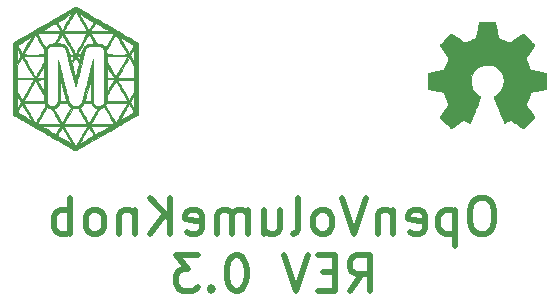
<source format=gbo>
G04 #@! TF.GenerationSoftware,KiCad,Pcbnew,(6.0.0)*
G04 #@! TF.CreationDate,2021-12-30T22:01:47+01:00*
G04 #@! TF.ProjectId,VolumeKnob,566f6c75-6d65-44b6-9e6f-622e6b696361,rev?*
G04 #@! TF.SameCoordinates,Original*
G04 #@! TF.FileFunction,Legend,Bot*
G04 #@! TF.FilePolarity,Positive*
%FSLAX46Y46*%
G04 Gerber Fmt 4.6, Leading zero omitted, Abs format (unit mm)*
G04 Created by KiCad (PCBNEW (6.0.0)) date 2021-12-30 22:01:47*
%MOMM*%
%LPD*%
G01*
G04 APERTURE LIST*
%ADD10C,0.500000*%
%ADD11C,0.010000*%
G04 APERTURE END LIST*
D10*
X116058571Y-103772142D02*
X115487142Y-103772142D01*
X115201428Y-103915000D01*
X114915714Y-104200714D01*
X114772857Y-104772142D01*
X114772857Y-105772142D01*
X114915714Y-106343571D01*
X115201428Y-106629285D01*
X115487142Y-106772142D01*
X116058571Y-106772142D01*
X116344285Y-106629285D01*
X116630000Y-106343571D01*
X116772857Y-105772142D01*
X116772857Y-104772142D01*
X116630000Y-104200714D01*
X116344285Y-103915000D01*
X116058571Y-103772142D01*
X113487142Y-104772142D02*
X113487142Y-107772142D01*
X113487142Y-104915000D02*
X113201428Y-104772142D01*
X112630000Y-104772142D01*
X112344285Y-104915000D01*
X112201428Y-105057857D01*
X112058571Y-105343571D01*
X112058571Y-106200714D01*
X112201428Y-106486428D01*
X112344285Y-106629285D01*
X112630000Y-106772142D01*
X113201428Y-106772142D01*
X113487142Y-106629285D01*
X109630000Y-106629285D02*
X109915714Y-106772142D01*
X110487142Y-106772142D01*
X110772857Y-106629285D01*
X110915714Y-106343571D01*
X110915714Y-105200714D01*
X110772857Y-104915000D01*
X110487142Y-104772142D01*
X109915714Y-104772142D01*
X109630000Y-104915000D01*
X109487142Y-105200714D01*
X109487142Y-105486428D01*
X110915714Y-105772142D01*
X108201428Y-104772142D02*
X108201428Y-106772142D01*
X108201428Y-105057857D02*
X108058571Y-104915000D01*
X107772857Y-104772142D01*
X107344285Y-104772142D01*
X107058571Y-104915000D01*
X106915714Y-105200714D01*
X106915714Y-106772142D01*
X105915714Y-103772142D02*
X104915714Y-106772142D01*
X103915714Y-103772142D01*
X102487142Y-106772142D02*
X102772857Y-106629285D01*
X102915714Y-106486428D01*
X103058571Y-106200714D01*
X103058571Y-105343571D01*
X102915714Y-105057857D01*
X102772857Y-104915000D01*
X102487142Y-104772142D01*
X102058571Y-104772142D01*
X101772857Y-104915000D01*
X101630000Y-105057857D01*
X101487142Y-105343571D01*
X101487142Y-106200714D01*
X101630000Y-106486428D01*
X101772857Y-106629285D01*
X102058571Y-106772142D01*
X102487142Y-106772142D01*
X99772857Y-106772142D02*
X100058571Y-106629285D01*
X100201428Y-106343571D01*
X100201428Y-103772142D01*
X97344285Y-104772142D02*
X97344285Y-106772142D01*
X98630000Y-104772142D02*
X98630000Y-106343571D01*
X98487142Y-106629285D01*
X98201428Y-106772142D01*
X97772857Y-106772142D01*
X97487142Y-106629285D01*
X97344285Y-106486428D01*
X95915714Y-106772142D02*
X95915714Y-104772142D01*
X95915714Y-105057857D02*
X95772857Y-104915000D01*
X95487142Y-104772142D01*
X95058571Y-104772142D01*
X94772857Y-104915000D01*
X94630000Y-105200714D01*
X94630000Y-106772142D01*
X94630000Y-105200714D02*
X94487142Y-104915000D01*
X94201428Y-104772142D01*
X93772857Y-104772142D01*
X93487142Y-104915000D01*
X93344285Y-105200714D01*
X93344285Y-106772142D01*
X90772857Y-106629285D02*
X91058571Y-106772142D01*
X91630000Y-106772142D01*
X91915714Y-106629285D01*
X92058571Y-106343571D01*
X92058571Y-105200714D01*
X91915714Y-104915000D01*
X91630000Y-104772142D01*
X91058571Y-104772142D01*
X90772857Y-104915000D01*
X90630000Y-105200714D01*
X90630000Y-105486428D01*
X92058571Y-105772142D01*
X89344285Y-106772142D02*
X89344285Y-103772142D01*
X87630000Y-106772142D02*
X88915714Y-105057857D01*
X87630000Y-103772142D02*
X89344285Y-105486428D01*
X86344285Y-104772142D02*
X86344285Y-106772142D01*
X86344285Y-105057857D02*
X86201428Y-104915000D01*
X85915714Y-104772142D01*
X85487142Y-104772142D01*
X85201428Y-104915000D01*
X85058571Y-105200714D01*
X85058571Y-106772142D01*
X83201428Y-106772142D02*
X83487142Y-106629285D01*
X83630000Y-106486428D01*
X83772857Y-106200714D01*
X83772857Y-105343571D01*
X83630000Y-105057857D01*
X83487142Y-104915000D01*
X83201428Y-104772142D01*
X82772857Y-104772142D01*
X82487142Y-104915000D01*
X82344285Y-105057857D01*
X82201428Y-105343571D01*
X82201428Y-106200714D01*
X82344285Y-106486428D01*
X82487142Y-106629285D01*
X82772857Y-106772142D01*
X83201428Y-106772142D01*
X80915714Y-106772142D02*
X80915714Y-103772142D01*
X80915714Y-104915000D02*
X80630000Y-104772142D01*
X80058571Y-104772142D01*
X79772857Y-104915000D01*
X79630000Y-105057857D01*
X79487142Y-105343571D01*
X79487142Y-106200714D01*
X79630000Y-106486428D01*
X79772857Y-106629285D01*
X80058571Y-106772142D01*
X80630000Y-106772142D01*
X80915714Y-106629285D01*
X104558571Y-111602142D02*
X105558571Y-110173571D01*
X106272857Y-111602142D02*
X106272857Y-108602142D01*
X105130000Y-108602142D01*
X104844285Y-108745000D01*
X104701428Y-108887857D01*
X104558571Y-109173571D01*
X104558571Y-109602142D01*
X104701428Y-109887857D01*
X104844285Y-110030714D01*
X105130000Y-110173571D01*
X106272857Y-110173571D01*
X103272857Y-110030714D02*
X102272857Y-110030714D01*
X101844285Y-111602142D02*
X103272857Y-111602142D01*
X103272857Y-108602142D01*
X101844285Y-108602142D01*
X100987142Y-108602142D02*
X99987142Y-111602142D01*
X98987142Y-108602142D01*
X95130000Y-108602142D02*
X94844285Y-108602142D01*
X94558571Y-108745000D01*
X94415714Y-108887857D01*
X94272857Y-109173571D01*
X94130000Y-109745000D01*
X94130000Y-110459285D01*
X94272857Y-111030714D01*
X94415714Y-111316428D01*
X94558571Y-111459285D01*
X94844285Y-111602142D01*
X95130000Y-111602142D01*
X95415714Y-111459285D01*
X95558571Y-111316428D01*
X95701428Y-111030714D01*
X95844285Y-110459285D01*
X95844285Y-109745000D01*
X95701428Y-109173571D01*
X95558571Y-108887857D01*
X95415714Y-108745000D01*
X95130000Y-108602142D01*
X92844285Y-111316428D02*
X92701428Y-111459285D01*
X92844285Y-111602142D01*
X92987142Y-111459285D01*
X92844285Y-111316428D01*
X92844285Y-111602142D01*
X91701428Y-108602142D02*
X89844285Y-108602142D01*
X90844285Y-109745000D01*
X90415714Y-109745000D01*
X90130000Y-109887857D01*
X89987142Y-110030714D01*
X89844285Y-110316428D01*
X89844285Y-111030714D01*
X89987142Y-111316428D01*
X90130000Y-111459285D01*
X90415714Y-111602142D01*
X91272857Y-111602142D01*
X91558571Y-111459285D01*
X91701428Y-111316428D01*
D11*
G04 #@! TO.C,G\u002A\u002A\u002A*
X81371830Y-87557132D02*
X81391861Y-87568566D01*
X81391861Y-87568566D02*
X81429882Y-87591742D01*
X81429882Y-87591742D02*
X81504025Y-87635567D01*
X81504025Y-87635567D02*
X81606353Y-87695401D01*
X81606353Y-87695401D02*
X81728929Y-87766602D01*
X81728929Y-87766602D02*
X81863400Y-87844290D01*
X81863400Y-87844290D02*
X82017551Y-87933167D01*
X82017551Y-87933167D02*
X82177755Y-88025628D01*
X82177755Y-88025628D02*
X82330535Y-88113889D01*
X82330535Y-88113889D02*
X82462414Y-88190164D01*
X82462414Y-88190164D02*
X82536500Y-88233082D01*
X82536500Y-88233082D02*
X82646711Y-88296865D01*
X82646711Y-88296865D02*
X82787021Y-88377871D01*
X82787021Y-88377871D02*
X82943462Y-88468046D01*
X82943462Y-88468046D02*
X83102067Y-88559337D01*
X83102067Y-88559337D02*
X83196900Y-88613848D01*
X83196900Y-88613848D02*
X83338558Y-88695322D01*
X83338558Y-88695322D02*
X83511727Y-88795070D01*
X83511727Y-88795070D02*
X83703953Y-88905909D01*
X83703953Y-88905909D02*
X83902785Y-89020659D01*
X83902785Y-89020659D02*
X84095770Y-89132138D01*
X84095770Y-89132138D02*
X84187500Y-89185170D01*
X84187500Y-89185170D02*
X84347624Y-89277759D01*
X84347624Y-89277759D02*
X84496846Y-89364012D01*
X84496846Y-89364012D02*
X84628419Y-89440033D01*
X84628419Y-89440033D02*
X84735596Y-89501925D01*
X84735596Y-89501925D02*
X84811631Y-89545790D01*
X84811631Y-89545790D02*
X84847900Y-89566658D01*
X84847900Y-89566658D02*
X84892410Y-89592286D01*
X84892410Y-89592286D02*
X84973063Y-89638863D01*
X84973063Y-89638863D02*
X85082043Y-89701871D01*
X85082043Y-89701871D02*
X85211536Y-89776792D01*
X85211536Y-89776792D02*
X85353730Y-89859109D01*
X85353730Y-89859109D02*
X85394000Y-89882429D01*
X85394000Y-89882429D02*
X85565894Y-89981916D01*
X85565894Y-89981916D02*
X85753195Y-90090211D01*
X85753195Y-90090211D02*
X85940579Y-90198462D01*
X85940579Y-90198462D02*
X86112727Y-90297816D01*
X86112727Y-90297816D02*
X86238652Y-90370402D01*
X86238652Y-90370402D02*
X86613404Y-90586234D01*
X86613404Y-90586234D02*
X86600500Y-96685044D01*
X86600500Y-96685044D02*
X86359200Y-96824817D01*
X86359200Y-96824817D02*
X86083320Y-96984584D01*
X86083320Y-96984584D02*
X85847845Y-97120864D01*
X85847845Y-97120864D02*
X85649250Y-97235685D01*
X85649250Y-97235685D02*
X85484014Y-97331074D01*
X85484014Y-97331074D02*
X85348612Y-97409059D01*
X85348612Y-97409059D02*
X85239521Y-97471668D01*
X85239521Y-97471668D02*
X85153217Y-97520929D01*
X85153217Y-97520929D02*
X85086178Y-97558868D01*
X85086178Y-97558868D02*
X85034880Y-97587514D01*
X85034880Y-97587514D02*
X85013000Y-97599551D01*
X85013000Y-97599551D02*
X84935403Y-97642831D01*
X84935403Y-97642831D02*
X84874763Y-97678220D01*
X84874763Y-97678220D02*
X84847900Y-97695487D01*
X84847900Y-97695487D02*
X84818642Y-97713899D01*
X84818642Y-97713899D02*
X84752758Y-97753181D01*
X84752758Y-97753181D02*
X84657705Y-97808956D01*
X84657705Y-97808956D02*
X84540939Y-97876848D01*
X84540939Y-97876848D02*
X84416100Y-97948923D01*
X84416100Y-97948923D02*
X84280548Y-98026938D01*
X84280548Y-98026938D02*
X84154724Y-98099374D01*
X84154724Y-98099374D02*
X84047473Y-98161138D01*
X84047473Y-98161138D02*
X83967640Y-98207135D01*
X83967640Y-98207135D02*
X83927150Y-98230494D01*
X83927150Y-98230494D02*
X83867337Y-98265054D01*
X83867337Y-98265054D02*
X83808041Y-98299300D01*
X83808041Y-98299300D02*
X83742896Y-98336905D01*
X83742896Y-98336905D02*
X83665533Y-98381541D01*
X83665533Y-98381541D02*
X83569586Y-98436883D01*
X83569586Y-98436883D02*
X83448688Y-98506602D01*
X83448688Y-98506602D02*
X83296471Y-98594373D01*
X83296471Y-98594373D02*
X83108000Y-98703042D01*
X83108000Y-98703042D02*
X82839476Y-98857870D01*
X82839476Y-98857870D02*
X82610952Y-98989649D01*
X82610952Y-98989649D02*
X82418415Y-99100698D01*
X82418415Y-99100698D02*
X82257854Y-99193338D01*
X82257854Y-99193338D02*
X82125256Y-99269886D01*
X82125256Y-99269886D02*
X82016608Y-99332664D01*
X82016608Y-99332664D02*
X81927899Y-99383990D01*
X81927899Y-99383990D02*
X81855116Y-99426185D01*
X81855116Y-99426185D02*
X81794248Y-99461567D01*
X81794248Y-99461567D02*
X81741280Y-99492457D01*
X81741280Y-99492457D02*
X81692203Y-99521174D01*
X81692203Y-99521174D02*
X81647500Y-99547397D01*
X81647500Y-99547397D02*
X81551302Y-99603580D01*
X81551302Y-99603580D02*
X81466596Y-99652526D01*
X81466596Y-99652526D02*
X81406612Y-99686609D01*
X81406612Y-99686609D02*
X81391520Y-99694902D01*
X81391520Y-99694902D02*
X81363296Y-99703474D01*
X81363296Y-99703474D02*
X81325934Y-99698764D01*
X81325934Y-99698764D02*
X81271160Y-99677474D01*
X81271160Y-99677474D02*
X81190702Y-99636310D01*
X81190702Y-99636310D02*
X81076286Y-99571976D01*
X81076286Y-99571976D02*
X81061320Y-99563371D01*
X81061320Y-99563371D02*
X80769157Y-99395124D01*
X80769157Y-99395124D02*
X80517168Y-99249966D01*
X80517168Y-99249966D02*
X80301486Y-99125667D01*
X80301486Y-99125667D02*
X80118247Y-99019997D01*
X80118247Y-99019997D02*
X79963582Y-98930725D01*
X79963582Y-98930725D02*
X79833626Y-98855622D01*
X79833626Y-98855622D02*
X79724512Y-98792458D01*
X79724512Y-98792458D02*
X79691700Y-98773437D01*
X79691700Y-98773437D02*
X79582993Y-98710537D01*
X79582993Y-98710537D02*
X79443710Y-98630159D01*
X79443710Y-98630159D02*
X79287350Y-98540081D01*
X79287350Y-98540081D02*
X79127413Y-98448082D01*
X79127413Y-98448082D02*
X79073250Y-98416971D01*
X79073250Y-98416971D02*
X79806000Y-98416971D01*
X79806000Y-98416971D02*
X79826741Y-98440032D01*
X79826741Y-98440032D02*
X79882844Y-98481185D01*
X79882844Y-98481185D02*
X79965130Y-98534095D01*
X79965130Y-98534095D02*
X80040950Y-98579089D01*
X80040950Y-98579089D02*
X80148402Y-98640917D01*
X80148402Y-98640917D02*
X80284989Y-98719712D01*
X80284989Y-98719712D02*
X80435917Y-98806928D01*
X80435917Y-98806928D02*
X80586392Y-98894021D01*
X80586392Y-98894021D02*
X80644200Y-98927523D01*
X80644200Y-98927523D02*
X80766259Y-98998162D01*
X80766259Y-98998162D02*
X80871786Y-99058983D01*
X80871786Y-99058983D02*
X80953479Y-99105799D01*
X80953479Y-99105799D02*
X81004040Y-99134422D01*
X81004040Y-99134422D02*
X81017140Y-99141432D01*
X81017140Y-99141432D02*
X81007823Y-99121099D01*
X81007823Y-99121099D02*
X80978977Y-99066372D01*
X80978977Y-99066372D02*
X80935887Y-98987181D01*
X80935887Y-98987181D02*
X80912559Y-98944950D01*
X80912559Y-98944950D02*
X80855661Y-98843038D01*
X80855661Y-98843038D02*
X80801335Y-98746814D01*
X80801335Y-98746814D02*
X80759213Y-98673310D01*
X80759213Y-98673310D02*
X80750964Y-98659200D01*
X80750964Y-98659200D02*
X80678938Y-98536135D01*
X80678938Y-98536135D02*
X80598222Y-98396926D01*
X80598222Y-98396926D02*
X80516446Y-98254854D01*
X80516446Y-98254854D02*
X80441241Y-98123201D01*
X80441241Y-98123201D02*
X80380238Y-98015248D01*
X80380238Y-98015248D02*
X80356944Y-97973400D01*
X80356944Y-97973400D02*
X80308118Y-97888504D01*
X80308118Y-97888504D02*
X80261786Y-97813817D01*
X80261786Y-97813817D02*
X80235612Y-97775901D01*
X80235612Y-97775901D02*
X80191368Y-97718102D01*
X80191368Y-97718102D02*
X80154980Y-97788601D01*
X80154980Y-97788601D02*
X80093522Y-97903726D01*
X80093522Y-97903726D02*
X80020378Y-98034927D01*
X80020378Y-98034927D02*
X79946720Y-98162549D01*
X79946720Y-98162549D02*
X79883719Y-98266933D01*
X79883719Y-98266933D02*
X79877496Y-98276822D01*
X79877496Y-98276822D02*
X79836909Y-98345771D01*
X79836909Y-98345771D02*
X79811003Y-98399088D01*
X79811003Y-98399088D02*
X79806000Y-98416971D01*
X79806000Y-98416971D02*
X79073250Y-98416971D01*
X79073250Y-98416971D02*
X79018600Y-98385581D01*
X79018600Y-98385581D02*
X78885990Y-98309260D01*
X78885990Y-98309260D02*
X78767934Y-98240926D01*
X78767934Y-98240926D02*
X78671761Y-98184851D01*
X78671761Y-98184851D02*
X78604800Y-98145309D01*
X78604800Y-98145309D02*
X78574381Y-98126576D01*
X78574381Y-98126576D02*
X78574100Y-98126372D01*
X78574100Y-98126372D02*
X78539534Y-98104926D01*
X78539534Y-98104926D02*
X78475319Y-98068008D01*
X78475319Y-98068008D02*
X78409000Y-98031130D01*
X78409000Y-98031130D02*
X78347043Y-97996492D01*
X78347043Y-97996492D02*
X78249993Y-97941427D01*
X78249993Y-97941427D02*
X78126689Y-97871014D01*
X78126689Y-97871014D02*
X77985968Y-97790333D01*
X77985968Y-97790333D02*
X77836669Y-97704462D01*
X77836669Y-97704462D02*
X77752494Y-97655900D01*
X77752494Y-97655900D02*
X78434405Y-97655900D01*
X78434405Y-97655900D02*
X78669352Y-97790153D01*
X78669352Y-97790153D02*
X78776881Y-97851755D01*
X78776881Y-97851755D02*
X78913550Y-97930285D01*
X78913550Y-97930285D02*
X79064537Y-98017214D01*
X79064537Y-98017214D02*
X79215021Y-98104014D01*
X79215021Y-98104014D02*
X79272350Y-98137132D01*
X79272350Y-98137132D02*
X79395260Y-98207026D01*
X79395260Y-98207026D02*
X79502793Y-98266006D01*
X79502793Y-98266006D02*
X79587368Y-98310088D01*
X79587368Y-98310088D02*
X79641401Y-98335287D01*
X79641401Y-98335287D02*
X79657275Y-98339428D01*
X79657275Y-98339428D02*
X79677710Y-98313550D01*
X79677710Y-98313550D02*
X79714728Y-98256017D01*
X79714728Y-98256017D02*
X79758178Y-98182949D01*
X79758178Y-98182949D02*
X79806382Y-98099035D01*
X79806382Y-98099035D02*
X79847907Y-98026523D01*
X79847907Y-98026523D02*
X79870933Y-97986100D01*
X79870933Y-97986100D02*
X79899223Y-97937240D01*
X79899223Y-97937240D02*
X79942907Y-97863012D01*
X79942907Y-97863012D02*
X79980987Y-97798872D01*
X79980987Y-97798872D02*
X80021745Y-97726584D01*
X80021745Y-97726584D02*
X80047338Y-97673455D01*
X80047338Y-97673455D02*
X80051508Y-97655900D01*
X80051508Y-97655900D02*
X80348028Y-97655900D01*
X80348028Y-97655900D02*
X80575784Y-98049600D01*
X80575784Y-98049600D02*
X80657265Y-98191094D01*
X80657265Y-98191094D02*
X80737011Y-98330728D01*
X80737011Y-98330728D02*
X80808555Y-98457097D01*
X80808555Y-98457097D02*
X80865432Y-98558797D01*
X80865432Y-98558797D02*
X80892623Y-98608400D01*
X80892623Y-98608400D02*
X80940639Y-98694968D01*
X80940639Y-98694968D02*
X80983023Y-98767145D01*
X80983023Y-98767145D02*
X81011065Y-98810134D01*
X81011065Y-98810134D02*
X81012211Y-98811600D01*
X81012211Y-98811600D02*
X81039722Y-98852723D01*
X81039722Y-98852723D02*
X81081820Y-98922981D01*
X81081820Y-98922981D02*
X81126570Y-99002100D01*
X81126570Y-99002100D02*
X81203859Y-99140208D01*
X81203859Y-99140208D02*
X81262393Y-99236775D01*
X81262393Y-99236775D02*
X81306475Y-99295523D01*
X81306475Y-99295523D02*
X81340410Y-99320173D01*
X81340410Y-99320173D02*
X81368502Y-99314451D01*
X81368502Y-99314451D02*
X81395054Y-99282077D01*
X81395054Y-99282077D02*
X81412890Y-99249750D01*
X81412890Y-99249750D02*
X81450476Y-99179617D01*
X81450476Y-99179617D02*
X81467834Y-99148783D01*
X81467834Y-99148783D02*
X81655605Y-99148783D01*
X81655605Y-99148783D02*
X81740452Y-99097470D01*
X81740452Y-99097470D02*
X81786503Y-99070297D01*
X81786503Y-99070297D02*
X81869177Y-99022196D01*
X81869177Y-99022196D02*
X81981010Y-98957481D01*
X81981010Y-98957481D02*
X82114539Y-98880468D01*
X82114539Y-98880468D02*
X82262302Y-98795470D01*
X82262302Y-98795470D02*
X82346000Y-98747417D01*
X82346000Y-98747417D02*
X82492880Y-98663049D01*
X82492880Y-98663049D02*
X82624499Y-98587260D01*
X82624499Y-98587260D02*
X82734641Y-98523643D01*
X82734641Y-98523643D02*
X82817088Y-98475796D01*
X82817088Y-98475796D02*
X82865623Y-98447312D01*
X82865623Y-98447312D02*
X82876007Y-98440913D01*
X82876007Y-98440913D02*
X82867285Y-98417411D01*
X82867285Y-98417411D02*
X82837210Y-98357378D01*
X82837210Y-98357378D02*
X82789753Y-98268319D01*
X82789753Y-98268319D02*
X82728889Y-98157739D01*
X82728889Y-98157739D02*
X82681550Y-98073518D01*
X82681550Y-98073518D02*
X82605859Y-97940483D01*
X82605859Y-97940483D02*
X82550824Y-97846485D01*
X82550824Y-97846485D02*
X82512213Y-97786270D01*
X82512213Y-97786270D02*
X82485797Y-97754587D01*
X82485797Y-97754587D02*
X82467348Y-97746184D01*
X82467348Y-97746184D02*
X82452635Y-97755808D01*
X82452635Y-97755808D02*
X82440189Y-97773792D01*
X82440189Y-97773792D02*
X82412538Y-97819628D01*
X82412538Y-97819628D02*
X82366442Y-97897893D01*
X82366442Y-97897893D02*
X82308721Y-97996944D01*
X82308721Y-97996944D02*
X82256241Y-98087700D01*
X82256241Y-98087700D02*
X82183576Y-98213678D01*
X82183576Y-98213678D02*
X82096801Y-98363915D01*
X82096801Y-98363915D02*
X82007293Y-98518722D01*
X82007293Y-98518722D02*
X81933330Y-98646500D01*
X81933330Y-98646500D02*
X81863732Y-98767480D01*
X81863732Y-98767480D02*
X81798938Y-98881606D01*
X81798938Y-98881606D02*
X81745514Y-98977215D01*
X81745514Y-98977215D02*
X81710024Y-99042645D01*
X81710024Y-99042645D02*
X81706188Y-99050041D01*
X81706188Y-99050041D02*
X81655605Y-99148783D01*
X81655605Y-99148783D02*
X81467834Y-99148783D01*
X81467834Y-99148783D02*
X81495128Y-99100301D01*
X81495128Y-99100301D02*
X81500526Y-99091000D01*
X81500526Y-99091000D02*
X81554271Y-98998596D01*
X81554271Y-98998596D02*
X81621868Y-98882060D01*
X81621868Y-98882060D02*
X81698427Y-98749857D01*
X81698427Y-98749857D02*
X81779059Y-98610451D01*
X81779059Y-98610451D02*
X81858873Y-98472303D01*
X81858873Y-98472303D02*
X81932980Y-98343880D01*
X81932980Y-98343880D02*
X81996490Y-98233643D01*
X81996490Y-98233643D02*
X82044513Y-98150057D01*
X82044513Y-98150057D02*
X82072161Y-98101586D01*
X82072161Y-98101586D02*
X82072828Y-98100400D01*
X82072828Y-98100400D02*
X82109522Y-98037137D01*
X82109522Y-98037137D02*
X82137681Y-97992013D01*
X82137681Y-97992013D02*
X82141848Y-97986100D01*
X82141848Y-97986100D02*
X82170508Y-97941325D01*
X82170508Y-97941325D02*
X82208317Y-97874133D01*
X82208317Y-97874133D02*
X82248340Y-97798070D01*
X82248340Y-97798070D02*
X82283642Y-97726678D01*
X82283642Y-97726678D02*
X82307286Y-97673503D01*
X82307286Y-97673503D02*
X82311429Y-97657510D01*
X82311429Y-97657510D02*
X82625400Y-97657510D01*
X82625400Y-97657510D02*
X82637211Y-97683588D01*
X82637211Y-97683588D02*
X82669161Y-97743673D01*
X82669161Y-97743673D02*
X82716021Y-97828611D01*
X82716021Y-97828611D02*
X82772566Y-97929249D01*
X82772566Y-97929249D02*
X82833566Y-98036431D01*
X82833566Y-98036431D02*
X82893796Y-98141004D01*
X82893796Y-98141004D02*
X82948027Y-98233814D01*
X82948027Y-98233814D02*
X82991032Y-98305706D01*
X82991032Y-98305706D02*
X83017585Y-98347526D01*
X83017585Y-98347526D02*
X83023345Y-98354400D01*
X83023345Y-98354400D02*
X83046985Y-98342250D01*
X83046985Y-98342250D02*
X83107275Y-98308534D01*
X83107275Y-98308534D02*
X83197023Y-98257347D01*
X83197023Y-98257347D02*
X83309041Y-98192789D01*
X83309041Y-98192789D02*
X83419230Y-98128809D01*
X83419230Y-98128809D02*
X83566627Y-98043150D01*
X83566627Y-98043150D02*
X83718884Y-97955016D01*
X83718884Y-97955016D02*
X83862286Y-97872323D01*
X83862286Y-97872323D02*
X83983115Y-97802989D01*
X83983115Y-97802989D02*
X84035100Y-97773349D01*
X84035100Y-97773349D02*
X84263700Y-97643480D01*
X84263700Y-97643480D02*
X83444550Y-97643340D01*
X83444550Y-97643340D02*
X83246352Y-97643732D01*
X83246352Y-97643732D02*
X83065432Y-97644910D01*
X83065432Y-97644910D02*
X82907776Y-97646771D01*
X82907776Y-97646771D02*
X82779374Y-97649210D01*
X82779374Y-97649210D02*
X82686212Y-97652124D01*
X82686212Y-97652124D02*
X82634279Y-97655409D01*
X82634279Y-97655409D02*
X82625400Y-97657510D01*
X82625400Y-97657510D02*
X82311429Y-97657510D01*
X82311429Y-97657510D02*
X82312777Y-97652310D01*
X82312777Y-97652310D02*
X82286077Y-97650316D01*
X82286077Y-97650316D02*
X82214134Y-97648798D01*
X82214134Y-97648798D02*
X82102501Y-97647774D01*
X82102501Y-97647774D02*
X81956733Y-97647260D01*
X81956733Y-97647260D02*
X81782383Y-97647274D01*
X81782383Y-97647274D02*
X81585005Y-97647833D01*
X81585005Y-97647833D02*
X81370155Y-97648954D01*
X81370155Y-97648954D02*
X81325545Y-97649248D01*
X81325545Y-97649248D02*
X80348028Y-97655900D01*
X80348028Y-97655900D02*
X80051508Y-97655900D01*
X80051508Y-97655900D02*
X80052326Y-97652460D01*
X80052326Y-97652460D02*
X80025428Y-97650223D01*
X80025428Y-97650223D02*
X79953878Y-97648577D01*
X79953878Y-97648577D02*
X79843819Y-97647546D01*
X79843819Y-97647546D02*
X79701396Y-97647155D01*
X79701396Y-97647155D02*
X79532753Y-97647429D01*
X79532753Y-97647429D02*
X79344035Y-97648392D01*
X79344035Y-97648392D02*
X79238373Y-97649187D01*
X79238373Y-97649187D02*
X78434405Y-97655900D01*
X78434405Y-97655900D02*
X77752494Y-97655900D01*
X77752494Y-97655900D02*
X77687631Y-97618480D01*
X77687631Y-97618480D02*
X77547693Y-97537469D01*
X77547693Y-97537469D02*
X77425694Y-97466505D01*
X77425694Y-97466505D02*
X77410667Y-97457719D01*
X77410667Y-97457719D02*
X78115311Y-97457719D01*
X78115311Y-97457719D02*
X78128067Y-97466497D01*
X78128067Y-97466497D02*
X78161707Y-97473668D01*
X78161707Y-97473668D02*
X78220377Y-97479372D01*
X78220377Y-97479372D02*
X78308221Y-97483748D01*
X78308221Y-97483748D02*
X78429384Y-97486938D01*
X78429384Y-97486938D02*
X78588010Y-97489080D01*
X78588010Y-97489080D02*
X78788246Y-97490316D01*
X78788246Y-97490316D02*
X79034234Y-97490785D01*
X79034234Y-97490785D02*
X79094002Y-97490800D01*
X79094002Y-97490800D02*
X80338095Y-97490800D01*
X80338095Y-97490800D02*
X82345132Y-97490800D01*
X82345132Y-97490800D02*
X82595856Y-97490800D01*
X82595856Y-97490800D02*
X83556778Y-97490411D01*
X83556778Y-97490411D02*
X83773766Y-97489769D01*
X83773766Y-97489769D02*
X83975396Y-97488112D01*
X83975396Y-97488112D02*
X84155876Y-97485565D01*
X84155876Y-97485565D02*
X84309412Y-97482257D01*
X84309412Y-97482257D02*
X84430213Y-97478316D01*
X84430213Y-97478316D02*
X84512485Y-97473870D01*
X84512485Y-97473870D02*
X84550436Y-97469046D01*
X84550436Y-97469046D02*
X84551724Y-97468456D01*
X84551724Y-97468456D02*
X84562891Y-97460501D01*
X84562891Y-97460501D02*
X84568977Y-97449681D01*
X84568977Y-97449681D02*
X84567511Y-97431067D01*
X84567511Y-97431067D02*
X84556020Y-97399731D01*
X84556020Y-97399731D02*
X84532034Y-97350743D01*
X84532034Y-97350743D02*
X84493080Y-97279173D01*
X84493080Y-97279173D02*
X84436687Y-97180093D01*
X84436687Y-97180093D02*
X84360383Y-97048572D01*
X84360383Y-97048572D02*
X84261697Y-96879683D01*
X84261697Y-96879683D02*
X84225431Y-96817700D01*
X84225431Y-96817700D02*
X84138876Y-96669428D01*
X84138876Y-96669428D02*
X84053295Y-96522210D01*
X84053295Y-96522210D02*
X83975019Y-96386985D01*
X83975019Y-96386985D02*
X83910383Y-96274691D01*
X83910383Y-96274691D02*
X83868811Y-96201750D01*
X83868811Y-96201750D02*
X83819935Y-96117514D01*
X83819935Y-96117514D02*
X83780300Y-96053525D01*
X83780300Y-96053525D02*
X83756416Y-96020139D01*
X83756416Y-96020139D02*
X83753027Y-96017600D01*
X83753027Y-96017600D02*
X83725648Y-96030065D01*
X83725648Y-96030065D02*
X83676616Y-96059925D01*
X83676616Y-96059925D02*
X83614440Y-96092556D01*
X83614440Y-96092556D02*
X83528452Y-96128259D01*
X83528452Y-96128259D02*
X83480733Y-96145049D01*
X83480733Y-96145049D02*
X83424216Y-96164829D01*
X83424216Y-96164829D02*
X83381442Y-96186896D01*
X83381442Y-96186896D02*
X83344496Y-96219918D01*
X83344496Y-96219918D02*
X83305461Y-96272562D01*
X83305461Y-96272562D02*
X83256422Y-96353496D01*
X83256422Y-96353496D02*
X83200414Y-96451974D01*
X83200414Y-96451974D02*
X83121892Y-96589981D01*
X83121892Y-96589981D02*
X83025837Y-96757035D01*
X83025837Y-96757035D02*
X82920725Y-96938542D01*
X82920725Y-96938542D02*
X82815028Y-97119909D01*
X82815028Y-97119909D02*
X82717221Y-97286545D01*
X82717221Y-97286545D02*
X82645100Y-97408250D01*
X82645100Y-97408250D02*
X82595856Y-97490800D01*
X82595856Y-97490800D02*
X82345132Y-97490800D01*
X82345132Y-97490800D02*
X82298261Y-97408250D01*
X82298261Y-97408250D02*
X82268434Y-97356327D01*
X82268434Y-97356327D02*
X82219145Y-97271194D01*
X82219145Y-97271194D02*
X82156572Y-97163492D01*
X82156572Y-97163492D02*
X82086892Y-97043868D01*
X82086892Y-97043868D02*
X82066417Y-97008774D01*
X82066417Y-97008774D02*
X81996215Y-96888341D01*
X81996215Y-96888341D02*
X81931707Y-96777404D01*
X81931707Y-96777404D02*
X81878944Y-96686384D01*
X81878944Y-96686384D02*
X81843975Y-96625705D01*
X81843975Y-96625705D02*
X81837914Y-96615074D01*
X81837914Y-96615074D02*
X81798260Y-96546150D01*
X81798260Y-96546150D02*
X81748402Y-96460779D01*
X81748402Y-96460779D02*
X81726711Y-96424000D01*
X81726711Y-96424000D02*
X81678439Y-96340469D01*
X81678439Y-96340469D02*
X81634470Y-96261152D01*
X81634470Y-96261152D02*
X81619850Y-96233500D01*
X81619850Y-96233500D02*
X81580661Y-96157300D01*
X81580661Y-96157300D02*
X81339414Y-96159698D01*
X81339414Y-96159698D02*
X81098168Y-96162096D01*
X81098168Y-96162096D02*
X80887831Y-96527998D01*
X80887831Y-96527998D02*
X80804192Y-96673253D01*
X80804192Y-96673253D02*
X80716931Y-96824389D01*
X80716931Y-96824389D02*
X80634558Y-96966688D01*
X80634558Y-96966688D02*
X80565589Y-97085431D01*
X80565589Y-97085431D02*
X80543974Y-97122500D01*
X80543974Y-97122500D02*
X80483783Y-97226308D01*
X80483783Y-97226308D02*
X80429734Y-97320875D01*
X80429734Y-97320875D02*
X80389306Y-97393049D01*
X80389306Y-97393049D02*
X80374275Y-97420950D01*
X80374275Y-97420950D02*
X80338095Y-97490800D01*
X80338095Y-97490800D02*
X79094002Y-97490800D01*
X79094002Y-97490800D02*
X79309883Y-97490452D01*
X79309883Y-97490452D02*
X79508961Y-97489463D01*
X79508961Y-97489463D02*
X79685721Y-97487910D01*
X79685721Y-97487910D02*
X79834650Y-97485871D01*
X79834650Y-97485871D02*
X79950234Y-97483425D01*
X79950234Y-97483425D02*
X80026958Y-97480650D01*
X80026958Y-97480650D02*
X80059309Y-97477623D01*
X80059309Y-97477623D02*
X80060000Y-97477104D01*
X80060000Y-97477104D02*
X80047915Y-97451501D01*
X80047915Y-97451501D02*
X80014599Y-97389961D01*
X80014599Y-97389961D02*
X79964460Y-97300402D01*
X79964460Y-97300402D02*
X79901905Y-97190743D01*
X79901905Y-97190743D02*
X79865613Y-97127854D01*
X79865613Y-97127854D02*
X79788336Y-96994241D01*
X79788336Y-96994241D02*
X79711308Y-96860675D01*
X79711308Y-96860675D02*
X79642214Y-96740513D01*
X79642214Y-96740513D02*
X79588744Y-96647109D01*
X79588744Y-96647109D02*
X79577408Y-96627200D01*
X79577408Y-96627200D02*
X79491643Y-96476378D01*
X79491643Y-96476378D02*
X79426429Y-96363557D01*
X79426429Y-96363557D02*
X79376964Y-96282713D01*
X79376964Y-96282713D02*
X79338444Y-96227826D01*
X79338444Y-96227826D02*
X79306069Y-96192873D01*
X79306069Y-96192873D02*
X79275036Y-96171833D01*
X79275036Y-96171833D02*
X79272560Y-96170889D01*
X79272560Y-96170889D02*
X79517348Y-96170889D01*
X79517348Y-96170889D02*
X79518324Y-96201073D01*
X79518324Y-96201073D02*
X79541870Y-96261008D01*
X79541870Y-96261008D02*
X79582912Y-96337830D01*
X79582912Y-96337830D02*
X79583770Y-96339271D01*
X79583770Y-96339271D02*
X79749934Y-96620982D01*
X79749934Y-96620982D02*
X79918698Y-96912539D01*
X79918698Y-96912539D02*
X80061872Y-97164594D01*
X80061872Y-97164594D02*
X80117399Y-97262462D01*
X80117399Y-97262462D02*
X80163000Y-97341032D01*
X80163000Y-97341032D02*
X80193531Y-97391557D01*
X80193531Y-97391557D02*
X80203827Y-97405894D01*
X80203827Y-97405894D02*
X80217319Y-97383712D01*
X80217319Y-97383712D02*
X80251503Y-97325585D01*
X80251503Y-97325585D02*
X80301674Y-97239565D01*
X80301674Y-97239565D02*
X80363126Y-97133701D01*
X80363126Y-97133701D02*
X80384317Y-97097100D01*
X80384317Y-97097100D02*
X80466851Y-96954461D01*
X80466851Y-96954461D02*
X80563160Y-96788015D01*
X80563160Y-96788015D02*
X80661577Y-96617927D01*
X80661577Y-96617927D02*
X80750435Y-96464358D01*
X80750435Y-96464358D02*
X80754840Y-96456745D01*
X80754840Y-96456745D02*
X80822176Y-96339122D01*
X80822176Y-96339122D02*
X80879377Y-96236819D01*
X80879377Y-96236819D02*
X80922016Y-96157941D01*
X80922016Y-96157941D02*
X80945671Y-96110592D01*
X80945671Y-96110592D02*
X80946783Y-96107433D01*
X80946783Y-96107433D02*
X81711017Y-96107433D01*
X81711017Y-96107433D02*
X81770304Y-96195866D01*
X81770304Y-96195866D02*
X81814334Y-96265472D01*
X81814334Y-96265472D02*
X81869518Y-96358015D01*
X81869518Y-96358015D02*
X81916346Y-96440021D01*
X81916346Y-96440021D02*
X82008507Y-96604388D01*
X82008507Y-96604388D02*
X82101071Y-96767552D01*
X82101071Y-96767552D02*
X82190552Y-96923558D01*
X82190552Y-96923558D02*
X82273466Y-97066450D01*
X82273466Y-97066450D02*
X82346330Y-97190274D01*
X82346330Y-97190274D02*
X82405659Y-97289074D01*
X82405659Y-97289074D02*
X82447969Y-97356896D01*
X82447969Y-97356896D02*
X82469776Y-97387783D01*
X82469776Y-97387783D02*
X82471574Y-97389039D01*
X82471574Y-97389039D02*
X82492229Y-97369222D01*
X82492229Y-97369222D02*
X82525499Y-97320386D01*
X82525499Y-97320386D02*
X82533816Y-97306489D01*
X82533816Y-97306489D02*
X82566026Y-97250715D01*
X82566026Y-97250715D02*
X82615880Y-97163672D01*
X82615880Y-97163672D02*
X82675984Y-97058290D01*
X82675984Y-97058290D02*
X82726123Y-96970100D01*
X82726123Y-96970100D02*
X82802898Y-96835493D01*
X82802898Y-96835493D02*
X82891814Y-96680577D01*
X82891814Y-96680577D02*
X82979345Y-96528881D01*
X82979345Y-96528881D02*
X83025151Y-96449917D01*
X83025151Y-96449917D02*
X83083955Y-96345848D01*
X83083955Y-96345848D02*
X83130535Y-96257652D01*
X83130535Y-96257652D02*
X83160294Y-96194460D01*
X83160294Y-96194460D02*
X83168635Y-96165406D01*
X83168635Y-96165406D02*
X83168503Y-96165151D01*
X83168503Y-96165151D02*
X83138114Y-96148556D01*
X83138114Y-96148556D02*
X83078393Y-96131946D01*
X83078393Y-96131946D02*
X83067018Y-96129683D01*
X83067018Y-96129683D02*
X82984170Y-96094759D01*
X82984170Y-96094759D02*
X82892967Y-96026392D01*
X82892967Y-96026392D02*
X82806224Y-95937321D01*
X82806224Y-95937321D02*
X82736756Y-95840281D01*
X82736756Y-95840281D02*
X82703006Y-95767862D01*
X82703006Y-95767862D02*
X82668068Y-95662000D01*
X82668068Y-95662000D02*
X82097295Y-95662000D01*
X82097295Y-95662000D02*
X82015392Y-95789635D01*
X82015392Y-95789635D02*
X81946680Y-95881951D01*
X81946680Y-95881951D02*
X81863776Y-95973585D01*
X81863776Y-95973585D02*
X81822253Y-96012352D01*
X81822253Y-96012352D02*
X81711017Y-96107433D01*
X81711017Y-96107433D02*
X80946783Y-96107433D01*
X80946783Y-96107433D02*
X80948999Y-96101145D01*
X80948999Y-96101145D02*
X80930821Y-96074590D01*
X80930821Y-96074590D02*
X80884921Y-96030819D01*
X80884921Y-96030819D02*
X80859121Y-96009387D01*
X80859121Y-96009387D02*
X80795243Y-95947873D01*
X80795243Y-95947873D02*
X80724150Y-95863918D01*
X80724150Y-95863918D02*
X80677726Y-95799837D01*
X80677726Y-95799837D02*
X80586207Y-95662000D01*
X80586207Y-95662000D02*
X80016101Y-95662000D01*
X80016101Y-95662000D02*
X79974247Y-95771593D01*
X79974247Y-95771593D02*
X79917405Y-95876201D01*
X79917405Y-95876201D02*
X79833479Y-95978503D01*
X79833479Y-95978503D02*
X79736765Y-96063908D01*
X79736765Y-96063908D02*
X79641562Y-96117827D01*
X79641562Y-96117827D02*
X79631568Y-96121282D01*
X79631568Y-96121282D02*
X79565661Y-96145561D01*
X79565661Y-96145561D02*
X79521537Y-96167634D01*
X79521537Y-96167634D02*
X79517348Y-96170889D01*
X79517348Y-96170889D02*
X79272560Y-96170889D01*
X79272560Y-96170889D02*
X79240543Y-96158685D01*
X79240543Y-96158685D02*
X79197788Y-96147407D01*
X79197788Y-96147407D02*
X79194012Y-96146442D01*
X79194012Y-96146442D02*
X79106468Y-96117078D01*
X79106468Y-96117078D02*
X79029651Y-96079918D01*
X79029651Y-96079918D02*
X79006799Y-96064569D01*
X79006799Y-96064569D02*
X78955613Y-96034081D01*
X78955613Y-96034081D02*
X78919134Y-96029061D01*
X78919134Y-96029061D02*
X78918019Y-96029670D01*
X78918019Y-96029670D02*
X78895439Y-96057438D01*
X78895439Y-96057438D02*
X78855550Y-96119137D01*
X78855550Y-96119137D02*
X78805143Y-96203977D01*
X78805143Y-96203977D02*
X78777078Y-96253570D01*
X78777078Y-96253570D02*
X78723476Y-96349318D01*
X78723476Y-96349318D02*
X78677181Y-96431010D01*
X78677181Y-96431010D02*
X78645146Y-96486419D01*
X78645146Y-96486419D02*
X78636808Y-96500200D01*
X78636808Y-96500200D02*
X78614461Y-96537521D01*
X78614461Y-96537521D02*
X78573576Y-96607656D01*
X78573576Y-96607656D02*
X78520736Y-96699265D01*
X78520736Y-96699265D02*
X78481986Y-96766900D01*
X78481986Y-96766900D02*
X78407984Y-96896063D01*
X78407984Y-96896063D02*
X78325264Y-97039903D01*
X78325264Y-97039903D02*
X78248377Y-97173133D01*
X78248377Y-97173133D02*
X78226991Y-97210069D01*
X78226991Y-97210069D02*
X78174959Y-97305164D01*
X78174959Y-97305164D02*
X78136403Y-97386012D01*
X78136403Y-97386012D02*
X78116370Y-97441421D01*
X78116370Y-97441421D02*
X78115311Y-97457719D01*
X78115311Y-97457719D02*
X77410667Y-97457719D01*
X77410667Y-97457719D02*
X77380300Y-97439964D01*
X77380300Y-97439964D02*
X77336052Y-97414236D01*
X77336052Y-97414236D02*
X77255479Y-97367579D01*
X77255479Y-97367579D02*
X77146266Y-97304435D01*
X77146266Y-97304435D02*
X77016098Y-97229246D01*
X77016098Y-97229246D02*
X76872660Y-97146456D01*
X76872660Y-97146456D02*
X76821500Y-97116942D01*
X76821500Y-97116942D02*
X76671145Y-97030100D01*
X76671145Y-97030100D02*
X76527579Y-96946972D01*
X76527579Y-96946972D02*
X76399505Y-96872612D01*
X76399505Y-96872612D02*
X76295625Y-96812076D01*
X76295625Y-96812076D02*
X76224644Y-96770418D01*
X76224644Y-96770418D02*
X76211900Y-96762855D01*
X76211900Y-96762855D02*
X76084900Y-96687143D01*
X76084900Y-96687143D02*
X76084900Y-96456521D01*
X76084900Y-96456521D02*
X76409623Y-96456521D01*
X76409623Y-96456521D02*
X76410381Y-96458963D01*
X76410381Y-96458963D02*
X76436951Y-96485746D01*
X76436951Y-96485746D02*
X76497251Y-96529317D01*
X76497251Y-96529317D02*
X76580429Y-96582107D01*
X76580429Y-96582107D02*
X76622303Y-96606780D01*
X76622303Y-96606780D02*
X76714468Y-96659840D01*
X76714468Y-96659840D02*
X76837671Y-96730785D01*
X76837671Y-96730785D02*
X76978932Y-96812139D01*
X76978932Y-96812139D02*
X77125273Y-96896427D01*
X77125273Y-96896427D02*
X77202500Y-96940912D01*
X77202500Y-96940912D02*
X77327957Y-97012604D01*
X77327957Y-97012604D02*
X77438181Y-97074496D01*
X77438181Y-97074496D02*
X77525655Y-97122457D01*
X77525655Y-97122457D02*
X77582865Y-97152354D01*
X77582865Y-97152354D02*
X77601890Y-97160493D01*
X77601890Y-97160493D02*
X77599801Y-97140947D01*
X77599801Y-97140947D02*
X77576072Y-97089901D01*
X77576072Y-97089901D02*
X77540976Y-97027250D01*
X77540976Y-97027250D02*
X77505023Y-96966137D01*
X77505023Y-96966137D02*
X77448615Y-96869446D01*
X77448615Y-96869446D02*
X77376652Y-96745613D01*
X77376652Y-96745613D02*
X77294037Y-96603079D01*
X77294037Y-96603079D02*
X77205671Y-96450283D01*
X77205671Y-96450283D02*
X77166985Y-96383284D01*
X77166985Y-96383284D02*
X77080788Y-96234354D01*
X77080788Y-96234354D02*
X77001052Y-96097390D01*
X77001052Y-96097390D02*
X76931944Y-95979485D01*
X76931944Y-95979485D02*
X76877630Y-95887731D01*
X76877630Y-95887731D02*
X76842276Y-95829224D01*
X76842276Y-95829224D02*
X76832733Y-95814241D01*
X76832733Y-95814241D02*
X76815148Y-95791162D01*
X76815148Y-95791162D02*
X76798537Y-95784303D01*
X76798537Y-95784303D02*
X76777646Y-95799411D01*
X76777646Y-95799411D02*
X76747220Y-95842233D01*
X76747220Y-95842233D02*
X76702007Y-95918518D01*
X76702007Y-95918518D02*
X76644597Y-96020057D01*
X76644597Y-96020057D02*
X76581245Y-96131338D01*
X76581245Y-96131338D02*
X76522079Y-96232781D01*
X76522079Y-96232781D02*
X76474178Y-96312395D01*
X76474178Y-96312395D02*
X76446842Y-96355051D01*
X76446842Y-96355051D02*
X76416696Y-96412377D01*
X76416696Y-96412377D02*
X76409623Y-96456521D01*
X76409623Y-96456521D02*
X76084900Y-96456521D01*
X76084900Y-96456521D02*
X76084900Y-95597000D01*
X76084900Y-95597000D02*
X76402400Y-95597000D01*
X76402400Y-95597000D02*
X76402976Y-95749597D01*
X76402976Y-95749597D02*
X76404582Y-95883215D01*
X76404582Y-95883215D02*
X76407034Y-95990167D01*
X76407034Y-95990167D02*
X76410149Y-96062764D01*
X76410149Y-96062764D02*
X76413743Y-96093315D01*
X76413743Y-96093315D02*
X76414269Y-96093800D01*
X76414269Y-96093800D02*
X76431136Y-96073293D01*
X76431136Y-96073293D02*
X76467703Y-96017733D01*
X76467703Y-96017733D02*
X76518266Y-95936057D01*
X76518266Y-95936057D02*
X76566669Y-95855017D01*
X76566669Y-95855017D02*
X76623572Y-95757319D01*
X76623572Y-95757319D02*
X76651771Y-95707720D01*
X76651771Y-95707720D02*
X76961200Y-95707720D01*
X76961200Y-95707720D02*
X76974351Y-95760860D01*
X76974351Y-95760860D02*
X76986648Y-95778888D01*
X76986648Y-95778888D02*
X77006913Y-95808245D01*
X77006913Y-95808245D02*
X77047716Y-95874308D01*
X77047716Y-95874308D02*
X77104575Y-95969573D01*
X77104575Y-95969573D02*
X77173008Y-96086536D01*
X77173008Y-96086536D02*
X77243800Y-96209418D01*
X77243800Y-96209418D02*
X77320974Y-96344290D01*
X77320974Y-96344290D02*
X77392308Y-96468867D01*
X77392308Y-96468867D02*
X77452802Y-96574425D01*
X77452802Y-96574425D02*
X77497457Y-96652238D01*
X77497457Y-96652238D02*
X77519603Y-96690700D01*
X77519603Y-96690700D02*
X77556664Y-96754910D01*
X77556664Y-96754910D02*
X77606349Y-96841209D01*
X77606349Y-96841209D02*
X77643935Y-96906600D01*
X77643935Y-96906600D02*
X77690193Y-96986407D01*
X77690193Y-96986407D02*
X77729061Y-97052171D01*
X77729061Y-97052171D02*
X77748817Y-97084400D01*
X77748817Y-97084400D02*
X77775748Y-97129763D01*
X77775748Y-97129763D02*
X77813771Y-97197906D01*
X77813771Y-97197906D02*
X77827946Y-97224100D01*
X77827946Y-97224100D02*
X77886004Y-97316291D01*
X77886004Y-97316291D02*
X77935288Y-97359532D01*
X77935288Y-97359532D02*
X77951800Y-97363322D01*
X77951800Y-97363322D02*
X77968154Y-97342582D01*
X77968154Y-97342582D02*
X78004806Y-97285227D01*
X78004806Y-97285227D02*
X78057088Y-97198887D01*
X78057088Y-97198887D02*
X78120337Y-97091191D01*
X78120337Y-97091191D02*
X78155000Y-97031048D01*
X78155000Y-97031048D02*
X78232593Y-96895585D01*
X78232593Y-96895585D02*
X78311328Y-96758125D01*
X78311328Y-96758125D02*
X78383037Y-96632932D01*
X78383037Y-96632932D02*
X78439550Y-96534267D01*
X78439550Y-96534267D02*
X78449562Y-96516786D01*
X78449562Y-96516786D02*
X78510979Y-96410023D01*
X78510979Y-96410023D02*
X78585300Y-96281505D01*
X78585300Y-96281505D02*
X78659750Y-96153310D01*
X78659750Y-96153310D02*
X78685823Y-96108576D01*
X78685823Y-96108576D02*
X78745201Y-96005017D01*
X78745201Y-96005017D02*
X78781627Y-95934180D01*
X78781627Y-95934180D02*
X78798680Y-95885464D01*
X78798680Y-95885464D02*
X78799939Y-95848271D01*
X78799939Y-95848271D02*
X78788985Y-95812000D01*
X78788985Y-95812000D02*
X78787333Y-95807962D01*
X78787333Y-95807962D02*
X78771469Y-95769565D01*
X78771469Y-95769565D02*
X78755488Y-95738563D01*
X78755488Y-95738563D02*
X78734173Y-95714166D01*
X78734173Y-95714166D02*
X78702303Y-95695583D01*
X78702303Y-95695583D02*
X78654662Y-95682027D01*
X78654662Y-95682027D02*
X78586031Y-95672705D01*
X78586031Y-95672705D02*
X78491190Y-95666829D01*
X78491190Y-95666829D02*
X78364922Y-95663609D01*
X78364922Y-95663609D02*
X78202009Y-95662255D01*
X78202009Y-95662255D02*
X77997231Y-95661977D01*
X77997231Y-95661977D02*
X77822985Y-95662000D01*
X77822985Y-95662000D02*
X77590830Y-95662130D01*
X77590830Y-95662130D02*
X77404468Y-95662698D01*
X77404468Y-95662698D02*
X77258896Y-95663970D01*
X77258896Y-95663970D02*
X77149106Y-95666211D01*
X77149106Y-95666211D02*
X77070094Y-95669686D01*
X77070094Y-95669686D02*
X77016854Y-95674661D01*
X77016854Y-95674661D02*
X76984380Y-95681402D01*
X76984380Y-95681402D02*
X76967667Y-95690174D01*
X76967667Y-95690174D02*
X76961709Y-95701243D01*
X76961709Y-95701243D02*
X76961200Y-95707720D01*
X76961200Y-95707720D02*
X76651771Y-95707720D01*
X76651771Y-95707720D02*
X76669416Y-95676685D01*
X76669416Y-95676685D02*
X76698915Y-95622538D01*
X76698915Y-95622538D02*
X76707200Y-95604503D01*
X76707200Y-95604503D02*
X76695101Y-95574990D01*
X76695101Y-95574990D02*
X76674685Y-95535662D01*
X76674685Y-95535662D02*
X76932378Y-95535662D01*
X76932378Y-95535662D02*
X78701100Y-95522300D01*
X78701100Y-95522300D02*
X78708451Y-95329186D01*
X78708451Y-95329186D02*
X78710904Y-95241020D01*
X78710904Y-95241020D02*
X78707399Y-95175507D01*
X78707399Y-95175507D02*
X78693561Y-95117933D01*
X78693561Y-95117933D02*
X78665014Y-95053588D01*
X78665014Y-95053588D02*
X78617383Y-94967758D01*
X78617383Y-94967758D02*
X78583816Y-94910086D01*
X78583816Y-94910086D02*
X78534513Y-94825555D01*
X78534513Y-94825555D02*
X78489496Y-94748035D01*
X78489496Y-94748035D02*
X78444031Y-94669273D01*
X78444031Y-94669273D02*
X78393387Y-94581019D01*
X78393387Y-94581019D02*
X78332829Y-94475019D01*
X78332829Y-94475019D02*
X78257627Y-94343022D01*
X78257627Y-94343022D02*
X78163046Y-94176777D01*
X78163046Y-94176777D02*
X78140994Y-94138000D01*
X78140994Y-94138000D02*
X78083004Y-94037918D01*
X78083004Y-94037918D02*
X78029586Y-93949064D01*
X78029586Y-93949064D02*
X77988746Y-93884612D01*
X77988746Y-93884612D02*
X77975208Y-93865207D01*
X77975208Y-93865207D02*
X77951247Y-93836993D01*
X77951247Y-93836993D02*
X77929915Y-93827862D01*
X77929915Y-93827862D02*
X77905485Y-93843220D01*
X77905485Y-93843220D02*
X77872230Y-93888474D01*
X77872230Y-93888474D02*
X77824424Y-93969030D01*
X77824424Y-93969030D02*
X77778156Y-94051251D01*
X77778156Y-94051251D02*
X77735717Y-94126372D01*
X77735717Y-94126372D02*
X77673223Y-94235940D01*
X77673223Y-94235940D02*
X77596117Y-94370464D01*
X77596117Y-94370464D02*
X77509841Y-94520454D01*
X77509841Y-94520454D02*
X77419839Y-94676420D01*
X77419839Y-94676420D02*
X77393364Y-94722200D01*
X77393364Y-94722200D02*
X77304176Y-94876715D01*
X77304176Y-94876715D02*
X77217964Y-95026770D01*
X77217964Y-95026770D02*
X77139952Y-95163224D01*
X77139952Y-95163224D02*
X77075359Y-95276935D01*
X77075359Y-95276935D02*
X77029409Y-95358762D01*
X77029409Y-95358762D02*
X77019571Y-95376581D01*
X77019571Y-95376581D02*
X76932378Y-95535662D01*
X76932378Y-95535662D02*
X76674685Y-95535662D01*
X76674685Y-95535662D02*
X76663193Y-95513527D01*
X76663193Y-95513527D02*
X76618056Y-95431569D01*
X76618056Y-95431569D02*
X76566273Y-95340572D01*
X76566273Y-95340572D02*
X76514423Y-95251992D01*
X76514423Y-95251992D02*
X76469090Y-95177285D01*
X76469090Y-95177285D02*
X76436853Y-95127908D01*
X76436853Y-95127908D02*
X76425794Y-95114660D01*
X76425794Y-95114660D02*
X76417857Y-95133911D01*
X76417857Y-95133911D02*
X76411298Y-95198771D01*
X76411298Y-95198771D02*
X76406371Y-95304063D01*
X76406371Y-95304063D02*
X76403325Y-95444609D01*
X76403325Y-95444609D02*
X76402400Y-95597000D01*
X76402400Y-95597000D02*
X76084900Y-95597000D01*
X76084900Y-95597000D02*
X76084900Y-93706200D01*
X76084900Y-93706200D02*
X76402400Y-93706200D01*
X76402400Y-93706200D02*
X76402400Y-94752435D01*
X76402400Y-94752435D02*
X76475560Y-94883367D01*
X76475560Y-94883367D02*
X76571765Y-95054890D01*
X76571765Y-95054890D02*
X76646762Y-95186539D01*
X76646762Y-95186539D02*
X76703697Y-95283024D01*
X76703697Y-95283024D02*
X76745718Y-95349053D01*
X76745718Y-95349053D02*
X76775971Y-95389332D01*
X76775971Y-95389332D02*
X76797602Y-95408571D01*
X76797602Y-95408571D02*
X76813760Y-95411478D01*
X76813760Y-95411478D02*
X76824540Y-95405476D01*
X76824540Y-95405476D02*
X76854810Y-95368068D01*
X76854810Y-95368068D02*
X76859600Y-95351660D01*
X76859600Y-95351660D02*
X76872982Y-95315188D01*
X76872982Y-95315188D02*
X76905302Y-95261283D01*
X76905302Y-95261283D02*
X76906524Y-95259521D01*
X76906524Y-95259521D02*
X76944592Y-95200004D01*
X76944592Y-95200004D02*
X76993861Y-95116775D01*
X76993861Y-95116775D02*
X77030085Y-95052400D01*
X77030085Y-95052400D02*
X77077485Y-94967550D01*
X77077485Y-94967550D02*
X77140348Y-94857122D01*
X77140348Y-94857122D02*
X77208301Y-94739278D01*
X77208301Y-94739278D02*
X77240447Y-94684100D01*
X77240447Y-94684100D02*
X77304892Y-94573408D01*
X77304892Y-94573408D02*
X77367330Y-94465268D01*
X77367330Y-94465268D02*
X77418409Y-94375915D01*
X77418409Y-94375915D02*
X77437971Y-94341200D01*
X77437971Y-94341200D02*
X77483316Y-94261760D01*
X77483316Y-94261760D02*
X77542796Y-94159933D01*
X77542796Y-94159933D02*
X77604130Y-94056728D01*
X77604130Y-94056728D02*
X77608714Y-94049100D01*
X77608714Y-94049100D02*
X77665579Y-93953080D01*
X77665579Y-93953080D02*
X77717518Y-93862825D01*
X77717518Y-93862825D02*
X77754503Y-93795797D01*
X77754503Y-93795797D02*
X77758181Y-93788750D01*
X77758181Y-93788750D02*
X77795810Y-93715700D01*
X77795810Y-93715700D02*
X78078800Y-93715700D01*
X78078800Y-93715700D02*
X78090517Y-93744012D01*
X78090517Y-93744012D02*
X78120098Y-93800928D01*
X78120098Y-93800928D02*
X78159188Y-93871540D01*
X78159188Y-93871540D02*
X78199430Y-93940943D01*
X78199430Y-93940943D02*
X78232468Y-93994229D01*
X78232468Y-93994229D02*
X78244328Y-94011000D01*
X78244328Y-94011000D02*
X78271091Y-94051464D01*
X78271091Y-94051464D02*
X78312921Y-94122059D01*
X78312921Y-94122059D02*
X78361093Y-94208030D01*
X78361093Y-94208030D02*
X78364454Y-94214200D01*
X78364454Y-94214200D02*
X78432229Y-94337385D01*
X78432229Y-94337385D02*
X78501309Y-94460391D01*
X78501309Y-94460391D02*
X78567061Y-94575259D01*
X78567061Y-94575259D02*
X78624852Y-94674029D01*
X78624852Y-94674029D02*
X78670049Y-94748742D01*
X78670049Y-94748742D02*
X78698021Y-94791439D01*
X78698021Y-94791439D02*
X78704478Y-94798400D01*
X78704478Y-94798400D02*
X78707215Y-94774222D01*
X78707215Y-94774222D02*
X78709635Y-94706579D01*
X78709635Y-94706579D02*
X78711612Y-94602803D01*
X78711612Y-94602803D02*
X78713021Y-94470230D01*
X78713021Y-94470230D02*
X78713736Y-94316191D01*
X78713736Y-94316191D02*
X78713800Y-94252300D01*
X78713800Y-94252300D02*
X78713800Y-93706200D01*
X78713800Y-93706200D02*
X78396300Y-93706200D01*
X78396300Y-93706200D02*
X78276020Y-93706912D01*
X78276020Y-93706912D02*
X78176647Y-93708856D01*
X78176647Y-93708856D02*
X78107799Y-93711745D01*
X78107799Y-93711745D02*
X78079094Y-93715290D01*
X78079094Y-93715290D02*
X78078800Y-93715700D01*
X78078800Y-93715700D02*
X77795810Y-93715700D01*
X77795810Y-93715700D02*
X77800704Y-93706200D01*
X77800704Y-93706200D02*
X76402400Y-93706200D01*
X76402400Y-93706200D02*
X76084900Y-93706200D01*
X76084900Y-93706200D02*
X76084900Y-92509706D01*
X76084900Y-92509706D02*
X76402400Y-92509706D01*
X76402400Y-92509706D02*
X76402400Y-93553800D01*
X76402400Y-93553800D02*
X77803206Y-93553800D01*
X77803206Y-93553800D02*
X77792135Y-93534750D01*
X77792135Y-93534750D02*
X78079364Y-93534750D01*
X78079364Y-93534750D02*
X78102936Y-93541965D01*
X78102936Y-93541965D02*
X78167709Y-93547926D01*
X78167709Y-93547926D02*
X78264090Y-93552057D01*
X78264090Y-93552057D02*
X78382483Y-93553782D01*
X78382483Y-93553782D02*
X78396300Y-93553800D01*
X78396300Y-93553800D02*
X78713800Y-93553800D01*
X78713800Y-93553800D02*
X78713800Y-93003466D01*
X78713800Y-93003466D02*
X78713786Y-92998460D01*
X78713786Y-92998460D02*
X78894551Y-92998460D01*
X78894551Y-92998460D02*
X78895052Y-93290223D01*
X78895052Y-93290223D02*
X78896118Y-93584619D01*
X78896118Y-93584619D02*
X78897728Y-93876990D01*
X78897728Y-93876990D02*
X78899865Y-94162678D01*
X78899865Y-94162678D02*
X78902509Y-94437025D01*
X78902509Y-94437025D02*
X78905642Y-94695372D01*
X78905642Y-94695372D02*
X78909244Y-94933062D01*
X78909244Y-94933062D02*
X78913297Y-95145435D01*
X78913297Y-95145435D02*
X78917781Y-95327834D01*
X78917781Y-95327834D02*
X78922679Y-95475600D01*
X78922679Y-95475600D02*
X78927970Y-95584076D01*
X78927970Y-95584076D02*
X78933636Y-95648603D01*
X78933636Y-95648603D02*
X78936426Y-95662432D01*
X78936426Y-95662432D02*
X78999578Y-95784826D01*
X78999578Y-95784826D02*
X79092567Y-95885986D01*
X79092567Y-95885986D02*
X79202019Y-95951601D01*
X79202019Y-95951601D02*
X79209100Y-95954194D01*
X79209100Y-95954194D02*
X79305953Y-95982833D01*
X79305953Y-95982833D02*
X79385149Y-95988385D01*
X79385149Y-95988385D02*
X79473923Y-95971533D01*
X79473923Y-95971533D02*
X79508200Y-95961701D01*
X79508200Y-95961701D02*
X79639213Y-95897025D01*
X79639213Y-95897025D02*
X79741853Y-95792568D01*
X79741853Y-95792568D02*
X79811012Y-95653709D01*
X79811012Y-95653709D02*
X79816050Y-95637599D01*
X79816050Y-95637599D02*
X79824194Y-95605450D01*
X79824194Y-95605450D02*
X79831191Y-95565382D01*
X79831191Y-95565382D02*
X79834670Y-95535000D01*
X79834670Y-95535000D02*
X80034600Y-95535000D01*
X80034600Y-95535000D02*
X80288600Y-95535000D01*
X80288600Y-95535000D02*
X80411019Y-95533295D01*
X80411019Y-95533295D02*
X80489584Y-95527583D01*
X80489584Y-95527583D02*
X80531147Y-95516965D01*
X80531147Y-95516965D02*
X80542600Y-95501683D01*
X80542600Y-95501683D02*
X80536383Y-95462745D01*
X80536383Y-95462745D02*
X80519873Y-95388914D01*
X80519873Y-95388914D02*
X80496279Y-95294271D01*
X80496279Y-95294271D02*
X80489046Y-95266733D01*
X80489046Y-95266733D02*
X80467064Y-95182569D01*
X80467064Y-95182569D02*
X80435389Y-95059402D01*
X80435389Y-95059402D02*
X80396642Y-94907514D01*
X80396642Y-94907514D02*
X80353441Y-94737188D01*
X80353441Y-94737188D02*
X80308408Y-94558706D01*
X80308408Y-94558706D02*
X80288994Y-94481460D01*
X80288994Y-94481460D02*
X80142494Y-93897821D01*
X80142494Y-93897821D02*
X80088642Y-93986160D01*
X80088642Y-93986160D02*
X80072996Y-94013927D01*
X80072996Y-94013927D02*
X80060710Y-94044049D01*
X80060710Y-94044049D02*
X80051379Y-94082688D01*
X80051379Y-94082688D02*
X80044597Y-94136011D01*
X80044597Y-94136011D02*
X80039957Y-94210180D01*
X80039957Y-94210180D02*
X80037052Y-94311361D01*
X80037052Y-94311361D02*
X80035477Y-94445717D01*
X80035477Y-94445717D02*
X80034826Y-94619413D01*
X80034826Y-94619413D02*
X80034694Y-94804750D01*
X80034694Y-94804750D02*
X80034600Y-95535000D01*
X80034600Y-95535000D02*
X79834670Y-95535000D01*
X79834670Y-95535000D02*
X79837119Y-95513613D01*
X79837119Y-95513613D02*
X79842059Y-95446364D01*
X79842059Y-95446364D02*
X79846091Y-95359852D01*
X79846091Y-95359852D02*
X79849295Y-95250298D01*
X79849295Y-95250298D02*
X79851752Y-95113919D01*
X79851752Y-95113919D02*
X79853541Y-94946935D01*
X79853541Y-94946935D02*
X79854743Y-94745566D01*
X79854743Y-94745566D02*
X79855437Y-94506029D01*
X79855437Y-94506029D02*
X79855704Y-94224545D01*
X79855704Y-94224545D02*
X79855624Y-93897332D01*
X79855624Y-93897332D02*
X79855532Y-93774589D01*
X79855532Y-93774589D02*
X79855509Y-93718900D01*
X79855509Y-93718900D02*
X80034600Y-93718900D01*
X80034600Y-93718900D02*
X80047300Y-93731600D01*
X80047300Y-93731600D02*
X80060000Y-93718900D01*
X80060000Y-93718900D02*
X80047300Y-93706200D01*
X80047300Y-93706200D02*
X80034600Y-93718900D01*
X80034600Y-93718900D02*
X79855509Y-93718900D01*
X79855509Y-93718900D02*
X79855409Y-93483372D01*
X79855409Y-93483372D02*
X79855536Y-93207353D01*
X79855536Y-93207353D02*
X79855895Y-92950687D01*
X79855895Y-92950687D02*
X79856469Y-92717528D01*
X79856469Y-92717528D02*
X79857240Y-92512029D01*
X79857240Y-92512029D02*
X79858190Y-92338346D01*
X79858190Y-92338346D02*
X79859303Y-92200632D01*
X79859303Y-92200632D02*
X79860561Y-92103042D01*
X79860561Y-92103042D02*
X79861947Y-92049729D01*
X79861947Y-92049729D02*
X79862788Y-92040745D01*
X79862788Y-92040745D02*
X79870428Y-92062940D01*
X79870428Y-92062940D02*
X79889163Y-92129930D01*
X79889163Y-92129930D02*
X79917827Y-92237214D01*
X79917827Y-92237214D02*
X79955253Y-92380288D01*
X79955253Y-92380288D02*
X80000276Y-92554651D01*
X80000276Y-92554651D02*
X80051729Y-92755799D01*
X80051729Y-92755799D02*
X80108446Y-92979231D01*
X80108446Y-92979231D02*
X80169261Y-93220444D01*
X80169261Y-93220444D02*
X80197421Y-93332661D01*
X80197421Y-93332661D02*
X80295092Y-93721965D01*
X80295092Y-93721965D02*
X80381436Y-94064968D01*
X80381436Y-94064968D02*
X80457259Y-94364699D01*
X80457259Y-94364699D02*
X80523369Y-94624184D01*
X80523369Y-94624184D02*
X80580576Y-94846454D01*
X80580576Y-94846454D02*
X80629685Y-95034535D01*
X80629685Y-95034535D02*
X80671507Y-95191455D01*
X80671507Y-95191455D02*
X80706847Y-95320244D01*
X80706847Y-95320244D02*
X80736515Y-95423929D01*
X80736515Y-95423929D02*
X80761318Y-95505538D01*
X80761318Y-95505538D02*
X80782064Y-95568099D01*
X80782064Y-95568099D02*
X80799561Y-95614641D01*
X80799561Y-95614641D02*
X80814617Y-95648191D01*
X80814617Y-95648191D02*
X80815863Y-95650643D01*
X80815863Y-95650643D02*
X80913146Y-95792674D01*
X80913146Y-95792674D02*
X81037516Y-95898002D01*
X81037516Y-95898002D02*
X81162290Y-95954743D01*
X81162290Y-95954743D02*
X81245603Y-95978362D01*
X81245603Y-95978362D02*
X81305431Y-95988960D01*
X81305431Y-95988960D02*
X81363018Y-95987138D01*
X81363018Y-95987138D02*
X81439608Y-95973500D01*
X81439608Y-95973500D02*
X81484865Y-95963898D01*
X81484865Y-95963898D02*
X81625566Y-95908901D01*
X81625566Y-95908901D02*
X81749864Y-95812105D01*
X81749864Y-95812105D02*
X81848248Y-95682043D01*
X81848248Y-95682043D02*
X81886037Y-95604026D01*
X81886037Y-95604026D02*
X81902948Y-95553146D01*
X81902948Y-95553146D02*
X81915444Y-95510738D01*
X81915444Y-95510738D02*
X82125981Y-95510738D01*
X82125981Y-95510738D02*
X82141044Y-95523715D01*
X82141044Y-95523715D02*
X82181627Y-95531043D01*
X82181627Y-95531043D02*
X82256227Y-95534283D01*
X82256227Y-95534283D02*
X82369688Y-95535000D01*
X82369688Y-95535000D02*
X82625400Y-95535000D01*
X82625400Y-95535000D02*
X82625400Y-94797138D01*
X82625400Y-94797138D02*
X82625028Y-94577234D01*
X82625028Y-94577234D02*
X82623722Y-94402326D01*
X82623722Y-94402326D02*
X82621199Y-94266612D01*
X82621199Y-94266612D02*
X82617173Y-94164292D01*
X82617173Y-94164292D02*
X82611361Y-94089566D01*
X82611361Y-94089566D02*
X82603477Y-94036634D01*
X82603477Y-94036634D02*
X82593237Y-93999693D01*
X82593237Y-93999693D02*
X82585427Y-93981978D01*
X82585427Y-93981978D02*
X82556706Y-93932830D01*
X82556706Y-93932830D02*
X82538286Y-93912902D01*
X82538286Y-93912902D02*
X82536958Y-93913389D01*
X82536958Y-93913389D02*
X82528593Y-93939460D01*
X82528593Y-93939460D02*
X82509814Y-94007751D01*
X82509814Y-94007751D02*
X82482477Y-94111187D01*
X82482477Y-94111187D02*
X82448443Y-94242694D01*
X82448443Y-94242694D02*
X82409566Y-94395195D01*
X82409566Y-94395195D02*
X82387940Y-94480900D01*
X82387940Y-94480900D02*
X82316506Y-94764333D01*
X82316506Y-94764333D02*
X82256822Y-94999760D01*
X82256822Y-94999760D02*
X82208544Y-95188513D01*
X82208544Y-95188513D02*
X82171329Y-95331925D01*
X82171329Y-95331925D02*
X82144834Y-95431329D01*
X82144834Y-95431329D02*
X82128716Y-95488057D01*
X82128716Y-95488057D02*
X82127941Y-95490550D01*
X82127941Y-95490550D02*
X82125981Y-95510738D01*
X82125981Y-95510738D02*
X81915444Y-95510738D01*
X81915444Y-95510738D02*
X81930054Y-95461158D01*
X81930054Y-95461158D02*
X81965198Y-95336225D01*
X81965198Y-95336225D02*
X82006223Y-95186514D01*
X82006223Y-95186514D02*
X82050973Y-95020190D01*
X82050973Y-95020190D02*
X82097290Y-94845420D01*
X82097290Y-94845420D02*
X82143018Y-94670369D01*
X82143018Y-94670369D02*
X82185999Y-94503202D01*
X82185999Y-94503202D02*
X82224078Y-94352086D01*
X82224078Y-94352086D02*
X82255097Y-94225186D01*
X82255097Y-94225186D02*
X82276900Y-94130669D01*
X82276900Y-94130669D02*
X82283322Y-94099900D01*
X82283322Y-94099900D02*
X82294543Y-94051441D01*
X82294543Y-94051441D02*
X82315002Y-93970308D01*
X82315002Y-93970308D02*
X82340564Y-93872834D01*
X82340564Y-93872834D02*
X82344373Y-93858600D01*
X82344373Y-93858600D02*
X82375942Y-93739116D01*
X82375942Y-93739116D02*
X82408354Y-93613600D01*
X82408354Y-93613600D02*
X82432981Y-93515700D01*
X82432981Y-93515700D02*
X82449199Y-93450378D01*
X82449199Y-93450378D02*
X82475770Y-93344038D01*
X82475770Y-93344038D02*
X82510628Y-93204921D01*
X82510628Y-93204921D02*
X82551705Y-93041265D01*
X82551705Y-93041265D02*
X82596935Y-92861312D01*
X82596935Y-92861312D02*
X82643195Y-92677500D01*
X82643195Y-92677500D02*
X82815900Y-91991700D01*
X82815900Y-91991700D02*
X82828600Y-93807800D01*
X82828600Y-93807800D02*
X82831007Y-94108093D01*
X82831007Y-94108093D02*
X82833898Y-94394284D01*
X82833898Y-94394284D02*
X82837192Y-94662200D01*
X82837192Y-94662200D02*
X82840811Y-94907668D01*
X82840811Y-94907668D02*
X82844675Y-95126514D01*
X82844675Y-95126514D02*
X82848704Y-95314567D01*
X82848704Y-95314567D02*
X82852820Y-95467652D01*
X82852820Y-95467652D02*
X82856943Y-95581598D01*
X82856943Y-95581598D02*
X82860993Y-95652231D01*
X82860993Y-95652231D02*
X82864106Y-95674700D01*
X82864106Y-95674700D02*
X82949229Y-95812525D01*
X82949229Y-95812525D02*
X83058594Y-95910670D01*
X83058594Y-95910670D02*
X83184764Y-95967404D01*
X83184764Y-95967404D02*
X83320302Y-95981001D01*
X83320302Y-95981001D02*
X83457772Y-95949729D01*
X83457772Y-95949729D02*
X83580882Y-95877087D01*
X83580882Y-95877087D02*
X83854329Y-95877087D01*
X83854329Y-95877087D02*
X83932014Y-96009727D01*
X83932014Y-96009727D02*
X83971579Y-96077544D01*
X83971579Y-96077544D02*
X84030208Y-96178375D01*
X84030208Y-96178375D02*
X84101535Y-96301258D01*
X84101535Y-96301258D02*
X84179196Y-96435230D01*
X84179196Y-96435230D02*
X84225600Y-96515365D01*
X84225600Y-96515365D02*
X84302293Y-96647829D01*
X84302293Y-96647829D02*
X84374755Y-96772923D01*
X84374755Y-96772923D02*
X84437150Y-96880578D01*
X84437150Y-96880578D02*
X84483642Y-96960724D01*
X84483642Y-96960724D02*
X84502242Y-96992731D01*
X84502242Y-96992731D02*
X84596081Y-97155845D01*
X84596081Y-97155845D02*
X84666424Y-97282241D01*
X84666424Y-97282241D02*
X84679545Y-97306650D01*
X84679545Y-97306650D02*
X84716059Y-97355352D01*
X84716059Y-97355352D02*
X84752804Y-97355382D01*
X84752804Y-97355382D02*
X84784650Y-97325397D01*
X84784650Y-97325397D02*
X84819112Y-97276084D01*
X84819112Y-97276084D02*
X84857410Y-97211195D01*
X84857410Y-97211195D02*
X84857611Y-97210824D01*
X84857611Y-97210824D02*
X84882558Y-97166163D01*
X84882558Y-97166163D02*
X84889887Y-97153283D01*
X84889887Y-97153283D02*
X85079645Y-97153283D01*
X85079645Y-97153283D02*
X85083156Y-97160600D01*
X85083156Y-97160600D02*
X85114947Y-97147940D01*
X85114947Y-97147940D02*
X85174196Y-97115318D01*
X85174196Y-97115318D02*
X85224809Y-97084400D01*
X85224809Y-97084400D02*
X85292318Y-97042724D01*
X85292318Y-97042724D02*
X85340587Y-97015046D01*
X85340587Y-97015046D02*
X85355901Y-97008200D01*
X85355901Y-97008200D02*
X85380680Y-96996027D01*
X85380680Y-96996027D02*
X85440417Y-96962799D01*
X85440417Y-96962799D02*
X85526418Y-96913446D01*
X85526418Y-96913446D02*
X85629991Y-96852902D01*
X85629991Y-96852902D02*
X85640769Y-96846547D01*
X85640769Y-96846547D02*
X85768524Y-96771375D01*
X85768524Y-96771375D02*
X85901788Y-96693325D01*
X85901788Y-96693325D02*
X86022948Y-96622695D01*
X86022948Y-96622695D02*
X86098850Y-96578727D01*
X86098850Y-96578727D02*
X86182987Y-96528214D01*
X86182987Y-96528214D02*
X86246900Y-96486023D01*
X86246900Y-96486023D02*
X86280274Y-96459114D01*
X86280274Y-96459114D02*
X86282832Y-96454629D01*
X86282832Y-96454629D02*
X86269874Y-96423416D01*
X86269874Y-96423416D02*
X86238267Y-96370085D01*
X86238267Y-96370085D02*
X86231982Y-96360500D01*
X86231982Y-96360500D02*
X86199122Y-96307643D01*
X86199122Y-96307643D02*
X86148910Y-96222792D01*
X86148910Y-96222792D02*
X86088621Y-96118383D01*
X86088621Y-96118383D02*
X86035299Y-96024281D01*
X86035299Y-96024281D02*
X85977129Y-95922610D01*
X85977129Y-95922610D02*
X85927524Y-95839508D01*
X85927524Y-95839508D02*
X85891842Y-95783710D01*
X85891842Y-95783710D02*
X85875595Y-95763931D01*
X85875595Y-95763931D02*
X85857653Y-95784318D01*
X85857653Y-95784318D02*
X85822472Y-95838632D01*
X85822472Y-95838632D02*
X85776934Y-95916096D01*
X85776934Y-95916096D02*
X85766280Y-95935050D01*
X85766280Y-95935050D02*
X85723082Y-96011678D01*
X85723082Y-96011678D02*
X85659132Y-96124017D01*
X85659132Y-96124017D02*
X85579160Y-96263828D01*
X85579160Y-96263828D02*
X85487897Y-96422876D01*
X85487897Y-96422876D02*
X85390075Y-96592924D01*
X85390075Y-96592924D02*
X85290423Y-96765736D01*
X85290423Y-96765736D02*
X85193674Y-96933075D01*
X85193674Y-96933075D02*
X85124343Y-97052650D01*
X85124343Y-97052650D02*
X85092467Y-97114194D01*
X85092467Y-97114194D02*
X85079645Y-97153283D01*
X85079645Y-97153283D02*
X84889887Y-97153283D01*
X84889887Y-97153283D02*
X84927505Y-97087176D01*
X84927505Y-97087176D02*
X84987173Y-96983012D01*
X84987173Y-96983012D02*
X85056282Y-96862818D01*
X85056282Y-96862818D02*
X85129554Y-96735743D01*
X85129554Y-96735743D02*
X85201710Y-96610935D01*
X85201710Y-96610935D02*
X85267472Y-96497543D01*
X85267472Y-96497543D02*
X85321559Y-96404714D01*
X85321559Y-96404714D02*
X85358694Y-96341596D01*
X85358694Y-96341596D02*
X85370265Y-96322400D01*
X85370265Y-96322400D02*
X85394222Y-96281450D01*
X85394222Y-96281450D02*
X85433861Y-96211493D01*
X85433861Y-96211493D02*
X85478253Y-96131900D01*
X85478253Y-96131900D02*
X85543298Y-96014885D01*
X85543298Y-96014885D02*
X85589923Y-95932545D01*
X85589923Y-95932545D02*
X85624017Y-95874949D01*
X85624017Y-95874949D02*
X85651471Y-95832165D01*
X85651471Y-95832165D02*
X85678174Y-95794261D01*
X85678174Y-95794261D02*
X85679750Y-95792104D01*
X85679750Y-95792104D02*
X85704319Y-95758116D01*
X85704319Y-95758116D02*
X85720364Y-95730571D01*
X85720364Y-95730571D02*
X85723546Y-95708802D01*
X85723546Y-95708802D02*
X85709526Y-95692146D01*
X85709526Y-95692146D02*
X85673966Y-95679935D01*
X85673966Y-95679935D02*
X85612526Y-95671506D01*
X85612526Y-95671506D02*
X85520869Y-95666192D01*
X85520869Y-95666192D02*
X85394654Y-95663328D01*
X85394654Y-95663328D02*
X85229544Y-95662249D01*
X85229544Y-95662249D02*
X85021200Y-95662289D01*
X85021200Y-95662289D02*
X84835635Y-95662650D01*
X84835635Y-95662650D02*
X83947070Y-95664412D01*
X83947070Y-95664412D02*
X83900699Y-95770749D01*
X83900699Y-95770749D02*
X83854329Y-95877087D01*
X83854329Y-95877087D02*
X83580882Y-95877087D01*
X83580882Y-95877087D02*
X83589738Y-95871862D01*
X83589738Y-95871862D02*
X83615985Y-95849491D01*
X83615985Y-95849491D02*
X83688219Y-95769893D01*
X83688219Y-95769893D02*
X83729939Y-95680333D01*
X83729939Y-95680333D02*
X83743178Y-95628608D01*
X83743178Y-95628608D02*
X83748335Y-95586972D01*
X83748335Y-95586972D02*
X85970270Y-95586972D01*
X85970270Y-95586972D02*
X85979724Y-95616378D01*
X85979724Y-95616378D02*
X86009486Y-95677284D01*
X86009486Y-95677284D02*
X86053271Y-95758789D01*
X86053271Y-95758789D02*
X86104791Y-95849994D01*
X86104791Y-95849994D02*
X86157761Y-95939998D01*
X86157761Y-95939998D02*
X86205892Y-96017900D01*
X86205892Y-96017900D02*
X86242899Y-96072800D01*
X86242899Y-96072800D02*
X86262495Y-96093798D01*
X86262495Y-96093798D02*
X86262575Y-96093800D01*
X86262575Y-96093800D02*
X86268753Y-96069661D01*
X86268753Y-96069661D02*
X86274181Y-96002291D01*
X86274181Y-96002291D02*
X86278558Y-95899254D01*
X86278558Y-95899254D02*
X86281581Y-95768117D01*
X86281581Y-95768117D02*
X86282950Y-95616444D01*
X86282950Y-95616444D02*
X86283000Y-95580719D01*
X86283000Y-95580719D02*
X86281905Y-95405822D01*
X86281905Y-95405822D02*
X86278755Y-95265407D01*
X86278755Y-95265407D02*
X86273747Y-95163627D01*
X86273747Y-95163627D02*
X86267081Y-95104637D01*
X86267081Y-95104637D02*
X86259614Y-95091769D01*
X86259614Y-95091769D02*
X86238838Y-95121711D01*
X86238838Y-95121711D02*
X86200109Y-95184104D01*
X86200109Y-95184104D02*
X86150232Y-95267300D01*
X86150232Y-95267300D02*
X86096014Y-95359651D01*
X86096014Y-95359651D02*
X86044259Y-95449508D01*
X86044259Y-95449508D02*
X86001775Y-95525224D01*
X86001775Y-95525224D02*
X85975367Y-95575151D01*
X85975367Y-95575151D02*
X85970270Y-95586972D01*
X85970270Y-95586972D02*
X83748335Y-95586972D01*
X83748335Y-95586972D02*
X83748751Y-95583620D01*
X83748751Y-95583620D02*
X83751544Y-95536188D01*
X83751544Y-95536188D02*
X83971600Y-95536188D01*
X83971600Y-95536188D02*
X84834478Y-95534335D01*
X84834478Y-95534335D02*
X85038818Y-95533281D01*
X85038818Y-95533281D02*
X85226667Y-95531128D01*
X85226667Y-95531128D02*
X85392069Y-95528038D01*
X85392069Y-95528038D02*
X85529067Y-95524170D01*
X85529067Y-95524170D02*
X85631707Y-95519684D01*
X85631707Y-95519684D02*
X85694032Y-95514740D01*
X85694032Y-95514740D02*
X85710774Y-95510774D01*
X85710774Y-95510774D02*
X85704906Y-95477890D01*
X85704906Y-95477890D02*
X85673499Y-95407576D01*
X85673499Y-95407576D02*
X85619078Y-95304745D01*
X85619078Y-95304745D02*
X85544169Y-95174308D01*
X85544169Y-95174308D02*
X85498810Y-95098605D01*
X85498810Y-95098605D02*
X85472922Y-95054801D01*
X85472922Y-95054801D02*
X85426750Y-94975554D01*
X85426750Y-94975554D02*
X85365290Y-94869484D01*
X85365290Y-94869484D02*
X85293540Y-94745211D01*
X85293540Y-94745211D02*
X85228900Y-94632938D01*
X85228900Y-94632938D02*
X85152436Y-94500078D01*
X85152436Y-94500078D02*
X85082163Y-94378200D01*
X85082163Y-94378200D02*
X85023052Y-94275913D01*
X85023052Y-94275913D02*
X84980078Y-94201823D01*
X84980078Y-94201823D02*
X84960062Y-94167632D01*
X84960062Y-94167632D02*
X84924540Y-94106332D01*
X84924540Y-94106332D02*
X84877695Y-94023628D01*
X84877695Y-94023628D02*
X84849370Y-93972900D01*
X84849370Y-93972900D02*
X84808496Y-93899550D01*
X84808496Y-93899550D02*
X84777127Y-93843852D01*
X84777127Y-93843852D02*
X84765323Y-93823394D01*
X84765323Y-93823394D02*
X84743773Y-93822194D01*
X84743773Y-93822194D02*
X84704697Y-93862916D01*
X84704697Y-93862916D02*
X84647105Y-93946895D01*
X84647105Y-93946895D02*
X84570011Y-94075467D01*
X84570011Y-94075467D02*
X84541594Y-94125300D01*
X84541594Y-94125300D02*
X84487992Y-94219736D01*
X84487992Y-94219736D02*
X84441865Y-94300182D01*
X84441865Y-94300182D02*
X84410334Y-94354251D01*
X84410334Y-94354251D02*
X84402853Y-94366600D01*
X84402853Y-94366600D02*
X84380048Y-94404842D01*
X84380048Y-94404842D02*
X84337287Y-94478258D01*
X84337287Y-94478258D02*
X84279740Y-94577872D01*
X84279740Y-94577872D02*
X84212575Y-94694703D01*
X84212575Y-94694703D02*
X84140960Y-94819775D01*
X84140960Y-94819775D02*
X84070063Y-94944108D01*
X84070063Y-94944108D02*
X84044610Y-94988900D01*
X84044610Y-94988900D02*
X84007368Y-95061173D01*
X84007368Y-95061173D02*
X83985512Y-95127298D01*
X83985512Y-95127298D02*
X83975077Y-95205706D01*
X83975077Y-95205706D02*
X83972096Y-95314828D01*
X83972096Y-95314828D02*
X83972060Y-95326044D01*
X83972060Y-95326044D02*
X83971600Y-95536188D01*
X83971600Y-95536188D02*
X83751544Y-95536188D01*
X83751544Y-95536188D02*
X83753505Y-95502914D01*
X83753505Y-95502914D02*
X83757457Y-95384834D01*
X83757457Y-95384834D02*
X83760619Y-95227724D01*
X83760619Y-95227724D02*
X83763007Y-95029927D01*
X83763007Y-95029927D02*
X83764636Y-94789787D01*
X83764636Y-94789787D02*
X83765521Y-94505650D01*
X83765521Y-94505650D02*
X83765675Y-94175858D01*
X83765675Y-94175858D02*
X83765115Y-93798756D01*
X83765115Y-93798756D02*
X83764842Y-93706200D01*
X83764842Y-93706200D02*
X83971600Y-93706200D01*
X83971600Y-93706200D02*
X83972786Y-94811100D01*
X83972786Y-94811100D02*
X84042043Y-94690377D01*
X84042043Y-94690377D02*
X84082119Y-94620650D01*
X84082119Y-94620650D02*
X84139832Y-94520407D01*
X84139832Y-94520407D02*
X84207416Y-94403128D01*
X84207416Y-94403128D02*
X84276136Y-94283977D01*
X84276136Y-94283977D02*
X84347688Y-94159732D01*
X84347688Y-94159732D02*
X84418743Y-94035936D01*
X84418743Y-94035936D02*
X84480828Y-93927379D01*
X84480828Y-93927379D02*
X84523544Y-93852250D01*
X84523544Y-93852250D02*
X84595576Y-93724841D01*
X84595576Y-93724841D02*
X84886094Y-93724841D01*
X84886094Y-93724841D02*
X84898454Y-93756947D01*
X84898454Y-93756947D02*
X84929185Y-93813313D01*
X84929185Y-93813313D02*
X84941202Y-93833200D01*
X84941202Y-93833200D02*
X84971924Y-93884310D01*
X84971924Y-93884310D02*
X85022578Y-93970224D01*
X85022578Y-93970224D02*
X85087764Y-94081710D01*
X85087764Y-94081710D02*
X85162080Y-94209537D01*
X85162080Y-94209537D02*
X85223575Y-94315800D01*
X85223575Y-94315800D02*
X85301276Y-94450260D01*
X85301276Y-94450260D02*
X85374004Y-94575956D01*
X85374004Y-94575956D02*
X85436366Y-94683579D01*
X85436366Y-94683579D02*
X85482970Y-94763821D01*
X85482970Y-94763821D02*
X85505018Y-94801594D01*
X85505018Y-94801594D02*
X85539162Y-94860566D01*
X85539162Y-94860566D02*
X85590929Y-94950971D01*
X85590929Y-94950971D02*
X85652999Y-95059991D01*
X85652999Y-95059991D02*
X85711500Y-95163212D01*
X85711500Y-95163212D02*
X85771005Y-95266701D01*
X85771005Y-95266701D02*
X85821796Y-95351759D01*
X85821796Y-95351759D02*
X85858645Y-95409859D01*
X85858645Y-95409859D02*
X85876323Y-95432473D01*
X85876323Y-95432473D02*
X85876600Y-95432520D01*
X85876600Y-95432520D02*
X85893949Y-95411885D01*
X85893949Y-95411885D02*
X85929635Y-95356860D01*
X85929635Y-95356860D02*
X85977309Y-95277454D01*
X85977309Y-95277454D02*
X86001229Y-95236002D01*
X86001229Y-95236002D02*
X86065956Y-95121646D01*
X86065956Y-95121646D02*
X86133903Y-95000272D01*
X86133903Y-95000272D02*
X86191768Y-94895658D01*
X86191768Y-94895658D02*
X86198623Y-94883124D01*
X86198623Y-94883124D02*
X86284088Y-94726549D01*
X86284088Y-94726549D02*
X86277194Y-94222724D01*
X86277194Y-94222724D02*
X86270300Y-93718900D01*
X86270300Y-93718900D02*
X85578150Y-93712141D01*
X85578150Y-93712141D02*
X85396604Y-93711052D01*
X85396604Y-93711052D02*
X85232864Y-93711381D01*
X85232864Y-93711381D02*
X85093442Y-93713010D01*
X85093442Y-93713010D02*
X84984850Y-93715818D01*
X84984850Y-93715818D02*
X84913599Y-93719686D01*
X84913599Y-93719686D02*
X84886202Y-93724495D01*
X84886202Y-93724495D02*
X84886094Y-93724841D01*
X84886094Y-93724841D02*
X84595576Y-93724841D01*
X84595576Y-93724841D02*
X84606115Y-93706200D01*
X84606115Y-93706200D02*
X83971600Y-93706200D01*
X83971600Y-93706200D02*
X83764842Y-93706200D01*
X83764842Y-93706200D02*
X83763854Y-93372689D01*
X83763854Y-93372689D02*
X83763682Y-93325200D01*
X83763682Y-93325200D02*
X83762674Y-93020400D01*
X83762674Y-93020400D02*
X83971600Y-93020400D01*
X83971600Y-93020400D02*
X83971600Y-93553800D01*
X83971600Y-93553800D02*
X84610743Y-93553800D01*
X84610743Y-93553800D02*
X84604703Y-93543767D01*
X84604703Y-93543767D02*
X84886000Y-93543767D01*
X84886000Y-93543767D02*
X84910319Y-93546388D01*
X84910319Y-93546388D02*
X84978953Y-93548752D01*
X84978953Y-93548752D02*
X85085418Y-93550769D01*
X85085418Y-93550769D02*
X85223228Y-93552344D01*
X85223228Y-93552344D02*
X85385901Y-93553384D01*
X85385901Y-93553384D02*
X85566950Y-93553796D01*
X85566950Y-93553796D02*
X85584500Y-93553800D01*
X85584500Y-93553800D02*
X86283000Y-93553800D01*
X86283000Y-93553800D02*
X86283000Y-93030671D01*
X86283000Y-93030671D02*
X86282590Y-92852004D01*
X86282590Y-92852004D02*
X86280974Y-92716833D01*
X86280974Y-92716833D02*
X86277571Y-92617857D01*
X86277571Y-92617857D02*
X86271801Y-92547775D01*
X86271801Y-92547775D02*
X86263084Y-92499286D01*
X86263084Y-92499286D02*
X86250839Y-92465089D01*
X86250839Y-92465089D02*
X86236062Y-92440121D01*
X86236062Y-92440121D02*
X86201005Y-92385003D01*
X86201005Y-92385003D02*
X86151857Y-92301841D01*
X86151857Y-92301841D02*
X86098486Y-92207384D01*
X86098486Y-92207384D02*
X86091616Y-92194900D01*
X86091616Y-92194900D02*
X86035470Y-92094217D01*
X86035470Y-92094217D02*
X85979581Y-91996765D01*
X85979581Y-91996765D02*
X85935466Y-91922609D01*
X85935466Y-91922609D02*
X85933169Y-91918894D01*
X85933169Y-91918894D02*
X85872231Y-91820688D01*
X85872231Y-91820688D02*
X85662258Y-92185594D01*
X85662258Y-92185594D02*
X85581903Y-92325217D01*
X85581903Y-92325217D02*
X85484387Y-92494624D01*
X85484387Y-92494624D02*
X85377905Y-92679580D01*
X85377905Y-92679580D02*
X85270652Y-92865850D01*
X85270652Y-92865850D02*
X85170824Y-93039198D01*
X85170824Y-93039198D02*
X85169142Y-93042117D01*
X85169142Y-93042117D02*
X85087346Y-93184568D01*
X85087346Y-93184568D02*
X85014813Y-93311710D01*
X85014813Y-93311710D02*
X84955152Y-93417147D01*
X84955152Y-93417147D02*
X84911973Y-93494485D01*
X84911973Y-93494485D02*
X84888885Y-93537327D01*
X84888885Y-93537327D02*
X84886000Y-93543767D01*
X84886000Y-93543767D02*
X84604703Y-93543767D01*
X84604703Y-93543767D02*
X84561043Y-93471250D01*
X84561043Y-93471250D02*
X84523877Y-93408492D01*
X84523877Y-93408492D02*
X84465931Y-93309359D01*
X84465931Y-93309359D02*
X84391672Y-93181554D01*
X84391672Y-93181554D02*
X84305567Y-93032785D01*
X84305567Y-93032785D02*
X84212083Y-92870756D01*
X84212083Y-92870756D02*
X84115687Y-92703172D01*
X84115687Y-92703172D02*
X84104591Y-92683850D01*
X84104591Y-92683850D02*
X84053512Y-92596684D01*
X84053512Y-92596684D02*
X84012042Y-92529295D01*
X84012042Y-92529295D02*
X83986392Y-92491618D01*
X83986392Y-92491618D02*
X83981591Y-92487000D01*
X83981591Y-92487000D02*
X83978624Y-92511163D01*
X83978624Y-92511163D02*
X83976007Y-92578705D01*
X83976007Y-92578705D02*
X83973879Y-92682205D01*
X83973879Y-92682205D02*
X83972380Y-92814243D01*
X83972380Y-92814243D02*
X83971649Y-92967399D01*
X83971649Y-92967399D02*
X83971600Y-93020400D01*
X83971600Y-93020400D02*
X83762674Y-93020400D01*
X83762674Y-93020400D02*
X83762380Y-92931836D01*
X83762380Y-92931836D02*
X83761328Y-92586067D01*
X83761328Y-92586067D02*
X83760195Y-92284692D01*
X83760195Y-92284692D02*
X83758649Y-92024509D01*
X83758649Y-92024509D02*
X83758534Y-92013289D01*
X83758534Y-92013289D02*
X83971523Y-92013289D01*
X83971523Y-92013289D02*
X83973242Y-92065077D01*
X83973242Y-92065077D02*
X83979682Y-92112227D01*
X83979682Y-92112227D02*
X83993769Y-92161647D01*
X83993769Y-92161647D02*
X84018426Y-92220245D01*
X84018426Y-92220245D02*
X84056580Y-92294930D01*
X84056580Y-92294930D02*
X84111154Y-92392611D01*
X84111154Y-92392611D02*
X84185074Y-92520196D01*
X84185074Y-92520196D02*
X84281265Y-92684593D01*
X84281265Y-92684593D02*
X84286220Y-92693063D01*
X84286220Y-92693063D02*
X84318015Y-92747942D01*
X84318015Y-92747942D02*
X84368859Y-92836304D01*
X84368859Y-92836304D02*
X84432638Y-92947498D01*
X84432638Y-92947498D02*
X84503238Y-93070876D01*
X84503238Y-93070876D02*
X84530400Y-93118417D01*
X84530400Y-93118417D02*
X84597907Y-93233749D01*
X84597907Y-93233749D02*
X84657884Y-93330828D01*
X84657884Y-93330828D02*
X84705468Y-93402199D01*
X84705468Y-93402199D02*
X84735800Y-93440404D01*
X84735800Y-93440404D02*
X84743083Y-93444709D01*
X84743083Y-93444709D02*
X84768230Y-93420041D01*
X84768230Y-93420041D02*
X84806011Y-93366201D01*
X84806011Y-93366201D02*
X84823885Y-93336855D01*
X84823885Y-93336855D02*
X84881579Y-93237541D01*
X84881579Y-93237541D02*
X84956253Y-93108506D01*
X84956253Y-93108506D02*
X85039627Y-92964103D01*
X85039627Y-92964103D02*
X85123418Y-92818683D01*
X85123418Y-92818683D02*
X85199345Y-92686600D01*
X85199345Y-92686600D02*
X85240958Y-92614000D01*
X85240958Y-92614000D02*
X85288793Y-92530687D01*
X85288793Y-92530687D02*
X85354413Y-92416795D01*
X85354413Y-92416795D02*
X85430110Y-92285681D01*
X85430110Y-92285681D02*
X85508177Y-92150705D01*
X85508177Y-92150705D02*
X85529813Y-92113345D01*
X85529813Y-92113345D02*
X85597118Y-91996309D01*
X85597118Y-91996309D02*
X85654320Y-91895220D01*
X85654320Y-91895220D02*
X85697009Y-91817997D01*
X85697009Y-91817997D02*
X85720779Y-91772557D01*
X85720779Y-91772557D02*
X85724200Y-91764095D01*
X85724200Y-91764095D02*
X85699765Y-91760887D01*
X85699765Y-91760887D02*
X85630319Y-91757946D01*
X85630319Y-91757946D02*
X85521653Y-91755363D01*
X85521653Y-91755363D02*
X85379556Y-91753227D01*
X85379556Y-91753227D02*
X85209817Y-91751630D01*
X85209817Y-91751630D02*
X85018226Y-91750661D01*
X85018226Y-91750661D02*
X84847900Y-91750400D01*
X84847900Y-91750400D02*
X83971600Y-91750400D01*
X83971600Y-91750400D02*
X83971600Y-91949955D01*
X83971600Y-91949955D02*
X83971523Y-92013289D01*
X83971523Y-92013289D02*
X83758534Y-92013289D01*
X83758534Y-92013289D02*
X83756359Y-91802316D01*
X83756359Y-91802316D02*
X83753802Y-91659824D01*
X83753802Y-91659824D02*
X85977745Y-91659824D01*
X85977745Y-91659824D02*
X85978756Y-91692281D01*
X85978756Y-91692281D02*
X85993108Y-91723708D01*
X85993108Y-91723708D02*
X86003399Y-91740836D01*
X86003399Y-91740836D02*
X86037348Y-91797752D01*
X86037348Y-91797752D02*
X86086928Y-91882381D01*
X86086928Y-91882381D02*
X86142552Y-91978336D01*
X86142552Y-91978336D02*
X86153906Y-91998050D01*
X86153906Y-91998050D02*
X86203547Y-92082109D01*
X86203547Y-92082109D02*
X86243748Y-92146039D01*
X86243748Y-92146039D02*
X86267945Y-92179557D01*
X86267945Y-92179557D02*
X86271420Y-92182200D01*
X86271420Y-92182200D02*
X86274922Y-92158060D01*
X86274922Y-92158060D02*
X86277998Y-92090685D01*
X86277998Y-92090685D02*
X86280479Y-91987638D01*
X86280479Y-91987638D02*
X86282193Y-91856480D01*
X86282193Y-91856480D02*
X86282971Y-91704778D01*
X86282971Y-91704778D02*
X86283000Y-91668757D01*
X86283000Y-91668757D02*
X86282959Y-91483704D01*
X86282959Y-91483704D02*
X86281336Y-91346949D01*
X86281336Y-91346949D02*
X86275877Y-91255992D01*
X86275877Y-91255992D02*
X86264331Y-91208333D01*
X86264331Y-91208333D02*
X86244446Y-91201475D01*
X86244446Y-91201475D02*
X86213968Y-91232918D01*
X86213968Y-91232918D02*
X86170646Y-91300164D01*
X86170646Y-91300164D02*
X86112227Y-91400714D01*
X86112227Y-91400714D02*
X86084681Y-91448736D01*
X86084681Y-91448736D02*
X86027715Y-91548805D01*
X86027715Y-91548805D02*
X85993067Y-91615583D01*
X85993067Y-91615583D02*
X85977745Y-91659824D01*
X85977745Y-91659824D02*
X83753802Y-91659824D01*
X83753802Y-91659824D02*
X83752995Y-91614912D01*
X83752995Y-91614912D02*
X83748224Y-91459096D01*
X83748224Y-91459096D02*
X83741716Y-91331665D01*
X83741716Y-91331665D02*
X83737794Y-91284905D01*
X83737794Y-91284905D02*
X83957307Y-91284905D01*
X83957307Y-91284905D02*
X83961976Y-91380937D01*
X83961976Y-91380937D02*
X83970828Y-91467774D01*
X83970828Y-91467774D02*
X83979520Y-91535554D01*
X83979520Y-91535554D02*
X83984880Y-91564252D01*
X83984880Y-91564252D02*
X84011631Y-91572200D01*
X84011631Y-91572200D02*
X84081986Y-91579130D01*
X84081986Y-91579130D02*
X84188759Y-91585011D01*
X84188759Y-91585011D02*
X84324764Y-91589815D01*
X84324764Y-91589815D02*
X84482815Y-91593511D01*
X84482815Y-91593511D02*
X84655727Y-91596070D01*
X84655727Y-91596070D02*
X84836312Y-91597463D01*
X84836312Y-91597463D02*
X85017386Y-91597659D01*
X85017386Y-91597659D02*
X85191761Y-91596630D01*
X85191761Y-91596630D02*
X85352252Y-91594345D01*
X85352252Y-91594345D02*
X85491673Y-91590776D01*
X85491673Y-91590776D02*
X85602838Y-91585892D01*
X85602838Y-91585892D02*
X85678560Y-91579664D01*
X85678560Y-91579664D02*
X85711654Y-91572062D01*
X85711654Y-91572062D02*
X85712263Y-91571364D01*
X85712263Y-91571364D02*
X85712935Y-91531216D01*
X85712935Y-91531216D02*
X85703157Y-91514337D01*
X85703157Y-91514337D02*
X85683656Y-91484307D01*
X85683656Y-91484307D02*
X85643313Y-91417586D01*
X85643313Y-91417586D02*
X85586454Y-91321611D01*
X85586454Y-91321611D02*
X85517406Y-91203818D01*
X85517406Y-91203818D02*
X85440495Y-91071644D01*
X85440495Y-91071644D02*
X85360049Y-90932524D01*
X85360049Y-90932524D02*
X85280393Y-90793895D01*
X85280393Y-90793895D02*
X85205853Y-90663194D01*
X85205853Y-90663194D02*
X85140758Y-90547856D01*
X85140758Y-90547856D02*
X85138541Y-90543900D01*
X85138541Y-90543900D02*
X85072379Y-90427295D01*
X85072379Y-90427295D02*
X85000856Y-90303807D01*
X85000856Y-90303807D02*
X84929865Y-90183333D01*
X84929865Y-90183333D02*
X84887025Y-90111965D01*
X84887025Y-90111965D02*
X85081198Y-90111965D01*
X85081198Y-90111965D02*
X85096612Y-90160342D01*
X85096612Y-90160342D02*
X85120848Y-90207350D01*
X85120848Y-90207350D02*
X85155716Y-90268366D01*
X85155716Y-90268366D02*
X85209994Y-90362990D01*
X85209994Y-90362990D02*
X85279114Y-90483292D01*
X85279114Y-90483292D02*
X85358511Y-90621341D01*
X85358511Y-90621341D02*
X85443618Y-90769209D01*
X85443618Y-90769209D02*
X85529868Y-90918965D01*
X85529868Y-90918965D02*
X85612694Y-91062680D01*
X85612694Y-91062680D02*
X85687530Y-91192425D01*
X85687530Y-91192425D02*
X85749809Y-91300270D01*
X85749809Y-91300270D02*
X85794964Y-91378284D01*
X85794964Y-91378284D02*
X85815573Y-91413689D01*
X85815573Y-91413689D02*
X85850089Y-91467020D01*
X85850089Y-91467020D02*
X85874515Y-91495015D01*
X85874515Y-91495015D02*
X85877532Y-91496239D01*
X85877532Y-91496239D02*
X85894132Y-91475416D01*
X85894132Y-91475416D02*
X85931087Y-91417823D01*
X85931087Y-91417823D02*
X85983814Y-91330949D01*
X85983814Y-91330949D02*
X86047730Y-91222282D01*
X86047730Y-91222282D02*
X86089128Y-91150466D01*
X86089128Y-91150466D02*
X86155418Y-91031231D01*
X86155418Y-91031231D02*
X86209555Y-90927257D01*
X86209555Y-90927257D02*
X86247709Y-90846452D01*
X86247709Y-90846452D02*
X86266052Y-90796725D01*
X86266052Y-90796725D02*
X86265996Y-90785132D01*
X86265996Y-90785132D02*
X86239203Y-90767821D01*
X86239203Y-90767821D02*
X86175651Y-90729676D01*
X86175651Y-90729676D02*
X86082742Y-90674978D01*
X86082742Y-90674978D02*
X85967876Y-90608005D01*
X85967876Y-90608005D02*
X85838452Y-90533038D01*
X85838452Y-90533038D02*
X85701872Y-90454357D01*
X85701872Y-90454357D02*
X85565535Y-90376239D01*
X85565535Y-90376239D02*
X85436843Y-90302966D01*
X85436843Y-90302966D02*
X85323195Y-90238817D01*
X85323195Y-90238817D02*
X85267000Y-90207428D01*
X85267000Y-90207428D02*
X85196576Y-90166667D01*
X85196576Y-90166667D02*
X85143924Y-90133246D01*
X85143924Y-90133246D02*
X85128569Y-90121663D01*
X85128569Y-90121663D02*
X85092005Y-90097358D01*
X85092005Y-90097358D02*
X85081198Y-90111965D01*
X85081198Y-90111965D02*
X84887025Y-90111965D01*
X84887025Y-90111965D02*
X84865297Y-90075769D01*
X84865297Y-90075769D02*
X84813044Y-89991013D01*
X84813044Y-89991013D02*
X84778999Y-89938960D01*
X84778999Y-89938960D02*
X84775615Y-89934300D01*
X84775615Y-89934300D02*
X84737595Y-89883500D01*
X84737595Y-89883500D02*
X84698917Y-89934300D01*
X84698917Y-89934300D02*
X84656480Y-89997864D01*
X84656480Y-89997864D02*
X84627715Y-90048600D01*
X84627715Y-90048600D02*
X84599343Y-90100726D01*
X84599343Y-90100726D02*
X84553919Y-90180772D01*
X84553919Y-90180772D02*
X84500388Y-90273012D01*
X84500388Y-90273012D02*
X84490462Y-90289900D01*
X84490462Y-90289900D02*
X84380863Y-90476342D01*
X84380863Y-90476342D02*
X84293021Y-90626680D01*
X84293021Y-90626680D02*
X84222607Y-90748402D01*
X84222607Y-90748402D02*
X84165291Y-90848992D01*
X84165291Y-90848992D02*
X84116741Y-90935936D01*
X84116741Y-90935936D02*
X84115824Y-90937600D01*
X84115824Y-90937600D02*
X84066206Y-91026351D01*
X84066206Y-91026351D02*
X84019013Y-91108860D01*
X84019013Y-91108860D02*
X83993400Y-91152337D01*
X83993400Y-91152337D02*
X83966663Y-91212353D01*
X83966663Y-91212353D02*
X83957307Y-91284905D01*
X83957307Y-91284905D02*
X83737794Y-91284905D01*
X83737794Y-91284905D02*
X83733140Y-91229419D01*
X83733140Y-91229419D02*
X83722164Y-91149155D01*
X83722164Y-91149155D02*
X83708457Y-91087673D01*
X83708457Y-91087673D02*
X83691687Y-91041770D01*
X83691687Y-91041770D02*
X83671525Y-91008245D01*
X83671525Y-91008245D02*
X83647638Y-90983896D01*
X83647638Y-90983896D02*
X83619696Y-90965523D01*
X83619696Y-90965523D02*
X83587366Y-90949923D01*
X83587366Y-90949923D02*
X83550319Y-90933894D01*
X83550319Y-90933894D02*
X83514599Y-90917409D01*
X83514599Y-90917409D02*
X83460482Y-90891918D01*
X83460482Y-90891918D02*
X83411761Y-90873660D01*
X83411761Y-90873660D02*
X83358639Y-90861431D01*
X83358639Y-90861431D02*
X83291318Y-90854025D01*
X83291318Y-90854025D02*
X83199999Y-90850238D01*
X83199999Y-90850238D02*
X83074886Y-90848867D01*
X83074886Y-90848867D02*
X82955600Y-90848700D01*
X82955600Y-90848700D02*
X82748561Y-90851198D01*
X82748561Y-90851198D02*
X82585275Y-90861258D01*
X82585275Y-90861258D02*
X82458830Y-90882727D01*
X82458830Y-90882727D02*
X82362316Y-90919452D01*
X82362316Y-90919452D02*
X82288822Y-90975281D01*
X82288822Y-90975281D02*
X82231435Y-91054059D01*
X82231435Y-91054059D02*
X82183245Y-91159635D01*
X82183245Y-91159635D02*
X82137341Y-91295855D01*
X82137341Y-91295855D02*
X82134260Y-91305900D01*
X82134260Y-91305900D02*
X82103196Y-91408887D01*
X82103196Y-91408887D02*
X82076373Y-91500170D01*
X82076373Y-91500170D02*
X82058596Y-91563334D01*
X82058596Y-91563334D02*
X82056180Y-91572600D01*
X82056180Y-91572600D02*
X82042661Y-91624714D01*
X82042661Y-91624714D02*
X82019853Y-91711094D01*
X82019853Y-91711094D02*
X81991670Y-91816949D01*
X81991670Y-91816949D02*
X81977192Y-91871050D01*
X81977192Y-91871050D02*
X81918190Y-92091968D01*
X81918190Y-92091968D02*
X81855163Y-92329419D01*
X81855163Y-92329419D02*
X81793781Y-92561974D01*
X81793781Y-92561974D02*
X81739717Y-92768202D01*
X81739717Y-92768202D02*
X81736874Y-92779100D01*
X81736874Y-92779100D02*
X81715918Y-92858858D01*
X81715918Y-92858858D02*
X81684690Y-92976923D01*
X81684690Y-92976923D02*
X81646049Y-93122525D01*
X81646049Y-93122525D02*
X81602853Y-93284897D01*
X81602853Y-93284897D02*
X81557961Y-93453270D01*
X81557961Y-93453270D02*
X81551466Y-93477600D01*
X81551466Y-93477600D02*
X81507628Y-93642609D01*
X81507628Y-93642609D02*
X81466206Y-93800077D01*
X81466206Y-93800077D02*
X81429774Y-93940102D01*
X81429774Y-93940102D02*
X81400904Y-94052780D01*
X81400904Y-94052780D02*
X81382172Y-94128208D01*
X81382172Y-94128208D02*
X81379951Y-94137597D01*
X81379951Y-94137597D02*
X81365553Y-94197052D01*
X81365553Y-94197052D02*
X81353399Y-94232151D01*
X81353399Y-94232151D02*
X81340924Y-94238712D01*
X81340924Y-94238712D02*
X81325563Y-94212551D01*
X81325563Y-94212551D02*
X81304754Y-94149485D01*
X81304754Y-94149485D02*
X81275931Y-94045332D01*
X81275931Y-94045332D02*
X81240073Y-93909400D01*
X81240073Y-93909400D02*
X81202493Y-93766596D01*
X81202493Y-93766596D02*
X81161325Y-93610710D01*
X81161325Y-93610710D02*
X81123299Y-93467201D01*
X81123299Y-93467201D02*
X81109179Y-93414100D01*
X81109179Y-93414100D02*
X81074168Y-93282335D01*
X81074168Y-93282335D02*
X81036630Y-93140592D01*
X81036630Y-93140592D02*
X81003668Y-93015702D01*
X81003668Y-93015702D02*
X80998222Y-92995000D01*
X80998222Y-92995000D02*
X80903755Y-92635645D01*
X80903755Y-92635645D02*
X80830055Y-92355898D01*
X80830055Y-92355898D02*
X81026911Y-92355898D01*
X81026911Y-92355898D02*
X81065177Y-92503999D01*
X81065177Y-92503999D02*
X81093753Y-92612916D01*
X81093753Y-92612916D02*
X81124129Y-92726203D01*
X81124129Y-92726203D02*
X81138606Y-92779100D01*
X81138606Y-92779100D02*
X81169399Y-92891579D01*
X81169399Y-92891579D02*
X81209592Y-93040296D01*
X81209592Y-93040296D02*
X81255714Y-93212343D01*
X81255714Y-93212343D02*
X81304291Y-93394815D01*
X81304291Y-93394815D02*
X81306037Y-93401400D01*
X81306037Y-93401400D02*
X81325017Y-93468416D01*
X81325017Y-93468416D02*
X81337814Y-93491715D01*
X81337814Y-93491715D02*
X81350420Y-93476902D01*
X81350420Y-93476902D02*
X81360327Y-93452200D01*
X81360327Y-93452200D02*
X81381453Y-93384612D01*
X81381453Y-93384612D02*
X81402302Y-93300788D01*
X81402302Y-93300788D02*
X81405210Y-93287100D01*
X81405210Y-93287100D02*
X81420333Y-93221548D01*
X81420333Y-93221548D02*
X81445359Y-93121470D01*
X81445359Y-93121470D02*
X81476613Y-93001289D01*
X81476613Y-93001289D02*
X81505521Y-92893400D01*
X81505521Y-92893400D02*
X81552859Y-92719371D01*
X81552859Y-92719371D02*
X81587805Y-92586355D01*
X81587805Y-92586355D02*
X81610629Y-92486169D01*
X81610629Y-92486169D02*
X81621601Y-92410627D01*
X81621601Y-92410627D02*
X81620990Y-92351547D01*
X81620990Y-92351547D02*
X81609067Y-92300744D01*
X81609067Y-92300744D02*
X81586100Y-92250034D01*
X81586100Y-92250034D02*
X81552359Y-92191233D01*
X81552359Y-92191233D02*
X81529905Y-92153490D01*
X81529905Y-92153490D02*
X81473691Y-92057103D01*
X81473691Y-92057103D02*
X81423319Y-91968415D01*
X81423319Y-91968415D02*
X81387793Y-91903339D01*
X81387793Y-91903339D02*
X81382219Y-91892490D01*
X81382219Y-91892490D02*
X81353523Y-91846020D01*
X81353523Y-91846020D02*
X81332539Y-91843160D01*
X81332539Y-91843160D02*
X81323870Y-91854390D01*
X81323870Y-91854390D02*
X81302564Y-91890245D01*
X81302564Y-91890245D02*
X81261851Y-91958929D01*
X81261851Y-91958929D02*
X81208186Y-92049549D01*
X81208186Y-92049549D02*
X81164716Y-92122999D01*
X81164716Y-92122999D02*
X81026911Y-92355898D01*
X81026911Y-92355898D02*
X80830055Y-92355898D01*
X80830055Y-92355898D02*
X80821152Y-92322105D01*
X80821152Y-92322105D02*
X80749275Y-92051088D01*
X80749275Y-92051088D02*
X80686989Y-91819299D01*
X80686989Y-91819299D02*
X80672214Y-91765540D01*
X80672214Y-91765540D02*
X80872800Y-91765540D01*
X80872800Y-91765540D02*
X80879114Y-91795745D01*
X80879114Y-91795745D02*
X80895180Y-91858823D01*
X80895180Y-91858823D02*
X80916678Y-91938837D01*
X80916678Y-91938837D02*
X80939291Y-92019847D01*
X80939291Y-92019847D02*
X80958698Y-92085914D01*
X80958698Y-92085914D02*
X80964962Y-92105697D01*
X80964962Y-92105697D02*
X80983160Y-92110121D01*
X80983160Y-92110121D02*
X81018555Y-92068349D01*
X81018555Y-92068349D02*
X81050356Y-92016797D01*
X81050356Y-92016797D02*
X81099022Y-91932328D01*
X81099022Y-91932328D02*
X81143934Y-91854540D01*
X81143934Y-91854540D02*
X81163785Y-91820250D01*
X81163785Y-91820250D02*
X81173826Y-91802940D01*
X81173826Y-91802940D02*
X81497349Y-91802940D01*
X81497349Y-91802940D02*
X81530626Y-91857123D01*
X81530626Y-91857123D02*
X81546801Y-91877400D01*
X81546801Y-91877400D02*
X81576728Y-91922454D01*
X81576728Y-91922454D02*
X81616111Y-91992159D01*
X81616111Y-91992159D02*
X81633612Y-92025911D01*
X81633612Y-92025911D02*
X81667575Y-92087380D01*
X81667575Y-92087380D02*
X81692826Y-92122124D01*
X81692826Y-92122124D02*
X81700213Y-92125252D01*
X81700213Y-92125252D02*
X81711587Y-92096990D01*
X81711587Y-92096990D02*
X81731389Y-92032609D01*
X81731389Y-92032609D02*
X81755616Y-91945246D01*
X81755616Y-91945246D02*
X81759038Y-91932291D01*
X81759038Y-91932291D02*
X81806792Y-91750400D01*
X81806792Y-91750400D02*
X81645393Y-91750400D01*
X81645393Y-91750400D02*
X81550856Y-91754573D01*
X81550856Y-91754573D02*
X81502800Y-91770421D01*
X81502800Y-91770421D02*
X81497349Y-91802940D01*
X81497349Y-91802940D02*
X81173826Y-91802940D01*
X81173826Y-91802940D02*
X81204304Y-91750400D01*
X81204304Y-91750400D02*
X81038552Y-91750400D01*
X81038552Y-91750400D02*
X80954279Y-91752517D01*
X80954279Y-91752517D02*
X80894601Y-91758057D01*
X80894601Y-91758057D02*
X80872800Y-91765540D01*
X80872800Y-91765540D02*
X80672214Y-91765540D01*
X80672214Y-91765540D02*
X80633159Y-91623446D01*
X80633159Y-91623446D02*
X80586648Y-91460234D01*
X80586648Y-91460234D02*
X80546321Y-91326371D01*
X80546321Y-91326371D02*
X80511042Y-91218563D01*
X80511042Y-91218563D02*
X80479675Y-91133516D01*
X80479675Y-91133516D02*
X80451085Y-91067937D01*
X80451085Y-91067937D02*
X80424136Y-91018534D01*
X80424136Y-91018534D02*
X80397691Y-90982012D01*
X80397691Y-90982012D02*
X80370615Y-90955077D01*
X80370615Y-90955077D02*
X80341772Y-90934438D01*
X80341772Y-90934438D02*
X80310028Y-90916799D01*
X80310028Y-90916799D02*
X80275564Y-90899531D01*
X80275564Y-90899531D02*
X80231726Y-90880291D01*
X80231726Y-90880291D02*
X80183018Y-90866555D01*
X80183018Y-90866555D02*
X80120261Y-90857426D01*
X80120261Y-90857426D02*
X80034281Y-90852010D01*
X80034281Y-90852010D02*
X79915902Y-90849410D01*
X79915902Y-90849410D02*
X79755945Y-90848731D01*
X79755945Y-90848731D02*
X79755200Y-90848731D01*
X79755200Y-90848731D02*
X79560406Y-90850666D01*
X79560406Y-90850666D02*
X79408311Y-90857622D01*
X79408311Y-90857622D02*
X79290924Y-90871281D01*
X79290924Y-90871281D02*
X79200252Y-90893321D01*
X79200252Y-90893321D02*
X79128305Y-90925423D01*
X79128305Y-90925423D02*
X79067092Y-90969265D01*
X79067092Y-90969265D02*
X79033707Y-91000385D01*
X79033707Y-91000385D02*
X78982628Y-91059944D01*
X78982628Y-91059944D02*
X78949687Y-91125329D01*
X78949687Y-91125329D02*
X78926489Y-91215449D01*
X78926489Y-91215449D02*
X78918549Y-91259707D01*
X78918549Y-91259707D02*
X78913122Y-91318149D01*
X78913122Y-91318149D02*
X78908429Y-91421148D01*
X78908429Y-91421148D02*
X78904451Y-91564046D01*
X78904451Y-91564046D02*
X78901170Y-91742186D01*
X78901170Y-91742186D02*
X78898567Y-91950908D01*
X78898567Y-91950908D02*
X78896622Y-92185555D01*
X78896622Y-92185555D02*
X78895317Y-92441468D01*
X78895317Y-92441468D02*
X78894633Y-92713989D01*
X78894633Y-92713989D02*
X78894551Y-92998460D01*
X78894551Y-92998460D02*
X78713786Y-92998460D01*
X78713786Y-92998460D02*
X78713347Y-92843219D01*
X78713347Y-92843219D02*
X78712079Y-92702305D01*
X78712079Y-92702305D02*
X78710134Y-92587843D01*
X78710134Y-92587843D02*
X78707647Y-92506953D01*
X78707647Y-92506953D02*
X78704755Y-92466754D01*
X78704755Y-92466754D02*
X78703452Y-92463716D01*
X78703452Y-92463716D02*
X78685762Y-92490965D01*
X78685762Y-92490965D02*
X78643794Y-92560985D01*
X78643794Y-92560985D02*
X78578367Y-92672379D01*
X78578367Y-92672379D02*
X78490302Y-92823752D01*
X78490302Y-92823752D02*
X78383887Y-93007700D01*
X78383887Y-93007700D02*
X78346183Y-93072393D01*
X78346183Y-93072393D02*
X78295749Y-93158169D01*
X78295749Y-93158169D02*
X78260148Y-93218367D01*
X78260148Y-93218367D02*
X78218048Y-93291919D01*
X78218048Y-93291919D02*
X78188933Y-93347679D01*
X78188933Y-93347679D02*
X78179835Y-93370767D01*
X78179835Y-93370767D02*
X78165230Y-93401459D01*
X78165230Y-93401459D02*
X78130758Y-93450714D01*
X78130758Y-93450714D02*
X78129600Y-93452200D01*
X78129600Y-93452200D02*
X78094709Y-93502059D01*
X78094709Y-93502059D02*
X78079388Y-93534329D01*
X78079388Y-93534329D02*
X78079364Y-93534750D01*
X78079364Y-93534750D02*
X77792135Y-93534750D01*
X77792135Y-93534750D02*
X77744153Y-93452193D01*
X77744153Y-93452193D02*
X77704384Y-93383594D01*
X77704384Y-93383594D02*
X77645517Y-93281827D01*
X77645517Y-93281827D02*
X77572529Y-93155519D01*
X77572529Y-93155519D02*
X77490396Y-93013293D01*
X77490396Y-93013293D02*
X77404097Y-92863776D01*
X77404097Y-92863776D02*
X77318609Y-92715592D01*
X77318609Y-92715592D02*
X77238908Y-92577366D01*
X77238908Y-92577366D02*
X77169971Y-92457724D01*
X77169971Y-92457724D02*
X77116776Y-92365291D01*
X77116776Y-92365291D02*
X77085471Y-92310738D01*
X77085471Y-92310738D02*
X77034317Y-92222325D01*
X77034317Y-92222325D02*
X76982928Y-92135107D01*
X76982928Y-92135107D02*
X76965473Y-92106000D01*
X76965473Y-92106000D02*
X76916302Y-92022241D01*
X76916302Y-92022241D02*
X76865495Y-91932191D01*
X76865495Y-91932191D02*
X76858480Y-91919388D01*
X76858480Y-91919388D02*
X76824808Y-91862402D01*
X76824808Y-91862402D02*
X76801644Y-91832074D01*
X76801644Y-91832074D02*
X76797057Y-91830488D01*
X76797057Y-91830488D02*
X76780493Y-91856186D01*
X76780493Y-91856186D02*
X76749292Y-91909394D01*
X76749292Y-91909394D02*
X76738587Y-91928200D01*
X76738587Y-91928200D02*
X76704891Y-91987200D01*
X76704891Y-91987200D02*
X76653457Y-92076572D01*
X76653457Y-92076572D02*
X76592089Y-92182776D01*
X76592089Y-92182776D02*
X76545357Y-92263403D01*
X76545357Y-92263403D02*
X76402400Y-92509706D01*
X76402400Y-92509706D02*
X76084900Y-92509706D01*
X76084900Y-92509706D02*
X76084900Y-91657919D01*
X76084900Y-91657919D02*
X76402400Y-91657919D01*
X76402400Y-91657919D02*
X76403408Y-91810292D01*
X76403408Y-91810292D02*
X76406219Y-91942744D01*
X76406219Y-91942744D02*
X76410516Y-92047886D01*
X76410516Y-92047886D02*
X76415979Y-92118333D01*
X76415979Y-92118333D02*
X76422290Y-92146696D01*
X76422290Y-92146696D02*
X76423490Y-92146763D01*
X76423490Y-92146763D02*
X76445044Y-92120315D01*
X76445044Y-92120315D02*
X76484931Y-92060538D01*
X76484931Y-92060538D02*
X76536150Y-91978133D01*
X76536150Y-91978133D02*
X76561628Y-91935511D01*
X76561628Y-91935511D02*
X76615639Y-91842548D01*
X76615639Y-91842548D02*
X76660293Y-91762925D01*
X76660293Y-91762925D02*
X76666896Y-91750400D01*
X76666896Y-91750400D02*
X76930811Y-91750400D01*
X76930811Y-91750400D02*
X76983829Y-91832950D01*
X76983829Y-91832950D02*
X77012182Y-91879500D01*
X77012182Y-91879500D02*
X77060750Y-91961760D01*
X77060750Y-91961760D02*
X77124652Y-92071271D01*
X77124652Y-92071271D02*
X77199007Y-92199574D01*
X77199007Y-92199574D02*
X77278935Y-92338210D01*
X77278935Y-92338210D02*
X77359556Y-92478720D01*
X77359556Y-92478720D02*
X77435987Y-92612645D01*
X77435987Y-92612645D02*
X77503350Y-92731526D01*
X77503350Y-92731526D02*
X77541465Y-92799418D01*
X77541465Y-92799418D02*
X77582330Y-92870976D01*
X77582330Y-92870976D02*
X77639225Y-92968529D01*
X77639225Y-92968529D02*
X77701924Y-93074585D01*
X77701924Y-93074585D02*
X77722642Y-93109300D01*
X77722642Y-93109300D02*
X77782380Y-93210560D01*
X77782380Y-93210560D02*
X77837046Y-93305758D01*
X77837046Y-93305758D02*
X77877696Y-93379231D01*
X77877696Y-93379231D02*
X77887698Y-93398373D01*
X77887698Y-93398373D02*
X77931141Y-93484246D01*
X77931141Y-93484246D02*
X77998076Y-93372973D01*
X77998076Y-93372973D02*
X78046189Y-93291717D01*
X78046189Y-93291717D02*
X78089817Y-93215975D01*
X78089817Y-93215975D02*
X78103655Y-93191176D01*
X78103655Y-93191176D02*
X78128242Y-93147662D01*
X78128242Y-93147662D02*
X78173658Y-93068525D01*
X78173658Y-93068525D02*
X78235120Y-92962015D01*
X78235120Y-92962015D02*
X78307846Y-92836379D01*
X78307846Y-92836379D02*
X78387051Y-92699867D01*
X78387051Y-92699867D02*
X78467954Y-92560727D01*
X78467954Y-92560727D02*
X78545770Y-92427208D01*
X78545770Y-92427208D02*
X78615718Y-92307558D01*
X78615718Y-92307558D02*
X78642885Y-92261237D01*
X78642885Y-92261237D02*
X78680001Y-92189794D01*
X78680001Y-92189794D02*
X78701164Y-92121058D01*
X78701164Y-92121058D02*
X78710667Y-92035738D01*
X78710667Y-92035738D02*
X78712735Y-91947250D01*
X78712735Y-91947250D02*
X78713800Y-91750400D01*
X78713800Y-91750400D02*
X76930811Y-91750400D01*
X76930811Y-91750400D02*
X76666896Y-91750400D01*
X76666896Y-91750400D02*
X76688669Y-91709100D01*
X76688669Y-91709100D02*
X76694109Y-91697077D01*
X76694109Y-91697077D02*
X76687607Y-91662581D01*
X76687607Y-91662581D02*
X76660826Y-91596104D01*
X76660826Y-91596104D02*
X76648896Y-91570857D01*
X76648896Y-91570857D02*
X76961200Y-91570857D01*
X76961200Y-91570857D02*
X76979178Y-91578938D01*
X76979178Y-91578938D02*
X77034698Y-91585183D01*
X77034698Y-91585183D02*
X77130138Y-91589651D01*
X77130138Y-91589651D02*
X77267877Y-91592398D01*
X77267877Y-91592398D02*
X77450293Y-91593484D01*
X77450293Y-91593484D02*
X77679764Y-91592964D01*
X77679764Y-91592964D02*
X77831150Y-91591983D01*
X77831150Y-91591983D02*
X78701100Y-91585300D01*
X78701100Y-91585300D02*
X78713800Y-91396446D01*
X78713800Y-91396446D02*
X78718189Y-91288077D01*
X78718189Y-91288077D02*
X78712715Y-91216764D01*
X78712715Y-91216764D02*
X78695887Y-91169456D01*
X78695887Y-91169456D02*
X78686272Y-91155146D01*
X78686272Y-91155146D02*
X78654274Y-91106808D01*
X78654274Y-91106808D02*
X78608540Y-91029796D01*
X78608540Y-91029796D02*
X78558790Y-90940496D01*
X78558790Y-90940496D02*
X78557230Y-90937600D01*
X78557230Y-90937600D02*
X78503106Y-90838844D01*
X78503106Y-90838844D02*
X78436034Y-90719300D01*
X78436034Y-90719300D02*
X78360458Y-90586588D01*
X78360458Y-90586588D02*
X78280825Y-90448327D01*
X78280825Y-90448327D02*
X78201581Y-90312138D01*
X78201581Y-90312138D02*
X78127171Y-90185641D01*
X78127171Y-90185641D02*
X78062043Y-90076455D01*
X78062043Y-90076455D02*
X78010642Y-89992200D01*
X78010642Y-89992200D02*
X77977413Y-89940496D01*
X77977413Y-89940496D02*
X77968663Y-89928868D01*
X77968663Y-89928868D02*
X77929584Y-89911260D01*
X77929584Y-89911260D02*
X77912015Y-89916168D01*
X77912015Y-89916168D02*
X77891763Y-89942996D01*
X77891763Y-89942996D02*
X77851087Y-90007239D01*
X77851087Y-90007239D02*
X77794189Y-90101882D01*
X77794189Y-90101882D02*
X77725277Y-90219908D01*
X77725277Y-90219908D02*
X77648553Y-90354303D01*
X77648553Y-90354303D02*
X77634739Y-90378800D01*
X77634739Y-90378800D02*
X77555532Y-90518918D01*
X77555532Y-90518918D02*
X77482237Y-90647452D01*
X77482237Y-90647452D02*
X77419439Y-90756450D01*
X77419439Y-90756450D02*
X77371722Y-90837963D01*
X77371722Y-90837963D02*
X77343670Y-90884039D01*
X77343670Y-90884039D02*
X77341849Y-90886800D01*
X77341849Y-90886800D02*
X77306290Y-90943892D01*
X77306290Y-90943892D02*
X77258861Y-91025301D01*
X77258861Y-91025301D02*
X77222721Y-91090000D01*
X77222721Y-91090000D02*
X77167170Y-91189574D01*
X77167170Y-91189574D02*
X77101751Y-91304065D01*
X77101751Y-91304065D02*
X77053745Y-91386373D01*
X77053745Y-91386373D02*
X77007996Y-91467484D01*
X77007996Y-91467484D02*
X76974914Y-91533116D01*
X76974914Y-91533116D02*
X76961254Y-91569805D01*
X76961254Y-91569805D02*
X76961200Y-91570857D01*
X76961200Y-91570857D02*
X76648896Y-91570857D01*
X76648896Y-91570857D02*
X76619740Y-91509157D01*
X76619740Y-91509157D02*
X76570325Y-91413250D01*
X76570325Y-91413250D02*
X76518554Y-91319892D01*
X76518554Y-91319892D02*
X76470403Y-91240592D01*
X76470403Y-91240592D02*
X76431846Y-91186862D01*
X76431846Y-91186862D02*
X76425785Y-91180169D01*
X76425785Y-91180169D02*
X76417683Y-91195794D01*
X76417683Y-91195794D02*
X76411090Y-91258012D01*
X76411090Y-91258012D02*
X76406211Y-91362633D01*
X76406211Y-91362633D02*
X76403252Y-91505467D01*
X76403252Y-91505467D02*
X76402400Y-91657919D01*
X76402400Y-91657919D02*
X76084900Y-91657919D01*
X76084900Y-91657919D02*
X76084900Y-90812710D01*
X76084900Y-90812710D02*
X76402400Y-90812710D01*
X76402400Y-90812710D02*
X76415247Y-90850295D01*
X76415247Y-90850295D02*
X76444589Y-90902175D01*
X76444589Y-90902175D02*
X76488868Y-90973767D01*
X76488868Y-90973767D02*
X76527139Y-91040457D01*
X76527139Y-91040457D02*
X76626724Y-91219376D01*
X76626724Y-91219376D02*
X76704935Y-91352343D01*
X76704935Y-91352343D02*
X76761835Y-91439462D01*
X76761835Y-91439462D02*
X76797489Y-91480834D01*
X76797489Y-91480834D02*
X76808454Y-91483913D01*
X76808454Y-91483913D02*
X76827442Y-91458511D01*
X76827442Y-91458511D02*
X76867347Y-91395678D01*
X76867347Y-91395678D02*
X76924074Y-91302195D01*
X76924074Y-91302195D02*
X76993521Y-91184843D01*
X76993521Y-91184843D02*
X77071591Y-91050406D01*
X77071591Y-91050406D02*
X77093100Y-91012960D01*
X77093100Y-91012960D02*
X77182580Y-90856869D01*
X77182580Y-90856869D02*
X77273355Y-90698609D01*
X77273355Y-90698609D02*
X77358767Y-90549779D01*
X77358767Y-90549779D02*
X77432161Y-90421978D01*
X77432161Y-90421978D02*
X77486326Y-90327763D01*
X77486326Y-90327763D02*
X77539462Y-90233695D01*
X77539462Y-90233695D02*
X77580058Y-90158451D01*
X77580058Y-90158451D02*
X77603331Y-90111118D01*
X77603331Y-90111118D02*
X77606536Y-90099400D01*
X77606536Y-90099400D02*
X77580236Y-90111172D01*
X77580236Y-90111172D02*
X77520603Y-90142531D01*
X77520603Y-90142531D02*
X77438223Y-90187537D01*
X77438223Y-90187537D02*
X77343685Y-90240252D01*
X77343685Y-90240252D02*
X77247576Y-90294736D01*
X77247576Y-90294736D02*
X77160483Y-90345050D01*
X77160483Y-90345050D02*
X77092995Y-90385256D01*
X77092995Y-90385256D02*
X77062800Y-90404399D01*
X77062800Y-90404399D02*
X77005703Y-90440043D01*
X77005703Y-90440043D02*
X76924289Y-90487530D01*
X76924289Y-90487530D02*
X76859600Y-90523678D01*
X76859600Y-90523678D02*
X76694506Y-90615898D01*
X76694506Y-90615898D02*
X76563240Y-90693223D01*
X76563240Y-90693223D02*
X76468952Y-90753663D01*
X76468952Y-90753663D02*
X76414792Y-90795225D01*
X76414792Y-90795225D02*
X76402400Y-90812710D01*
X76402400Y-90812710D02*
X76084900Y-90812710D01*
X76084900Y-90812710D02*
X76084900Y-90576433D01*
X76084900Y-90576433D02*
X76326200Y-90435434D01*
X76326200Y-90435434D02*
X76422898Y-90379123D01*
X76422898Y-90379123D02*
X76552656Y-90303840D01*
X76552656Y-90303840D02*
X76704499Y-90215937D01*
X76704499Y-90215937D02*
X76867447Y-90121769D01*
X76867447Y-90121769D02*
X77030526Y-90027688D01*
X77030526Y-90027688D02*
X77062800Y-90009091D01*
X77062800Y-90009091D02*
X77248490Y-89902114D01*
X77248490Y-89902114D02*
X77413068Y-89807300D01*
X77413068Y-89807300D02*
X78085402Y-89807300D01*
X78085402Y-89807300D02*
X78431351Y-90410624D01*
X78431351Y-90410624D02*
X78534897Y-90590458D01*
X78534897Y-90590458D02*
X78616605Y-90730207D01*
X78616605Y-90730207D02*
X78679371Y-90834156D01*
X78679371Y-90834156D02*
X78726089Y-90906593D01*
X78726089Y-90906593D02*
X78759654Y-90951804D01*
X78759654Y-90951804D02*
X78782961Y-90974075D01*
X78782961Y-90974075D02*
X78798906Y-90977693D01*
X78798906Y-90977693D02*
X78808749Y-90969424D01*
X78808749Y-90969424D02*
X78848372Y-90920220D01*
X78848372Y-90920220D02*
X78901067Y-90862293D01*
X78901067Y-90862293D02*
X78903462Y-90859820D01*
X78903462Y-90859820D02*
X79031800Y-90763458D01*
X79031800Y-90763458D02*
X79197525Y-90698381D01*
X79197525Y-90698381D02*
X79380534Y-90667387D01*
X79380534Y-90667387D02*
X79478330Y-90658062D01*
X79478330Y-90658062D02*
X79536980Y-90646868D01*
X79536980Y-90646868D02*
X79755200Y-90646868D01*
X79755200Y-90646868D02*
X79778448Y-90652471D01*
X79778448Y-90652471D02*
X79839594Y-90656522D01*
X79839594Y-90656522D02*
X79925742Y-90658193D01*
X79925742Y-90658193D02*
X79931749Y-90658200D01*
X79931749Y-90658200D02*
X80138183Y-90669378D01*
X80138183Y-90669378D02*
X80306665Y-90705929D01*
X80306665Y-90705929D02*
X80442859Y-90772379D01*
X80442859Y-90772379D02*
X80552427Y-90873252D01*
X80552427Y-90873252D02*
X80641032Y-91013073D01*
X80641032Y-91013073D02*
X80714337Y-91196368D01*
X80714337Y-91196368D02*
X80748392Y-91310743D01*
X80748392Y-91310743D02*
X80782223Y-91432794D01*
X80782223Y-91432794D02*
X80809668Y-91514219D01*
X80809668Y-91514219D02*
X80838309Y-91563236D01*
X80838309Y-91563236D02*
X80875725Y-91588060D01*
X80875725Y-91588060D02*
X80929498Y-91596910D01*
X80929498Y-91596910D02*
X81007207Y-91598001D01*
X81007207Y-91598001D02*
X81013393Y-91598000D01*
X81013393Y-91598000D02*
X81103958Y-91594167D01*
X81103958Y-91594167D02*
X81161672Y-91583728D01*
X81161672Y-91583728D02*
X81177600Y-91571442D01*
X81177600Y-91571442D02*
X81177347Y-91570665D01*
X81177347Y-91570665D02*
X81494739Y-91570665D01*
X81494739Y-91570665D02*
X81495168Y-91572711D01*
X81495168Y-91572711D02*
X81523291Y-91580065D01*
X81523291Y-91580065D02*
X81588161Y-91585008D01*
X81588161Y-91585008D02*
X81675744Y-91586469D01*
X81675744Y-91586469D02*
X81675882Y-91586468D01*
X81675882Y-91586468D02*
X81847372Y-91585300D01*
X81847372Y-91585300D02*
X81927335Y-91318600D01*
X81927335Y-91318600D02*
X81975644Y-91163951D01*
X81975644Y-91163951D02*
X82017097Y-91048994D01*
X82017097Y-91048994D02*
X82056368Y-90963946D01*
X82056368Y-90963946D02*
X82098132Y-90899023D01*
X82098132Y-90899023D02*
X82147063Y-90844445D01*
X82147063Y-90844445D02*
X82159582Y-90832549D01*
X82159582Y-90832549D02*
X82242379Y-90765331D01*
X82242379Y-90765331D02*
X82329139Y-90718867D01*
X82329139Y-90718867D02*
X82432793Y-90688864D01*
X82432793Y-90688864D02*
X82566272Y-90671030D01*
X82566272Y-90671030D02*
X82666181Y-90664379D01*
X82666181Y-90664379D02*
X82926620Y-90651087D01*
X82926620Y-90651087D02*
X82854307Y-90521293D01*
X82854307Y-90521293D02*
X82803441Y-90430741D01*
X82803441Y-90430741D02*
X82753220Y-90342511D01*
X82753220Y-90342511D02*
X82730173Y-90302600D01*
X82730173Y-90302600D02*
X82691471Y-90235399D01*
X82691471Y-90235399D02*
X82639054Y-90143357D01*
X82639054Y-90143357D02*
X82584017Y-90045960D01*
X82584017Y-90045960D02*
X82582026Y-90042419D01*
X82582026Y-90042419D02*
X82534730Y-89961356D01*
X82534730Y-89961356D02*
X82496245Y-89900963D01*
X82496245Y-89900963D02*
X82473539Y-89872038D01*
X82473539Y-89872038D02*
X82471362Y-89870969D01*
X82471362Y-89870969D02*
X82451623Y-89891032D01*
X82451623Y-89891032D02*
X82419076Y-89941629D01*
X82419076Y-89941629D02*
X82405342Y-89966050D01*
X82405342Y-89966050D02*
X82376078Y-90018548D01*
X82376078Y-90018548D02*
X82326221Y-90106474D01*
X82326221Y-90106474D02*
X82260665Y-90221314D01*
X82260665Y-90221314D02*
X82184308Y-90354552D01*
X82184308Y-90354552D02*
X82102045Y-90497674D01*
X82102045Y-90497674D02*
X82018773Y-90642166D01*
X82018773Y-90642166D02*
X81939388Y-90779514D01*
X81939388Y-90779514D02*
X81868786Y-90901203D01*
X81868786Y-90901203D02*
X81811863Y-90998719D01*
X81811863Y-90998719D02*
X81795526Y-91026500D01*
X81795526Y-91026500D02*
X81751281Y-91102753D01*
X81751281Y-91102753D02*
X81716330Y-91165207D01*
X81716330Y-91165207D02*
X81702546Y-91191600D01*
X81702546Y-91191600D02*
X81681067Y-91231108D01*
X81681067Y-91231108D02*
X81641226Y-91299880D01*
X81641226Y-91299880D02*
X81591183Y-91383855D01*
X81591183Y-91383855D02*
X81585209Y-91393742D01*
X81585209Y-91393742D02*
X81538831Y-91474089D01*
X81538831Y-91474089D02*
X81506710Y-91536967D01*
X81506710Y-91536967D02*
X81494739Y-91570665D01*
X81494739Y-91570665D02*
X81177347Y-91570665D01*
X81177347Y-91570665D02*
X81172305Y-91555229D01*
X81172305Y-91555229D02*
X81155358Y-91519876D01*
X81155358Y-91519876D02*
X81125161Y-91462548D01*
X81125161Y-91462548D02*
X81080119Y-91380409D01*
X81080119Y-91380409D02*
X81018636Y-91270624D01*
X81018636Y-91270624D02*
X80939115Y-91130358D01*
X80939115Y-91130358D02*
X80839960Y-90956775D01*
X80839960Y-90956775D02*
X80719576Y-90747040D01*
X80719576Y-90747040D02*
X80576366Y-90498317D01*
X80576366Y-90498317D02*
X80456815Y-90291062D01*
X80456815Y-90291062D02*
X80383597Y-90165131D01*
X80383597Y-90165131D02*
X80318062Y-90054152D01*
X80318062Y-90054152D02*
X80264835Y-89965819D01*
X80264835Y-89965819D02*
X80228538Y-89907823D01*
X80228538Y-89907823D02*
X80214875Y-89888515D01*
X80214875Y-89888515D02*
X80188487Y-89891023D01*
X80188487Y-89891023D02*
X80157832Y-89932102D01*
X80157832Y-89932102D02*
X80132912Y-89977708D01*
X80132912Y-89977708D02*
X80088157Y-90057226D01*
X80088157Y-90057226D02*
X80029251Y-90160641D01*
X80029251Y-90160641D02*
X79961881Y-90277940D01*
X79961881Y-90277940D02*
X79939350Y-90316968D01*
X79939350Y-90316968D02*
X79874031Y-90430705D01*
X79874031Y-90430705D02*
X79818908Y-90528102D01*
X79818908Y-90528102D02*
X79778490Y-90601078D01*
X79778490Y-90601078D02*
X79757290Y-90641550D01*
X79757290Y-90641550D02*
X79755200Y-90646868D01*
X79755200Y-90646868D02*
X79536980Y-90646868D01*
X79536980Y-90646868D02*
X79538992Y-90646484D01*
X79538992Y-90646484D02*
X79576043Y-90626600D01*
X79576043Y-90626600D02*
X79603005Y-90592353D01*
X79603005Y-90592353D02*
X79621559Y-90559463D01*
X79621559Y-90559463D02*
X79652221Y-90504670D01*
X79652221Y-90504670D02*
X79702473Y-90416681D01*
X79702473Y-90416681D02*
X79766205Y-90306121D01*
X79766205Y-90306121D02*
X79837309Y-90183616D01*
X79837309Y-90183616D02*
X79864198Y-90137500D01*
X79864198Y-90137500D02*
X80056975Y-89807300D01*
X80056975Y-89807300D02*
X79964484Y-89806010D01*
X79964484Y-89806010D02*
X80370322Y-89806010D01*
X80370322Y-89806010D02*
X80377934Y-89831986D01*
X80377934Y-89831986D02*
X80409221Y-89896102D01*
X80409221Y-89896102D02*
X80461325Y-89993179D01*
X80461325Y-89993179D02*
X80531387Y-90118039D01*
X80531387Y-90118039D02*
X80616549Y-90265503D01*
X80616549Y-90265503D02*
X80713951Y-90430391D01*
X80713951Y-90430391D02*
X80726971Y-90452181D01*
X80726971Y-90452181D02*
X80782496Y-90547412D01*
X80782496Y-90547412D02*
X80842159Y-90653272D01*
X80842159Y-90653272D02*
X80865737Y-90696300D01*
X80865737Y-90696300D02*
X80908643Y-90774437D01*
X80908643Y-90774437D02*
X80945199Y-90838970D01*
X80945199Y-90838970D02*
X80960765Y-90865075D01*
X80960765Y-90865075D02*
X80984326Y-90904297D01*
X80984326Y-90904297D02*
X81026244Y-90975758D01*
X81026244Y-90975758D02*
X81079604Y-91067626D01*
X81079604Y-91067626D02*
X81114100Y-91127386D01*
X81114100Y-91127386D02*
X81192689Y-91263584D01*
X81192689Y-91263584D02*
X81249864Y-91361754D01*
X81249864Y-91361754D02*
X81289387Y-91427991D01*
X81289387Y-91427991D02*
X81315024Y-91468390D01*
X81315024Y-91468390D02*
X81330537Y-91489043D01*
X81330537Y-91489043D02*
X81339690Y-91496045D01*
X81339690Y-91496045D02*
X81342012Y-91496400D01*
X81342012Y-91496400D02*
X81357678Y-91475884D01*
X81357678Y-91475884D02*
X81391067Y-91421522D01*
X81391067Y-91421522D02*
X81435625Y-91344089D01*
X81435625Y-91344089D02*
X81446319Y-91324950D01*
X81446319Y-91324950D02*
X81510112Y-91212130D01*
X81510112Y-91212130D02*
X81583873Y-91084537D01*
X81583873Y-91084537D02*
X81648120Y-90975700D01*
X81648120Y-90975700D02*
X81708936Y-90873209D01*
X81708936Y-90873209D02*
X81768969Y-90770445D01*
X81768969Y-90770445D02*
X81815930Y-90688459D01*
X81815930Y-90688459D02*
X81818658Y-90683600D01*
X81818658Y-90683600D02*
X81853006Y-90622942D01*
X81853006Y-90622942D02*
X81906929Y-90528500D01*
X81906929Y-90528500D02*
X81974587Y-90410471D01*
X81974587Y-90410471D02*
X82050134Y-90279054D01*
X82050134Y-90279054D02*
X82102425Y-90188300D01*
X82102425Y-90188300D02*
X82322164Y-89807300D01*
X82322164Y-89807300D02*
X81723402Y-89803191D01*
X81723402Y-89803191D02*
X82633742Y-89803191D01*
X82633742Y-89803191D02*
X82642038Y-89827708D01*
X82642038Y-89827708D02*
X82672166Y-89887961D01*
X82672166Y-89887961D02*
X82719915Y-89976068D01*
X82719915Y-89976068D02*
X82781079Y-90084145D01*
X82781079Y-90084145D02*
X82814028Y-90140905D01*
X82814028Y-90140905D02*
X82886114Y-90264515D01*
X82886114Y-90264515D02*
X82953098Y-90380114D01*
X82953098Y-90380114D02*
X83008813Y-90477011D01*
X83008813Y-90477011D02*
X83047094Y-90544512D01*
X83047094Y-90544512D02*
X83055170Y-90559100D01*
X83055170Y-90559100D02*
X83082825Y-90605673D01*
X83082825Y-90605673D02*
X83111793Y-90634105D01*
X83111793Y-90634105D02*
X83155553Y-90650388D01*
X83155553Y-90650388D02*
X83227581Y-90660514D01*
X83227581Y-90660514D02*
X83297298Y-90666747D01*
X83297298Y-90666747D02*
X83492483Y-90701550D01*
X83492483Y-90701550D02*
X83656197Y-90769108D01*
X83656197Y-90769108D02*
X83783568Y-90867216D01*
X83783568Y-90867216D02*
X83811605Y-90899296D01*
X83811605Y-90899296D02*
X83857723Y-90952961D01*
X83857723Y-90952961D02*
X83891377Y-90984706D01*
X83891377Y-90984706D02*
X83898943Y-90988399D01*
X83898943Y-90988399D02*
X83915814Y-90967353D01*
X83915814Y-90967353D02*
X83953685Y-90908545D01*
X83953685Y-90908545D02*
X84008618Y-90818468D01*
X84008618Y-90818468D02*
X84076673Y-90703617D01*
X84076673Y-90703617D02*
X84153910Y-90570483D01*
X84153910Y-90570483D02*
X84178343Y-90527844D01*
X84178343Y-90527844D02*
X84262546Y-90380481D01*
X84262546Y-90380481D02*
X84342956Y-90239762D01*
X84342956Y-90239762D02*
X84414408Y-90114723D01*
X84414408Y-90114723D02*
X84471739Y-90014401D01*
X84471739Y-90014401D02*
X84509785Y-89947831D01*
X84509785Y-89947831D02*
X84513417Y-89941478D01*
X84513417Y-89941478D02*
X84550694Y-89871884D01*
X84550694Y-89871884D02*
X84572687Y-89822080D01*
X84572687Y-89822080D02*
X84575358Y-89805692D01*
X84575358Y-89805692D02*
X84548352Y-89803105D01*
X84548352Y-89803105D02*
X84477328Y-89800826D01*
X84477328Y-89800826D02*
X84369069Y-89798864D01*
X84369069Y-89798864D02*
X84230354Y-89797229D01*
X84230354Y-89797229D02*
X84067965Y-89795927D01*
X84067965Y-89795927D02*
X83888681Y-89794970D01*
X83888681Y-89794970D02*
X83699285Y-89794364D01*
X83699285Y-89794364D02*
X83506555Y-89794118D01*
X83506555Y-89794118D02*
X83317273Y-89794243D01*
X83317273Y-89794243D02*
X83138220Y-89794745D01*
X83138220Y-89794745D02*
X82976176Y-89795635D01*
X82976176Y-89795635D02*
X82837921Y-89796920D01*
X82837921Y-89796920D02*
X82730237Y-89798609D01*
X82730237Y-89798609D02*
X82659904Y-89800712D01*
X82659904Y-89800712D02*
X82633742Y-89803191D01*
X82633742Y-89803191D02*
X81723402Y-89803191D01*
X81723402Y-89803191D02*
X81352254Y-89800644D01*
X81352254Y-89800644D02*
X81135333Y-89799462D01*
X81135333Y-89799462D02*
X80934695Y-89798958D01*
X80934695Y-89798958D02*
X80755932Y-89799102D01*
X80755932Y-89799102D02*
X80604640Y-89799864D01*
X80604640Y-89799864D02*
X80486412Y-89801212D01*
X80486412Y-89801212D02*
X80406842Y-89803117D01*
X80406842Y-89803117D02*
X80371523Y-89805547D01*
X80371523Y-89805547D02*
X80370322Y-89806010D01*
X80370322Y-89806010D02*
X79964484Y-89806010D01*
X79964484Y-89806010D02*
X79563187Y-89800413D01*
X79563187Y-89800413D02*
X79361453Y-89798455D01*
X79361453Y-89798455D02*
X79131624Y-89797609D01*
X79131624Y-89797609D02*
X78896105Y-89797876D01*
X78896105Y-89797876D02*
X78677298Y-89799254D01*
X78677298Y-89799254D02*
X78577401Y-89800413D01*
X78577401Y-89800413D02*
X78085402Y-89807300D01*
X78085402Y-89807300D02*
X77413068Y-89807300D01*
X77413068Y-89807300D02*
X77458753Y-89780981D01*
X77458753Y-89780981D02*
X77675907Y-89655878D01*
X77675907Y-89655878D02*
X77743738Y-89616800D01*
X77743738Y-89616800D02*
X78425280Y-89616800D01*
X78425280Y-89616800D02*
X79242640Y-89616800D01*
X79242640Y-89616800D02*
X80340432Y-89616800D01*
X80340432Y-89616800D02*
X81330516Y-89616800D01*
X81330516Y-89616800D02*
X81549163Y-89616259D01*
X81549163Y-89616259D02*
X81751075Y-89614717D01*
X81751075Y-89614717D02*
X81930805Y-89612294D01*
X81930805Y-89612294D02*
X82082906Y-89609111D01*
X82082906Y-89609111D02*
X82201933Y-89605287D01*
X82201933Y-89605287D02*
X82282437Y-89600943D01*
X82282437Y-89600943D02*
X82318973Y-89596199D01*
X82318973Y-89596199D02*
X82320600Y-89594944D01*
X82320600Y-89594944D02*
X82320308Y-89594206D01*
X82320308Y-89594206D02*
X82629633Y-89594206D01*
X82629633Y-89594206D02*
X82651896Y-89599984D01*
X82651896Y-89599984D02*
X82719717Y-89605147D01*
X82719717Y-89605147D02*
X82827853Y-89609547D01*
X82827853Y-89609547D02*
X82971065Y-89613035D01*
X82971065Y-89613035D02*
X83144111Y-89615463D01*
X83144111Y-89615463D02*
X83341750Y-89616683D01*
X83341750Y-89616683D02*
X83428356Y-89616800D01*
X83428356Y-89616800D02*
X84235545Y-89616800D01*
X84235545Y-89616800D02*
X84122622Y-89545734D01*
X84122622Y-89545734D02*
X84071907Y-89515118D01*
X84071907Y-89515118D02*
X83984364Y-89463666D01*
X83984364Y-89463666D02*
X83867345Y-89395613D01*
X83867345Y-89395613D02*
X83728205Y-89315194D01*
X83728205Y-89315194D02*
X83574295Y-89226644D01*
X83574295Y-89226644D02*
X83412970Y-89134198D01*
X83412970Y-89134198D02*
X83251583Y-89042093D01*
X83251583Y-89042093D02*
X83097487Y-88954564D01*
X83097487Y-88954564D02*
X83029839Y-88916305D01*
X83029839Y-88916305D02*
X83014288Y-88934685D01*
X83014288Y-88934685D02*
X82979106Y-88988273D01*
X82979106Y-88988273D02*
X82929627Y-89068032D01*
X82929627Y-89068032D02*
X82871185Y-89164927D01*
X82871185Y-89164927D02*
X82809115Y-89269923D01*
X82809115Y-89269923D02*
X82748751Y-89373984D01*
X82748751Y-89373984D02*
X82695426Y-89468076D01*
X82695426Y-89468076D02*
X82654475Y-89543161D01*
X82654475Y-89543161D02*
X82631233Y-89590205D01*
X82631233Y-89590205D02*
X82629633Y-89594206D01*
X82629633Y-89594206D02*
X82320308Y-89594206D01*
X82320308Y-89594206D02*
X82307453Y-89561751D01*
X82307453Y-89561751D02*
X82274678Y-89505791D01*
X82274678Y-89505791D02*
X82262285Y-89486994D01*
X82262285Y-89486994D02*
X82222932Y-89424834D01*
X82222932Y-89424834D02*
X82168998Y-89334393D01*
X82168998Y-89334393D02*
X82110166Y-89232019D01*
X82110166Y-89232019D02*
X82090935Y-89197700D01*
X82090935Y-89197700D02*
X82037769Y-89102637D01*
X82037769Y-89102637D02*
X81991703Y-89021194D01*
X81991703Y-89021194D02*
X81959925Y-88966041D01*
X81959925Y-88966041D02*
X81952400Y-88953494D01*
X81952400Y-88953494D02*
X81925381Y-88907388D01*
X81925381Y-88907388D02*
X81886060Y-88837420D01*
X81886060Y-88837420D02*
X81866072Y-88801094D01*
X81866072Y-88801094D02*
X81822318Y-88723329D01*
X81822318Y-88723329D02*
X81764052Y-88622850D01*
X81764052Y-88622850D02*
X81703253Y-88520291D01*
X81703253Y-88520291D02*
X81698208Y-88511900D01*
X81698208Y-88511900D02*
X81637211Y-88409498D01*
X81637211Y-88409498D02*
X81577099Y-88306805D01*
X81577099Y-88306805D02*
X81530157Y-88224821D01*
X81530157Y-88224821D02*
X81527346Y-88219800D01*
X81527346Y-88219800D02*
X81478581Y-88133275D01*
X81478581Y-88133275D02*
X81663668Y-88133275D01*
X81663668Y-88133275D02*
X81665215Y-88141722D01*
X81665215Y-88141722D02*
X81673212Y-88159841D01*
X81673212Y-88159841D02*
X81690426Y-88192609D01*
X81690426Y-88192609D02*
X81719622Y-88244998D01*
X81719622Y-88244998D02*
X81763568Y-88321984D01*
X81763568Y-88321984D02*
X81825031Y-88428540D01*
X81825031Y-88428540D02*
X81906775Y-88569642D01*
X81906775Y-88569642D02*
X81998534Y-88727800D01*
X81998534Y-88727800D02*
X82084150Y-88875812D01*
X82084150Y-88875812D02*
X82169555Y-89024292D01*
X82169555Y-89024292D02*
X82248080Y-89161588D01*
X82248080Y-89161588D02*
X82313056Y-89276045D01*
X82313056Y-89276045D02*
X82351015Y-89343724D01*
X82351015Y-89343724D02*
X82400926Y-89431116D01*
X82400926Y-89431116D02*
X82441972Y-89498354D01*
X82441972Y-89498354D02*
X82467914Y-89535422D01*
X82467914Y-89535422D02*
X82473000Y-89539591D01*
X82473000Y-89539591D02*
X82489148Y-89518301D01*
X82489148Y-89518301D02*
X82525450Y-89460155D01*
X82525450Y-89460155D02*
X82577390Y-89372701D01*
X82577390Y-89372701D02*
X82640449Y-89263491D01*
X82640449Y-89263491D02*
X82681058Y-89191877D01*
X82681058Y-89191877D02*
X82747146Y-89072164D01*
X82747146Y-89072164D02*
X82802157Y-88967876D01*
X82802157Y-88967876D02*
X82842089Y-88886978D01*
X82842089Y-88886978D02*
X82862944Y-88837434D01*
X82862944Y-88837434D02*
X82864700Y-88826164D01*
X82864700Y-88826164D02*
X82839901Y-88808112D01*
X82839901Y-88808112D02*
X82778014Y-88769354D01*
X82778014Y-88769354D02*
X82686177Y-88714181D01*
X82686177Y-88714181D02*
X82571528Y-88646881D01*
X82571528Y-88646881D02*
X82442795Y-88572652D01*
X82442795Y-88572652D02*
X82297209Y-88489078D01*
X82297209Y-88489078D02*
X82152597Y-88405484D01*
X82152597Y-88405484D02*
X82020451Y-88328555D01*
X82020451Y-88328555D02*
X81912264Y-88264976D01*
X81912264Y-88264976D02*
X81853253Y-88229766D01*
X81853253Y-88229766D02*
X81770082Y-88180985D01*
X81770082Y-88180985D02*
X81705271Y-88145714D01*
X81705271Y-88145714D02*
X81669456Y-88129640D01*
X81669456Y-88129640D02*
X81665804Y-88129528D01*
X81665804Y-88129528D02*
X81663668Y-88133275D01*
X81663668Y-88133275D02*
X81478581Y-88133275D01*
X81478581Y-88133275D02*
X81461255Y-88102534D01*
X81461255Y-88102534D02*
X81414467Y-88023013D01*
X81414467Y-88023013D02*
X81382243Y-87974230D01*
X81382243Y-87974230D02*
X81359840Y-87949177D01*
X81359840Y-87949177D02*
X81342521Y-87940850D01*
X81342521Y-87940850D02*
X81338428Y-87940560D01*
X81338428Y-87940560D02*
X81323400Y-87949618D01*
X81323400Y-87949618D02*
X81298503Y-87979551D01*
X81298503Y-87979551D02*
X81261266Y-88034323D01*
X81261266Y-88034323D02*
X81209217Y-88117897D01*
X81209217Y-88117897D02*
X81139883Y-88234234D01*
X81139883Y-88234234D02*
X81050794Y-88387299D01*
X81050794Y-88387299D02*
X80945483Y-88570559D01*
X80945483Y-88570559D02*
X80918305Y-88617949D01*
X80918305Y-88617949D02*
X80881289Y-88682312D01*
X80881289Y-88682312D02*
X80831380Y-88768948D01*
X80831380Y-88768948D02*
X80765523Y-88883157D01*
X80765523Y-88883157D02*
X80680664Y-89030239D01*
X80680664Y-89030239D02*
X80573748Y-89215492D01*
X80573748Y-89215492D02*
X80562027Y-89235800D01*
X80562027Y-89235800D02*
X80502080Y-89339506D01*
X80502080Y-89339506D02*
X80446117Y-89436060D01*
X80446117Y-89436060D02*
X80402755Y-89510603D01*
X80402755Y-89510603D02*
X80388920Y-89534250D01*
X80388920Y-89534250D02*
X80340432Y-89616800D01*
X80340432Y-89616800D02*
X79242640Y-89616800D01*
X79242640Y-89616800D02*
X79440580Y-89616231D01*
X79440580Y-89616231D02*
X79621209Y-89614618D01*
X79621209Y-89614618D02*
X79778538Y-89612101D01*
X79778538Y-89612101D02*
X79906578Y-89608819D01*
X79906578Y-89608819D02*
X79999340Y-89604912D01*
X79999340Y-89604912D02*
X80050834Y-89600520D01*
X80050834Y-89600520D02*
X80059435Y-89597750D01*
X80059435Y-89597750D02*
X80044797Y-89566222D01*
X80044797Y-89566222D02*
X80010259Y-89516558D01*
X80010259Y-89516558D02*
X80009200Y-89515200D01*
X80009200Y-89515200D02*
X79974406Y-89466414D01*
X79974406Y-89466414D02*
X79958998Y-89436318D01*
X79958998Y-89436318D02*
X79958964Y-89435866D01*
X79958964Y-89435866D02*
X79946548Y-89408930D01*
X79946548Y-89408930D02*
X79913472Y-89348119D01*
X79913472Y-89348119D02*
X79865273Y-89263082D01*
X79865273Y-89263082D02*
X79807487Y-89163471D01*
X79807487Y-89163471D02*
X79745649Y-89058935D01*
X79745649Y-89058935D02*
X79688280Y-88963997D01*
X79688280Y-88963997D02*
X79654064Y-88908095D01*
X79654064Y-88908095D02*
X79495082Y-88997936D01*
X79495082Y-88997936D02*
X79412901Y-89045098D01*
X79412901Y-89045098D02*
X79347182Y-89084137D01*
X79347182Y-89084137D02*
X79311512Y-89106970D01*
X79311512Y-89106970D02*
X79310700Y-89107589D01*
X79310700Y-89107589D02*
X79274925Y-89130725D01*
X79274925Y-89130725D02*
X79211917Y-89167711D01*
X79211917Y-89167711D02*
X79171000Y-89190736D01*
X79171000Y-89190736D02*
X79106304Y-89227042D01*
X79106304Y-89227042D02*
X79009609Y-89281873D01*
X79009609Y-89281873D02*
X78892931Y-89348393D01*
X78892931Y-89348393D02*
X78768287Y-89419762D01*
X78768287Y-89419762D02*
X78740990Y-89435435D01*
X78740990Y-89435435D02*
X78425280Y-89616800D01*
X78425280Y-89616800D02*
X77743738Y-89616800D01*
X77743738Y-89616800D02*
X77882267Y-89536994D01*
X77882267Y-89536994D02*
X78040700Y-89445720D01*
X78040700Y-89445720D02*
X78202122Y-89352657D01*
X78202122Y-89352657D02*
X78367128Y-89257410D01*
X78367128Y-89257410D02*
X78524138Y-89166671D01*
X78524138Y-89166671D02*
X78661572Y-89087132D01*
X78661572Y-89087132D02*
X78767850Y-89025488D01*
X78767850Y-89025488D02*
X78777300Y-89019995D01*
X78777300Y-89019995D02*
X79006720Y-88886874D01*
X79006720Y-88886874D02*
X79084134Y-88842100D01*
X79084134Y-88842100D02*
X79806972Y-88842100D01*
X79806972Y-88842100D02*
X79818910Y-88873527D01*
X79818910Y-88873527D02*
X79851800Y-88937561D01*
X79851800Y-88937561D02*
X79899977Y-89023538D01*
X79899977Y-89023538D02*
X79935166Y-89083400D01*
X79935166Y-89083400D02*
X79999679Y-89193158D01*
X79999679Y-89193158D02*
X80062107Y-89302604D01*
X80062107Y-89302604D02*
X80112395Y-89393990D01*
X80112395Y-89393990D02*
X80127640Y-89423037D01*
X80127640Y-89423037D02*
X80165871Y-89487311D01*
X80165871Y-89487311D02*
X80197833Y-89522770D01*
X80197833Y-89522770D02*
X80212374Y-89524637D01*
X80212374Y-89524637D02*
X80230327Y-89497466D01*
X80230327Y-89497466D02*
X80269966Y-89432236D01*
X80269966Y-89432236D02*
X80327736Y-89334971D01*
X80327736Y-89334971D02*
X80400079Y-89211698D01*
X80400079Y-89211698D02*
X80483441Y-89068442D01*
X80483441Y-89068442D02*
X80570193Y-88918300D01*
X80570193Y-88918300D02*
X80663776Y-88755748D01*
X80663776Y-88755748D02*
X80752256Y-88601967D01*
X80752256Y-88601967D02*
X80831464Y-88464212D01*
X80831464Y-88464212D02*
X80897231Y-88349734D01*
X80897231Y-88349734D02*
X80945388Y-88265788D01*
X80945388Y-88265788D02*
X80969523Y-88223573D01*
X80969523Y-88223573D02*
X81032423Y-88113047D01*
X81032423Y-88113047D02*
X80905955Y-88185473D01*
X80905955Y-88185473D02*
X80644651Y-88335364D01*
X80644651Y-88335364D02*
X80424785Y-88462061D01*
X80424785Y-88462061D02*
X80243511Y-88567265D01*
X80243511Y-88567265D02*
X80097984Y-88652676D01*
X80097984Y-88652676D02*
X79985359Y-88719993D01*
X79985359Y-88719993D02*
X79902790Y-88770917D01*
X79902790Y-88770917D02*
X79847433Y-88807147D01*
X79847433Y-88807147D02*
X79816443Y-88830384D01*
X79816443Y-88830384D02*
X79806972Y-88842100D01*
X79806972Y-88842100D02*
X79084134Y-88842100D01*
X79084134Y-88842100D02*
X79268314Y-88735577D01*
X79268314Y-88735577D02*
X79550085Y-88573020D01*
X79550085Y-88573020D02*
X79840034Y-88406121D01*
X79840034Y-88406121D02*
X80126167Y-88241796D01*
X80126167Y-88241796D02*
X80263200Y-88163250D01*
X80263200Y-88163250D02*
X80413652Y-88076767D01*
X80413652Y-88076767D02*
X80562639Y-87990580D01*
X80562639Y-87990580D02*
X80699410Y-87910948D01*
X80699410Y-87910948D02*
X80813210Y-87844131D01*
X80813210Y-87844131D02*
X80891417Y-87797522D01*
X80891417Y-87797522D02*
X80976415Y-87746928D01*
X80976415Y-87746928D02*
X81043727Y-87708394D01*
X81043727Y-87708394D02*
X81082503Y-87688072D01*
X81082503Y-87688072D02*
X81087385Y-87686399D01*
X81087385Y-87686399D02*
X81113824Y-87673889D01*
X81113824Y-87673889D02*
X81169158Y-87641619D01*
X81169158Y-87641619D02*
X81219529Y-87610365D01*
X81219529Y-87610365D02*
X81291213Y-87567740D01*
X81291213Y-87567740D02*
X81336922Y-87551223D01*
X81336922Y-87551223D02*
X81371830Y-87557132D01*
X81371830Y-87557132D02*
X81371830Y-87557132D01*
G36*
X78885990Y-98309260D02*
G01*
X78767934Y-98240926D01*
X78671761Y-98184851D01*
X78604800Y-98145309D01*
X78574381Y-98126576D01*
X78574100Y-98126372D01*
X78539534Y-98104926D01*
X78475319Y-98068008D01*
X78409000Y-98031130D01*
X78347043Y-97996492D01*
X78249993Y-97941427D01*
X78126689Y-97871014D01*
X77985968Y-97790333D01*
X77836669Y-97704462D01*
X77752494Y-97655900D01*
X78434405Y-97655900D01*
X78669352Y-97790153D01*
X78776881Y-97851755D01*
X78913550Y-97930285D01*
X79064537Y-98017214D01*
X79215021Y-98104014D01*
X79272350Y-98137132D01*
X79395260Y-98207026D01*
X79502793Y-98266006D01*
X79587368Y-98310088D01*
X79641401Y-98335287D01*
X79657275Y-98339428D01*
X79677710Y-98313550D01*
X79714728Y-98256017D01*
X79758178Y-98182949D01*
X79806382Y-98099035D01*
X79847907Y-98026523D01*
X79870933Y-97986100D01*
X79899223Y-97937240D01*
X79942907Y-97863012D01*
X79980987Y-97798872D01*
X80021745Y-97726584D01*
X80047338Y-97673455D01*
X80051508Y-97655900D01*
X80348028Y-97655900D01*
X80575784Y-98049600D01*
X80657265Y-98191094D01*
X80737011Y-98330728D01*
X80808555Y-98457097D01*
X80865432Y-98558797D01*
X80892623Y-98608400D01*
X80940639Y-98694968D01*
X80983023Y-98767145D01*
X81011065Y-98810134D01*
X81012211Y-98811600D01*
X81039722Y-98852723D01*
X81081820Y-98922981D01*
X81126570Y-99002100D01*
X81203859Y-99140208D01*
X81262393Y-99236775D01*
X81306475Y-99295523D01*
X81340410Y-99320173D01*
X81368502Y-99314451D01*
X81395054Y-99282077D01*
X81412890Y-99249750D01*
X81450476Y-99179617D01*
X81467834Y-99148783D01*
X81655605Y-99148783D01*
X81740452Y-99097470D01*
X81786503Y-99070297D01*
X81869177Y-99022196D01*
X81981010Y-98957481D01*
X82114539Y-98880468D01*
X82262302Y-98795470D01*
X82346000Y-98747417D01*
X82492880Y-98663049D01*
X82624499Y-98587260D01*
X82734641Y-98523643D01*
X82817088Y-98475796D01*
X82865623Y-98447312D01*
X82876007Y-98440913D01*
X82867285Y-98417411D01*
X82837210Y-98357378D01*
X82789753Y-98268319D01*
X82728889Y-98157739D01*
X82681550Y-98073518D01*
X82605859Y-97940483D01*
X82550824Y-97846485D01*
X82512213Y-97786270D01*
X82485797Y-97754587D01*
X82467348Y-97746184D01*
X82452635Y-97755808D01*
X82440189Y-97773792D01*
X82412538Y-97819628D01*
X82366442Y-97897893D01*
X82308721Y-97996944D01*
X82256241Y-98087700D01*
X82183576Y-98213678D01*
X82096801Y-98363915D01*
X82007293Y-98518722D01*
X81933330Y-98646500D01*
X81863732Y-98767480D01*
X81798938Y-98881606D01*
X81745514Y-98977215D01*
X81710024Y-99042645D01*
X81706188Y-99050041D01*
X81655605Y-99148783D01*
X81467834Y-99148783D01*
X81495128Y-99100301D01*
X81500526Y-99091000D01*
X81554271Y-98998596D01*
X81621868Y-98882060D01*
X81698427Y-98749857D01*
X81779059Y-98610451D01*
X81858873Y-98472303D01*
X81932980Y-98343880D01*
X81996490Y-98233643D01*
X82044513Y-98150057D01*
X82072161Y-98101586D01*
X82072828Y-98100400D01*
X82109522Y-98037137D01*
X82137681Y-97992013D01*
X82141848Y-97986100D01*
X82170508Y-97941325D01*
X82208317Y-97874133D01*
X82248340Y-97798070D01*
X82283642Y-97726678D01*
X82307286Y-97673503D01*
X82311429Y-97657510D01*
X82625400Y-97657510D01*
X82637211Y-97683588D01*
X82669161Y-97743673D01*
X82716021Y-97828611D01*
X82772566Y-97929249D01*
X82833566Y-98036431D01*
X82893796Y-98141004D01*
X82948027Y-98233814D01*
X82991032Y-98305706D01*
X83017585Y-98347526D01*
X83023345Y-98354400D01*
X83046985Y-98342250D01*
X83107275Y-98308534D01*
X83197023Y-98257347D01*
X83309041Y-98192789D01*
X83419230Y-98128809D01*
X83566627Y-98043150D01*
X83718884Y-97955016D01*
X83862286Y-97872323D01*
X83983115Y-97802989D01*
X84035100Y-97773349D01*
X84263700Y-97643480D01*
X83444550Y-97643340D01*
X83246352Y-97643732D01*
X83065432Y-97644910D01*
X82907776Y-97646771D01*
X82779374Y-97649210D01*
X82686212Y-97652124D01*
X82634279Y-97655409D01*
X82625400Y-97657510D01*
X82311429Y-97657510D01*
X82312777Y-97652310D01*
X82286077Y-97650316D01*
X82214134Y-97648798D01*
X82102501Y-97647774D01*
X81956733Y-97647260D01*
X81782383Y-97647274D01*
X81585005Y-97647833D01*
X81370155Y-97648954D01*
X81325545Y-97649248D01*
X80348028Y-97655900D01*
X80051508Y-97655900D01*
X80052326Y-97652460D01*
X80025428Y-97650223D01*
X79953878Y-97648577D01*
X79843819Y-97647546D01*
X79701396Y-97647155D01*
X79532753Y-97647429D01*
X79344035Y-97648392D01*
X79238373Y-97649187D01*
X78434405Y-97655900D01*
X77752494Y-97655900D01*
X77687631Y-97618480D01*
X77547693Y-97537469D01*
X77425694Y-97466505D01*
X77410667Y-97457719D01*
X78115311Y-97457719D01*
X78128067Y-97466497D01*
X78161707Y-97473668D01*
X78220377Y-97479372D01*
X78308221Y-97483748D01*
X78429384Y-97486938D01*
X78588010Y-97489080D01*
X78788246Y-97490316D01*
X79034234Y-97490785D01*
X79094002Y-97490800D01*
X80338095Y-97490800D01*
X82345132Y-97490800D01*
X82595856Y-97490800D01*
X83556778Y-97490411D01*
X83773766Y-97489769D01*
X83975396Y-97488112D01*
X84155876Y-97485565D01*
X84309412Y-97482257D01*
X84430213Y-97478316D01*
X84512485Y-97473870D01*
X84550436Y-97469046D01*
X84551724Y-97468456D01*
X84562891Y-97460501D01*
X84568977Y-97449681D01*
X84567511Y-97431067D01*
X84556020Y-97399731D01*
X84532034Y-97350743D01*
X84493080Y-97279173D01*
X84436687Y-97180093D01*
X84360383Y-97048572D01*
X84261697Y-96879683D01*
X84225431Y-96817700D01*
X84138876Y-96669428D01*
X84053295Y-96522210D01*
X83975019Y-96386985D01*
X83910383Y-96274691D01*
X83868811Y-96201750D01*
X83819935Y-96117514D01*
X83780300Y-96053525D01*
X83756416Y-96020139D01*
X83753027Y-96017600D01*
X83725648Y-96030065D01*
X83676616Y-96059925D01*
X83614440Y-96092556D01*
X83528452Y-96128259D01*
X83480733Y-96145049D01*
X83424216Y-96164829D01*
X83381442Y-96186896D01*
X83344496Y-96219918D01*
X83305461Y-96272562D01*
X83256422Y-96353496D01*
X83200414Y-96451974D01*
X83121892Y-96589981D01*
X83025837Y-96757035D01*
X82920725Y-96938542D01*
X82815028Y-97119909D01*
X82717221Y-97286545D01*
X82645100Y-97408250D01*
X82595856Y-97490800D01*
X82345132Y-97490800D01*
X82298261Y-97408250D01*
X82268434Y-97356327D01*
X82219145Y-97271194D01*
X82156572Y-97163492D01*
X82086892Y-97043868D01*
X82066417Y-97008774D01*
X81996215Y-96888341D01*
X81931707Y-96777404D01*
X81878944Y-96686384D01*
X81843975Y-96625705D01*
X81837914Y-96615074D01*
X81798260Y-96546150D01*
X81748402Y-96460779D01*
X81726711Y-96424000D01*
X81678439Y-96340469D01*
X81634470Y-96261152D01*
X81619850Y-96233500D01*
X81580661Y-96157300D01*
X81339414Y-96159698D01*
X81098168Y-96162096D01*
X80887831Y-96527998D01*
X80804192Y-96673253D01*
X80716931Y-96824389D01*
X80634558Y-96966688D01*
X80565589Y-97085431D01*
X80543974Y-97122500D01*
X80483783Y-97226308D01*
X80429734Y-97320875D01*
X80389306Y-97393049D01*
X80374275Y-97420950D01*
X80338095Y-97490800D01*
X79094002Y-97490800D01*
X79309883Y-97490452D01*
X79508961Y-97489463D01*
X79685721Y-97487910D01*
X79834650Y-97485871D01*
X79950234Y-97483425D01*
X80026958Y-97480650D01*
X80059309Y-97477623D01*
X80060000Y-97477104D01*
X80047915Y-97451501D01*
X80014599Y-97389961D01*
X79964460Y-97300402D01*
X79901905Y-97190743D01*
X79865613Y-97127854D01*
X79788336Y-96994241D01*
X79711308Y-96860675D01*
X79642214Y-96740513D01*
X79588744Y-96647109D01*
X79577408Y-96627200D01*
X79491643Y-96476378D01*
X79426429Y-96363557D01*
X79376964Y-96282713D01*
X79338444Y-96227826D01*
X79306069Y-96192873D01*
X79275036Y-96171833D01*
X79272560Y-96170889D01*
X79517348Y-96170889D01*
X79518324Y-96201073D01*
X79541870Y-96261008D01*
X79582912Y-96337830D01*
X79583770Y-96339271D01*
X79749934Y-96620982D01*
X79918698Y-96912539D01*
X80061872Y-97164594D01*
X80117399Y-97262462D01*
X80163000Y-97341032D01*
X80193531Y-97391557D01*
X80203827Y-97405894D01*
X80217319Y-97383712D01*
X80251503Y-97325585D01*
X80301674Y-97239565D01*
X80363126Y-97133701D01*
X80384317Y-97097100D01*
X80466851Y-96954461D01*
X80563160Y-96788015D01*
X80661577Y-96617927D01*
X80750435Y-96464358D01*
X80754840Y-96456745D01*
X80822176Y-96339122D01*
X80879377Y-96236819D01*
X80922016Y-96157941D01*
X80945671Y-96110592D01*
X80946783Y-96107433D01*
X81711017Y-96107433D01*
X81770304Y-96195866D01*
X81814334Y-96265472D01*
X81869518Y-96358015D01*
X81916346Y-96440021D01*
X82008507Y-96604388D01*
X82101071Y-96767552D01*
X82190552Y-96923558D01*
X82273466Y-97066450D01*
X82346330Y-97190274D01*
X82405659Y-97289074D01*
X82447969Y-97356896D01*
X82469776Y-97387783D01*
X82471574Y-97389039D01*
X82492229Y-97369222D01*
X82525499Y-97320386D01*
X82533816Y-97306489D01*
X82566026Y-97250715D01*
X82615880Y-97163672D01*
X82675984Y-97058290D01*
X82726123Y-96970100D01*
X82802898Y-96835493D01*
X82891814Y-96680577D01*
X82979345Y-96528881D01*
X83025151Y-96449917D01*
X83083955Y-96345848D01*
X83130535Y-96257652D01*
X83160294Y-96194460D01*
X83168635Y-96165406D01*
X83168503Y-96165151D01*
X83138114Y-96148556D01*
X83078393Y-96131946D01*
X83067018Y-96129683D01*
X82984170Y-96094759D01*
X82892967Y-96026392D01*
X82806224Y-95937321D01*
X82736756Y-95840281D01*
X82703006Y-95767862D01*
X82668068Y-95662000D01*
X82097295Y-95662000D01*
X82015392Y-95789635D01*
X81946680Y-95881951D01*
X81863776Y-95973585D01*
X81822253Y-96012352D01*
X81711017Y-96107433D01*
X80946783Y-96107433D01*
X80948999Y-96101145D01*
X80930821Y-96074590D01*
X80884921Y-96030819D01*
X80859121Y-96009387D01*
X80795243Y-95947873D01*
X80724150Y-95863918D01*
X80677726Y-95799837D01*
X80586207Y-95662000D01*
X80016101Y-95662000D01*
X79974247Y-95771593D01*
X79917405Y-95876201D01*
X79833479Y-95978503D01*
X79736765Y-96063908D01*
X79641562Y-96117827D01*
X79631568Y-96121282D01*
X79565661Y-96145561D01*
X79521537Y-96167634D01*
X79517348Y-96170889D01*
X79272560Y-96170889D01*
X79240543Y-96158685D01*
X79197788Y-96147407D01*
X79194012Y-96146442D01*
X79106468Y-96117078D01*
X79029651Y-96079918D01*
X79006799Y-96064569D01*
X78955613Y-96034081D01*
X78919134Y-96029061D01*
X78918019Y-96029670D01*
X78895439Y-96057438D01*
X78855550Y-96119137D01*
X78805143Y-96203977D01*
X78777078Y-96253570D01*
X78723476Y-96349318D01*
X78677181Y-96431010D01*
X78645146Y-96486419D01*
X78636808Y-96500200D01*
X78614461Y-96537521D01*
X78573576Y-96607656D01*
X78520736Y-96699265D01*
X78481986Y-96766900D01*
X78407984Y-96896063D01*
X78325264Y-97039903D01*
X78248377Y-97173133D01*
X78226991Y-97210069D01*
X78174959Y-97305164D01*
X78136403Y-97386012D01*
X78116370Y-97441421D01*
X78115311Y-97457719D01*
X77410667Y-97457719D01*
X77380300Y-97439964D01*
X77336052Y-97414236D01*
X77255479Y-97367579D01*
X77146266Y-97304435D01*
X77016098Y-97229246D01*
X76872660Y-97146456D01*
X76821500Y-97116942D01*
X76671145Y-97030100D01*
X76527579Y-96946972D01*
X76399505Y-96872612D01*
X76295625Y-96812076D01*
X76224644Y-96770418D01*
X76211900Y-96762855D01*
X76084900Y-96687143D01*
X76084900Y-96456521D01*
X76409623Y-96456521D01*
X76410381Y-96458963D01*
X76436951Y-96485746D01*
X76497251Y-96529317D01*
X76580429Y-96582107D01*
X76622303Y-96606780D01*
X76714468Y-96659840D01*
X76837671Y-96730785D01*
X76978932Y-96812139D01*
X77125273Y-96896427D01*
X77202500Y-96940912D01*
X77327957Y-97012604D01*
X77438181Y-97074496D01*
X77525655Y-97122457D01*
X77582865Y-97152354D01*
X77601890Y-97160493D01*
X77599801Y-97140947D01*
X77576072Y-97089901D01*
X77540976Y-97027250D01*
X77505023Y-96966137D01*
X77448615Y-96869446D01*
X77376652Y-96745613D01*
X77294037Y-96603079D01*
X77205671Y-96450283D01*
X77166985Y-96383284D01*
X77080788Y-96234354D01*
X77001052Y-96097390D01*
X76931944Y-95979485D01*
X76877630Y-95887731D01*
X76842276Y-95829224D01*
X76832733Y-95814241D01*
X76815148Y-95791162D01*
X76798537Y-95784303D01*
X76777646Y-95799411D01*
X76747220Y-95842233D01*
X76702007Y-95918518D01*
X76644597Y-96020057D01*
X76581245Y-96131338D01*
X76522079Y-96232781D01*
X76474178Y-96312395D01*
X76446842Y-96355051D01*
X76416696Y-96412377D01*
X76409623Y-96456521D01*
X76084900Y-96456521D01*
X76084900Y-95597000D01*
X76402400Y-95597000D01*
X76402976Y-95749597D01*
X76404582Y-95883215D01*
X76407034Y-95990167D01*
X76410149Y-96062764D01*
X76413743Y-96093315D01*
X76414269Y-96093800D01*
X76431136Y-96073293D01*
X76467703Y-96017733D01*
X76518266Y-95936057D01*
X76566669Y-95855017D01*
X76623572Y-95757319D01*
X76651771Y-95707720D01*
X76961200Y-95707720D01*
X76974351Y-95760860D01*
X76986648Y-95778888D01*
X77006913Y-95808245D01*
X77047716Y-95874308D01*
X77104575Y-95969573D01*
X77173008Y-96086536D01*
X77243800Y-96209418D01*
X77320974Y-96344290D01*
X77392308Y-96468867D01*
X77452802Y-96574425D01*
X77497457Y-96652238D01*
X77519603Y-96690700D01*
X77556664Y-96754910D01*
X77606349Y-96841209D01*
X77643935Y-96906600D01*
X77690193Y-96986407D01*
X77729061Y-97052171D01*
X77748817Y-97084400D01*
X77775748Y-97129763D01*
X77813771Y-97197906D01*
X77827946Y-97224100D01*
X77886004Y-97316291D01*
X77935288Y-97359532D01*
X77951800Y-97363322D01*
X77968154Y-97342582D01*
X78004806Y-97285227D01*
X78057088Y-97198887D01*
X78120337Y-97091191D01*
X78155000Y-97031048D01*
X78232593Y-96895585D01*
X78311328Y-96758125D01*
X78383037Y-96632932D01*
X78439550Y-96534267D01*
X78449562Y-96516786D01*
X78510979Y-96410023D01*
X78585300Y-96281505D01*
X78659750Y-96153310D01*
X78685823Y-96108576D01*
X78745201Y-96005017D01*
X78781627Y-95934180D01*
X78798680Y-95885464D01*
X78799939Y-95848271D01*
X78788985Y-95812000D01*
X78787333Y-95807962D01*
X78771469Y-95769565D01*
X78755488Y-95738563D01*
X78734173Y-95714166D01*
X78702303Y-95695583D01*
X78654662Y-95682027D01*
X78586031Y-95672705D01*
X78491190Y-95666829D01*
X78364922Y-95663609D01*
X78202009Y-95662255D01*
X77997231Y-95661977D01*
X77822985Y-95662000D01*
X77590830Y-95662130D01*
X77404468Y-95662698D01*
X77258896Y-95663970D01*
X77149106Y-95666211D01*
X77070094Y-95669686D01*
X77016854Y-95674661D01*
X76984380Y-95681402D01*
X76967667Y-95690174D01*
X76961709Y-95701243D01*
X76961200Y-95707720D01*
X76651771Y-95707720D01*
X76669416Y-95676685D01*
X76698915Y-95622538D01*
X76707200Y-95604503D01*
X76695101Y-95574990D01*
X76674685Y-95535662D01*
X76932378Y-95535662D01*
X78701100Y-95522300D01*
X78708451Y-95329186D01*
X78710904Y-95241020D01*
X78707399Y-95175507D01*
X78693561Y-95117933D01*
X78665014Y-95053588D01*
X78617383Y-94967758D01*
X78583816Y-94910086D01*
X78534513Y-94825555D01*
X78489496Y-94748035D01*
X78444031Y-94669273D01*
X78393387Y-94581019D01*
X78332829Y-94475019D01*
X78257627Y-94343022D01*
X78163046Y-94176777D01*
X78140994Y-94138000D01*
X78083004Y-94037918D01*
X78029586Y-93949064D01*
X77988746Y-93884612D01*
X77975208Y-93865207D01*
X77951247Y-93836993D01*
X77929915Y-93827862D01*
X77905485Y-93843220D01*
X77872230Y-93888474D01*
X77824424Y-93969030D01*
X77778156Y-94051251D01*
X77735717Y-94126372D01*
X77673223Y-94235940D01*
X77596117Y-94370464D01*
X77509841Y-94520454D01*
X77419839Y-94676420D01*
X77393364Y-94722200D01*
X77304176Y-94876715D01*
X77217964Y-95026770D01*
X77139952Y-95163224D01*
X77075359Y-95276935D01*
X77029409Y-95358762D01*
X77019571Y-95376581D01*
X76932378Y-95535662D01*
X76674685Y-95535662D01*
X76663193Y-95513527D01*
X76618056Y-95431569D01*
X76566273Y-95340572D01*
X76514423Y-95251992D01*
X76469090Y-95177285D01*
X76436853Y-95127908D01*
X76425794Y-95114660D01*
X76417857Y-95133911D01*
X76411298Y-95198771D01*
X76406371Y-95304063D01*
X76403325Y-95444609D01*
X76402400Y-95597000D01*
X76084900Y-95597000D01*
X76084900Y-94752435D01*
X76402400Y-94752435D01*
X76475560Y-94883367D01*
X76571765Y-95054890D01*
X76646762Y-95186539D01*
X76703697Y-95283024D01*
X76745718Y-95349053D01*
X76775971Y-95389332D01*
X76797602Y-95408571D01*
X76813760Y-95411478D01*
X76824540Y-95405476D01*
X76854810Y-95368068D01*
X76859600Y-95351660D01*
X76872982Y-95315188D01*
X76905302Y-95261283D01*
X76906524Y-95259521D01*
X76944592Y-95200004D01*
X76993861Y-95116775D01*
X77030085Y-95052400D01*
X77077485Y-94967550D01*
X77140348Y-94857122D01*
X77208301Y-94739278D01*
X77240447Y-94684100D01*
X77304892Y-94573408D01*
X77367330Y-94465268D01*
X77418409Y-94375915D01*
X77437971Y-94341200D01*
X77483316Y-94261760D01*
X77542796Y-94159933D01*
X77604130Y-94056728D01*
X77608714Y-94049100D01*
X77665579Y-93953080D01*
X77717518Y-93862825D01*
X77754503Y-93795797D01*
X77758181Y-93788750D01*
X77795810Y-93715700D01*
X78078800Y-93715700D01*
X78090517Y-93744012D01*
X78120098Y-93800928D01*
X78159188Y-93871540D01*
X78199430Y-93940943D01*
X78232468Y-93994229D01*
X78244328Y-94011000D01*
X78271091Y-94051464D01*
X78312921Y-94122059D01*
X78361093Y-94208030D01*
X78364454Y-94214200D01*
X78432229Y-94337385D01*
X78501309Y-94460391D01*
X78567061Y-94575259D01*
X78624852Y-94674029D01*
X78670049Y-94748742D01*
X78698021Y-94791439D01*
X78704478Y-94798400D01*
X78707215Y-94774222D01*
X78709635Y-94706579D01*
X78711612Y-94602803D01*
X78713021Y-94470230D01*
X78713736Y-94316191D01*
X78713800Y-94252300D01*
X78713800Y-93706200D01*
X78396300Y-93706200D01*
X78276020Y-93706912D01*
X78176647Y-93708856D01*
X78107799Y-93711745D01*
X78079094Y-93715290D01*
X78078800Y-93715700D01*
X77795810Y-93715700D01*
X77800704Y-93706200D01*
X76402400Y-93706200D01*
X76402400Y-94752435D01*
X76084900Y-94752435D01*
X76084900Y-93553800D01*
X76402400Y-93553800D01*
X77803206Y-93553800D01*
X77792135Y-93534750D01*
X78079364Y-93534750D01*
X78102936Y-93541965D01*
X78167709Y-93547926D01*
X78264090Y-93552057D01*
X78382483Y-93553782D01*
X78396300Y-93553800D01*
X78713800Y-93553800D01*
X78713800Y-93003466D01*
X78713786Y-92998460D01*
X78894551Y-92998460D01*
X78895052Y-93290223D01*
X78896118Y-93584619D01*
X78897728Y-93876990D01*
X78899865Y-94162678D01*
X78902509Y-94437025D01*
X78905642Y-94695372D01*
X78909244Y-94933062D01*
X78913297Y-95145435D01*
X78917781Y-95327834D01*
X78922679Y-95475600D01*
X78927970Y-95584076D01*
X78933636Y-95648603D01*
X78936426Y-95662432D01*
X78999578Y-95784826D01*
X79092567Y-95885986D01*
X79202019Y-95951601D01*
X79209100Y-95954194D01*
X79305953Y-95982833D01*
X79385149Y-95988385D01*
X79473923Y-95971533D01*
X79508200Y-95961701D01*
X79639213Y-95897025D01*
X79741853Y-95792568D01*
X79811012Y-95653709D01*
X79816050Y-95637599D01*
X79824194Y-95605450D01*
X79831191Y-95565382D01*
X79834670Y-95535000D01*
X80034600Y-95535000D01*
X80288600Y-95535000D01*
X80411019Y-95533295D01*
X80489584Y-95527583D01*
X80531147Y-95516965D01*
X80542600Y-95501683D01*
X80536383Y-95462745D01*
X80519873Y-95388914D01*
X80496279Y-95294271D01*
X80489046Y-95266733D01*
X80467064Y-95182569D01*
X80435389Y-95059402D01*
X80396642Y-94907514D01*
X80353441Y-94737188D01*
X80308408Y-94558706D01*
X80288994Y-94481460D01*
X80142494Y-93897821D01*
X80088642Y-93986160D01*
X80072996Y-94013927D01*
X80060710Y-94044049D01*
X80051379Y-94082688D01*
X80044597Y-94136011D01*
X80039957Y-94210180D01*
X80037052Y-94311361D01*
X80035477Y-94445717D01*
X80034826Y-94619413D01*
X80034694Y-94804750D01*
X80034600Y-95535000D01*
X79834670Y-95535000D01*
X79837119Y-95513613D01*
X79842059Y-95446364D01*
X79846091Y-95359852D01*
X79849295Y-95250298D01*
X79851752Y-95113919D01*
X79853541Y-94946935D01*
X79854743Y-94745566D01*
X79855437Y-94506029D01*
X79855704Y-94224545D01*
X79855624Y-93897332D01*
X79855532Y-93774589D01*
X79855509Y-93718900D01*
X80034600Y-93718900D01*
X80047300Y-93731600D01*
X80060000Y-93718900D01*
X80047300Y-93706200D01*
X80034600Y-93718900D01*
X79855509Y-93718900D01*
X79855409Y-93483372D01*
X79855536Y-93207353D01*
X79855895Y-92950687D01*
X79856469Y-92717528D01*
X79857240Y-92512029D01*
X79858190Y-92338346D01*
X79859303Y-92200632D01*
X79860561Y-92103042D01*
X79861947Y-92049729D01*
X79862788Y-92040745D01*
X79870428Y-92062940D01*
X79889163Y-92129930D01*
X79917827Y-92237214D01*
X79955253Y-92380288D01*
X80000276Y-92554651D01*
X80051729Y-92755799D01*
X80108446Y-92979231D01*
X80169261Y-93220444D01*
X80197421Y-93332661D01*
X80295092Y-93721965D01*
X80381436Y-94064968D01*
X80457259Y-94364699D01*
X80523369Y-94624184D01*
X80580576Y-94846454D01*
X80629685Y-95034535D01*
X80671507Y-95191455D01*
X80706847Y-95320244D01*
X80736515Y-95423929D01*
X80761318Y-95505538D01*
X80782064Y-95568099D01*
X80799561Y-95614641D01*
X80814617Y-95648191D01*
X80815863Y-95650643D01*
X80913146Y-95792674D01*
X81037516Y-95898002D01*
X81162290Y-95954743D01*
X81245603Y-95978362D01*
X81305431Y-95988960D01*
X81363018Y-95987138D01*
X81439608Y-95973500D01*
X81484865Y-95963898D01*
X81625566Y-95908901D01*
X81749864Y-95812105D01*
X81848248Y-95682043D01*
X81886037Y-95604026D01*
X81902948Y-95553146D01*
X81915444Y-95510738D01*
X82125981Y-95510738D01*
X82141044Y-95523715D01*
X82181627Y-95531043D01*
X82256227Y-95534283D01*
X82369688Y-95535000D01*
X82625400Y-95535000D01*
X82625400Y-94797138D01*
X82625028Y-94577234D01*
X82623722Y-94402326D01*
X82621199Y-94266612D01*
X82617173Y-94164292D01*
X82611361Y-94089566D01*
X82603477Y-94036634D01*
X82593237Y-93999693D01*
X82585427Y-93981978D01*
X82556706Y-93932830D01*
X82538286Y-93912902D01*
X82536958Y-93913389D01*
X82528593Y-93939460D01*
X82509814Y-94007751D01*
X82482477Y-94111187D01*
X82448443Y-94242694D01*
X82409566Y-94395195D01*
X82387940Y-94480900D01*
X82316506Y-94764333D01*
X82256822Y-94999760D01*
X82208544Y-95188513D01*
X82171329Y-95331925D01*
X82144834Y-95431329D01*
X82128716Y-95488057D01*
X82127941Y-95490550D01*
X82125981Y-95510738D01*
X81915444Y-95510738D01*
X81930054Y-95461158D01*
X81965198Y-95336225D01*
X82006223Y-95186514D01*
X82050973Y-95020190D01*
X82097290Y-94845420D01*
X82143018Y-94670369D01*
X82185999Y-94503202D01*
X82224078Y-94352086D01*
X82255097Y-94225186D01*
X82276900Y-94130669D01*
X82283322Y-94099900D01*
X82294543Y-94051441D01*
X82315002Y-93970308D01*
X82340564Y-93872834D01*
X82344373Y-93858600D01*
X82375942Y-93739116D01*
X82408354Y-93613600D01*
X82432981Y-93515700D01*
X82449199Y-93450378D01*
X82475770Y-93344038D01*
X82510628Y-93204921D01*
X82551705Y-93041265D01*
X82596935Y-92861312D01*
X82643195Y-92677500D01*
X82815900Y-91991700D01*
X82828600Y-93807800D01*
X82831007Y-94108093D01*
X82833898Y-94394284D01*
X82837192Y-94662200D01*
X82840811Y-94907668D01*
X82844675Y-95126514D01*
X82848704Y-95314567D01*
X82852820Y-95467652D01*
X82856943Y-95581598D01*
X82860993Y-95652231D01*
X82864106Y-95674700D01*
X82949229Y-95812525D01*
X83058594Y-95910670D01*
X83184764Y-95967404D01*
X83320302Y-95981001D01*
X83457772Y-95949729D01*
X83580882Y-95877087D01*
X83854329Y-95877087D01*
X83932014Y-96009727D01*
X83971579Y-96077544D01*
X84030208Y-96178375D01*
X84101535Y-96301258D01*
X84179196Y-96435230D01*
X84225600Y-96515365D01*
X84302293Y-96647829D01*
X84374755Y-96772923D01*
X84437150Y-96880578D01*
X84483642Y-96960724D01*
X84502242Y-96992731D01*
X84596081Y-97155845D01*
X84666424Y-97282241D01*
X84679545Y-97306650D01*
X84716059Y-97355352D01*
X84752804Y-97355382D01*
X84784650Y-97325397D01*
X84819112Y-97276084D01*
X84857410Y-97211195D01*
X84857611Y-97210824D01*
X84882558Y-97166163D01*
X84889887Y-97153283D01*
X85079645Y-97153283D01*
X85083156Y-97160600D01*
X85114947Y-97147940D01*
X85174196Y-97115318D01*
X85224809Y-97084400D01*
X85292318Y-97042724D01*
X85340587Y-97015046D01*
X85355901Y-97008200D01*
X85380680Y-96996027D01*
X85440417Y-96962799D01*
X85526418Y-96913446D01*
X85629991Y-96852902D01*
X85640769Y-96846547D01*
X85768524Y-96771375D01*
X85901788Y-96693325D01*
X86022948Y-96622695D01*
X86098850Y-96578727D01*
X86182987Y-96528214D01*
X86246900Y-96486023D01*
X86280274Y-96459114D01*
X86282832Y-96454629D01*
X86269874Y-96423416D01*
X86238267Y-96370085D01*
X86231982Y-96360500D01*
X86199122Y-96307643D01*
X86148910Y-96222792D01*
X86088621Y-96118383D01*
X86035299Y-96024281D01*
X85977129Y-95922610D01*
X85927524Y-95839508D01*
X85891842Y-95783710D01*
X85875595Y-95763931D01*
X85857653Y-95784318D01*
X85822472Y-95838632D01*
X85776934Y-95916096D01*
X85766280Y-95935050D01*
X85723082Y-96011678D01*
X85659132Y-96124017D01*
X85579160Y-96263828D01*
X85487897Y-96422876D01*
X85390075Y-96592924D01*
X85290423Y-96765736D01*
X85193674Y-96933075D01*
X85124343Y-97052650D01*
X85092467Y-97114194D01*
X85079645Y-97153283D01*
X84889887Y-97153283D01*
X84927505Y-97087176D01*
X84987173Y-96983012D01*
X85056282Y-96862818D01*
X85129554Y-96735743D01*
X85201710Y-96610935D01*
X85267472Y-96497543D01*
X85321559Y-96404714D01*
X85358694Y-96341596D01*
X85370265Y-96322400D01*
X85394222Y-96281450D01*
X85433861Y-96211493D01*
X85478253Y-96131900D01*
X85543298Y-96014885D01*
X85589923Y-95932545D01*
X85624017Y-95874949D01*
X85651471Y-95832165D01*
X85678174Y-95794261D01*
X85679750Y-95792104D01*
X85704319Y-95758116D01*
X85720364Y-95730571D01*
X85723546Y-95708802D01*
X85709526Y-95692146D01*
X85673966Y-95679935D01*
X85612526Y-95671506D01*
X85520869Y-95666192D01*
X85394654Y-95663328D01*
X85229544Y-95662249D01*
X85021200Y-95662289D01*
X84835635Y-95662650D01*
X83947070Y-95664412D01*
X83900699Y-95770749D01*
X83854329Y-95877087D01*
X83580882Y-95877087D01*
X83589738Y-95871862D01*
X83615985Y-95849491D01*
X83688219Y-95769893D01*
X83729939Y-95680333D01*
X83743178Y-95628608D01*
X83748335Y-95586972D01*
X85970270Y-95586972D01*
X85979724Y-95616378D01*
X86009486Y-95677284D01*
X86053271Y-95758789D01*
X86104791Y-95849994D01*
X86157761Y-95939998D01*
X86205892Y-96017900D01*
X86242899Y-96072800D01*
X86262495Y-96093798D01*
X86262575Y-96093800D01*
X86268753Y-96069661D01*
X86274181Y-96002291D01*
X86278558Y-95899254D01*
X86281581Y-95768117D01*
X86282950Y-95616444D01*
X86283000Y-95580719D01*
X86281905Y-95405822D01*
X86278755Y-95265407D01*
X86273747Y-95163627D01*
X86267081Y-95104637D01*
X86259614Y-95091769D01*
X86238838Y-95121711D01*
X86200109Y-95184104D01*
X86150232Y-95267300D01*
X86096014Y-95359651D01*
X86044259Y-95449508D01*
X86001775Y-95525224D01*
X85975367Y-95575151D01*
X85970270Y-95586972D01*
X83748335Y-95586972D01*
X83748751Y-95583620D01*
X83751544Y-95536188D01*
X83971600Y-95536188D01*
X84834478Y-95534335D01*
X85038818Y-95533281D01*
X85226667Y-95531128D01*
X85392069Y-95528038D01*
X85529067Y-95524170D01*
X85631707Y-95519684D01*
X85694032Y-95514740D01*
X85710774Y-95510774D01*
X85704906Y-95477890D01*
X85673499Y-95407576D01*
X85619078Y-95304745D01*
X85544169Y-95174308D01*
X85498810Y-95098605D01*
X85472922Y-95054801D01*
X85426750Y-94975554D01*
X85365290Y-94869484D01*
X85293540Y-94745211D01*
X85228900Y-94632938D01*
X85152436Y-94500078D01*
X85082163Y-94378200D01*
X85023052Y-94275913D01*
X84980078Y-94201823D01*
X84960062Y-94167632D01*
X84924540Y-94106332D01*
X84877695Y-94023628D01*
X84849370Y-93972900D01*
X84808496Y-93899550D01*
X84777127Y-93843852D01*
X84765323Y-93823394D01*
X84743773Y-93822194D01*
X84704697Y-93862916D01*
X84647105Y-93946895D01*
X84570011Y-94075467D01*
X84541594Y-94125300D01*
X84487992Y-94219736D01*
X84441865Y-94300182D01*
X84410334Y-94354251D01*
X84402853Y-94366600D01*
X84380048Y-94404842D01*
X84337287Y-94478258D01*
X84279740Y-94577872D01*
X84212575Y-94694703D01*
X84140960Y-94819775D01*
X84070063Y-94944108D01*
X84044610Y-94988900D01*
X84007368Y-95061173D01*
X83985512Y-95127298D01*
X83975077Y-95205706D01*
X83972096Y-95314828D01*
X83972060Y-95326044D01*
X83971600Y-95536188D01*
X83751544Y-95536188D01*
X83753505Y-95502914D01*
X83757457Y-95384834D01*
X83760619Y-95227724D01*
X83763007Y-95029927D01*
X83764636Y-94789787D01*
X83765521Y-94505650D01*
X83765675Y-94175858D01*
X83765115Y-93798756D01*
X83764842Y-93706200D01*
X83971600Y-93706200D01*
X83972786Y-94811100D01*
X84042043Y-94690377D01*
X84082119Y-94620650D01*
X84139832Y-94520407D01*
X84207416Y-94403128D01*
X84276136Y-94283977D01*
X84347688Y-94159732D01*
X84418743Y-94035936D01*
X84480828Y-93927379D01*
X84523544Y-93852250D01*
X84595576Y-93724841D01*
X84886094Y-93724841D01*
X84898454Y-93756947D01*
X84929185Y-93813313D01*
X84941202Y-93833200D01*
X84971924Y-93884310D01*
X85022578Y-93970224D01*
X85087764Y-94081710D01*
X85162080Y-94209537D01*
X85223575Y-94315800D01*
X85301276Y-94450260D01*
X85374004Y-94575956D01*
X85436366Y-94683579D01*
X85482970Y-94763821D01*
X85505018Y-94801594D01*
X85539162Y-94860566D01*
X85590929Y-94950971D01*
X85652999Y-95059991D01*
X85711500Y-95163212D01*
X85771005Y-95266701D01*
X85821796Y-95351759D01*
X85858645Y-95409859D01*
X85876323Y-95432473D01*
X85876600Y-95432520D01*
X85893949Y-95411885D01*
X85929635Y-95356860D01*
X85977309Y-95277454D01*
X86001229Y-95236002D01*
X86065956Y-95121646D01*
X86133903Y-95000272D01*
X86191768Y-94895658D01*
X86198623Y-94883124D01*
X86284088Y-94726549D01*
X86277194Y-94222724D01*
X86270300Y-93718900D01*
X85578150Y-93712141D01*
X85396604Y-93711052D01*
X85232864Y-93711381D01*
X85093442Y-93713010D01*
X84984850Y-93715818D01*
X84913599Y-93719686D01*
X84886202Y-93724495D01*
X84886094Y-93724841D01*
X84595576Y-93724841D01*
X84606115Y-93706200D01*
X83971600Y-93706200D01*
X83764842Y-93706200D01*
X83764391Y-93553800D01*
X83971600Y-93553800D01*
X84610743Y-93553800D01*
X84604703Y-93543767D01*
X84886000Y-93543767D01*
X84910319Y-93546388D01*
X84978953Y-93548752D01*
X85085418Y-93550769D01*
X85223228Y-93552344D01*
X85385901Y-93553384D01*
X85566950Y-93553796D01*
X85584500Y-93553800D01*
X86283000Y-93553800D01*
X86283000Y-93030671D01*
X86282590Y-92852004D01*
X86280974Y-92716833D01*
X86277571Y-92617857D01*
X86271801Y-92547775D01*
X86263084Y-92499286D01*
X86250839Y-92465089D01*
X86236062Y-92440121D01*
X86201005Y-92385003D01*
X86151857Y-92301841D01*
X86098486Y-92207384D01*
X86091616Y-92194900D01*
X86035470Y-92094217D01*
X85979581Y-91996765D01*
X85935466Y-91922609D01*
X85933169Y-91918894D01*
X85872231Y-91820688D01*
X85662258Y-92185594D01*
X85581903Y-92325217D01*
X85484387Y-92494624D01*
X85377905Y-92679580D01*
X85270652Y-92865850D01*
X85170824Y-93039198D01*
X85169142Y-93042117D01*
X85087346Y-93184568D01*
X85014813Y-93311710D01*
X84955152Y-93417147D01*
X84911973Y-93494485D01*
X84888885Y-93537327D01*
X84886000Y-93543767D01*
X84604703Y-93543767D01*
X84561043Y-93471250D01*
X84523877Y-93408492D01*
X84465931Y-93309359D01*
X84391672Y-93181554D01*
X84305567Y-93032785D01*
X84212083Y-92870756D01*
X84115687Y-92703172D01*
X84104591Y-92683850D01*
X84053512Y-92596684D01*
X84012042Y-92529295D01*
X83986392Y-92491618D01*
X83981591Y-92487000D01*
X83978624Y-92511163D01*
X83976007Y-92578705D01*
X83973879Y-92682205D01*
X83972380Y-92814243D01*
X83971649Y-92967399D01*
X83971600Y-93020400D01*
X83971600Y-93553800D01*
X83764391Y-93553800D01*
X83763854Y-93372689D01*
X83763682Y-93325200D01*
X83762674Y-93020400D01*
X83762380Y-92931836D01*
X83761328Y-92586067D01*
X83760195Y-92284692D01*
X83758649Y-92024509D01*
X83758534Y-92013289D01*
X83971523Y-92013289D01*
X83973242Y-92065077D01*
X83979682Y-92112227D01*
X83993769Y-92161647D01*
X84018426Y-92220245D01*
X84056580Y-92294930D01*
X84111154Y-92392611D01*
X84185074Y-92520196D01*
X84281265Y-92684593D01*
X84286220Y-92693063D01*
X84318015Y-92747942D01*
X84368859Y-92836304D01*
X84432638Y-92947498D01*
X84503238Y-93070876D01*
X84530400Y-93118417D01*
X84597907Y-93233749D01*
X84657884Y-93330828D01*
X84705468Y-93402199D01*
X84735800Y-93440404D01*
X84743083Y-93444709D01*
X84768230Y-93420041D01*
X84806011Y-93366201D01*
X84823885Y-93336855D01*
X84881579Y-93237541D01*
X84956253Y-93108506D01*
X85039627Y-92964103D01*
X85123418Y-92818683D01*
X85199345Y-92686600D01*
X85240958Y-92614000D01*
X85288793Y-92530687D01*
X85354413Y-92416795D01*
X85430110Y-92285681D01*
X85508177Y-92150705D01*
X85529813Y-92113345D01*
X85597118Y-91996309D01*
X85654320Y-91895220D01*
X85697009Y-91817997D01*
X85720779Y-91772557D01*
X85724200Y-91764095D01*
X85699765Y-91760887D01*
X85630319Y-91757946D01*
X85521653Y-91755363D01*
X85379556Y-91753227D01*
X85209817Y-91751630D01*
X85018226Y-91750661D01*
X84847900Y-91750400D01*
X83971600Y-91750400D01*
X83971600Y-91949955D01*
X83971523Y-92013289D01*
X83758534Y-92013289D01*
X83756359Y-91802316D01*
X83753802Y-91659824D01*
X85977745Y-91659824D01*
X85978756Y-91692281D01*
X85993108Y-91723708D01*
X86003399Y-91740836D01*
X86037348Y-91797752D01*
X86086928Y-91882381D01*
X86142552Y-91978336D01*
X86153906Y-91998050D01*
X86203547Y-92082109D01*
X86243748Y-92146039D01*
X86267945Y-92179557D01*
X86271420Y-92182200D01*
X86274922Y-92158060D01*
X86277998Y-92090685D01*
X86280479Y-91987638D01*
X86282193Y-91856480D01*
X86282971Y-91704778D01*
X86283000Y-91668757D01*
X86282959Y-91483704D01*
X86281336Y-91346949D01*
X86275877Y-91255992D01*
X86264331Y-91208333D01*
X86244446Y-91201475D01*
X86213968Y-91232918D01*
X86170646Y-91300164D01*
X86112227Y-91400714D01*
X86084681Y-91448736D01*
X86027715Y-91548805D01*
X85993067Y-91615583D01*
X85977745Y-91659824D01*
X83753802Y-91659824D01*
X83752995Y-91614912D01*
X83748224Y-91459096D01*
X83741716Y-91331665D01*
X83737794Y-91284905D01*
X83957307Y-91284905D01*
X83961976Y-91380937D01*
X83970828Y-91467774D01*
X83979520Y-91535554D01*
X83984880Y-91564252D01*
X84011631Y-91572200D01*
X84081986Y-91579130D01*
X84188759Y-91585011D01*
X84324764Y-91589815D01*
X84482815Y-91593511D01*
X84655727Y-91596070D01*
X84836312Y-91597463D01*
X85017386Y-91597659D01*
X85191761Y-91596630D01*
X85352252Y-91594345D01*
X85491673Y-91590776D01*
X85602838Y-91585892D01*
X85678560Y-91579664D01*
X85711654Y-91572062D01*
X85712263Y-91571364D01*
X85712935Y-91531216D01*
X85703157Y-91514337D01*
X85683656Y-91484307D01*
X85643313Y-91417586D01*
X85586454Y-91321611D01*
X85517406Y-91203818D01*
X85440495Y-91071644D01*
X85360049Y-90932524D01*
X85280393Y-90793895D01*
X85205853Y-90663194D01*
X85140758Y-90547856D01*
X85138541Y-90543900D01*
X85072379Y-90427295D01*
X85000856Y-90303807D01*
X84929865Y-90183333D01*
X84887025Y-90111965D01*
X85081198Y-90111965D01*
X85096612Y-90160342D01*
X85120848Y-90207350D01*
X85155716Y-90268366D01*
X85209994Y-90362990D01*
X85279114Y-90483292D01*
X85358511Y-90621341D01*
X85443618Y-90769209D01*
X85529868Y-90918965D01*
X85612694Y-91062680D01*
X85687530Y-91192425D01*
X85749809Y-91300270D01*
X85794964Y-91378284D01*
X85815573Y-91413689D01*
X85850089Y-91467020D01*
X85874515Y-91495015D01*
X85877532Y-91496239D01*
X85894132Y-91475416D01*
X85931087Y-91417823D01*
X85983814Y-91330949D01*
X86047730Y-91222282D01*
X86089128Y-91150466D01*
X86155418Y-91031231D01*
X86209555Y-90927257D01*
X86247709Y-90846452D01*
X86266052Y-90796725D01*
X86265996Y-90785132D01*
X86239203Y-90767821D01*
X86175651Y-90729676D01*
X86082742Y-90674978D01*
X85967876Y-90608005D01*
X85838452Y-90533038D01*
X85701872Y-90454357D01*
X85565535Y-90376239D01*
X85436843Y-90302966D01*
X85323195Y-90238817D01*
X85267000Y-90207428D01*
X85196576Y-90166667D01*
X85143924Y-90133246D01*
X85128569Y-90121663D01*
X85092005Y-90097358D01*
X85081198Y-90111965D01*
X84887025Y-90111965D01*
X84865297Y-90075769D01*
X84813044Y-89991013D01*
X84778999Y-89938960D01*
X84775615Y-89934300D01*
X84737595Y-89883500D01*
X84698917Y-89934300D01*
X84656480Y-89997864D01*
X84627715Y-90048600D01*
X84599343Y-90100726D01*
X84553919Y-90180772D01*
X84500388Y-90273012D01*
X84490462Y-90289900D01*
X84380863Y-90476342D01*
X84293021Y-90626680D01*
X84222607Y-90748402D01*
X84165291Y-90848992D01*
X84116741Y-90935936D01*
X84115824Y-90937600D01*
X84066206Y-91026351D01*
X84019013Y-91108860D01*
X83993400Y-91152337D01*
X83966663Y-91212353D01*
X83957307Y-91284905D01*
X83737794Y-91284905D01*
X83733140Y-91229419D01*
X83722164Y-91149155D01*
X83708457Y-91087673D01*
X83691687Y-91041770D01*
X83671525Y-91008245D01*
X83647638Y-90983896D01*
X83619696Y-90965523D01*
X83587366Y-90949923D01*
X83550319Y-90933894D01*
X83514599Y-90917409D01*
X83460482Y-90891918D01*
X83411761Y-90873660D01*
X83358639Y-90861431D01*
X83291318Y-90854025D01*
X83199999Y-90850238D01*
X83074886Y-90848867D01*
X82955600Y-90848700D01*
X82748561Y-90851198D01*
X82585275Y-90861258D01*
X82458830Y-90882727D01*
X82362316Y-90919452D01*
X82288822Y-90975281D01*
X82231435Y-91054059D01*
X82183245Y-91159635D01*
X82137341Y-91295855D01*
X82134260Y-91305900D01*
X82103196Y-91408887D01*
X82076373Y-91500170D01*
X82058596Y-91563334D01*
X82056180Y-91572600D01*
X82042661Y-91624714D01*
X82019853Y-91711094D01*
X81991670Y-91816949D01*
X81977192Y-91871050D01*
X81918190Y-92091968D01*
X81855163Y-92329419D01*
X81793781Y-92561974D01*
X81739717Y-92768202D01*
X81736874Y-92779100D01*
X81715918Y-92858858D01*
X81684690Y-92976923D01*
X81646049Y-93122525D01*
X81602853Y-93284897D01*
X81557961Y-93453270D01*
X81551466Y-93477600D01*
X81507628Y-93642609D01*
X81466206Y-93800077D01*
X81429774Y-93940102D01*
X81400904Y-94052780D01*
X81382172Y-94128208D01*
X81379951Y-94137597D01*
X81365553Y-94197052D01*
X81353399Y-94232151D01*
X81340924Y-94238712D01*
X81325563Y-94212551D01*
X81304754Y-94149485D01*
X81275931Y-94045332D01*
X81240073Y-93909400D01*
X81202493Y-93766596D01*
X81161325Y-93610710D01*
X81123299Y-93467201D01*
X81109179Y-93414100D01*
X81074168Y-93282335D01*
X81036630Y-93140592D01*
X81003668Y-93015702D01*
X80998222Y-92995000D01*
X80903755Y-92635645D01*
X80830055Y-92355898D01*
X81026911Y-92355898D01*
X81065177Y-92503999D01*
X81093753Y-92612916D01*
X81124129Y-92726203D01*
X81138606Y-92779100D01*
X81169399Y-92891579D01*
X81209592Y-93040296D01*
X81255714Y-93212343D01*
X81304291Y-93394815D01*
X81306037Y-93401400D01*
X81325017Y-93468416D01*
X81337814Y-93491715D01*
X81350420Y-93476902D01*
X81360327Y-93452200D01*
X81381453Y-93384612D01*
X81402302Y-93300788D01*
X81405210Y-93287100D01*
X81420333Y-93221548D01*
X81445359Y-93121470D01*
X81476613Y-93001289D01*
X81505521Y-92893400D01*
X81552859Y-92719371D01*
X81587805Y-92586355D01*
X81610629Y-92486169D01*
X81621601Y-92410627D01*
X81620990Y-92351547D01*
X81609067Y-92300744D01*
X81586100Y-92250034D01*
X81552359Y-92191233D01*
X81529905Y-92153490D01*
X81473691Y-92057103D01*
X81423319Y-91968415D01*
X81387793Y-91903339D01*
X81382219Y-91892490D01*
X81353523Y-91846020D01*
X81332539Y-91843160D01*
X81323870Y-91854390D01*
X81302564Y-91890245D01*
X81261851Y-91958929D01*
X81208186Y-92049549D01*
X81164716Y-92122999D01*
X81026911Y-92355898D01*
X80830055Y-92355898D01*
X80821152Y-92322105D01*
X80749275Y-92051088D01*
X80686989Y-91819299D01*
X80672214Y-91765540D01*
X80872800Y-91765540D01*
X80879114Y-91795745D01*
X80895180Y-91858823D01*
X80916678Y-91938837D01*
X80939291Y-92019847D01*
X80958698Y-92085914D01*
X80964962Y-92105697D01*
X80983160Y-92110121D01*
X81018555Y-92068349D01*
X81050356Y-92016797D01*
X81099022Y-91932328D01*
X81143934Y-91854540D01*
X81163785Y-91820250D01*
X81173826Y-91802940D01*
X81497349Y-91802940D01*
X81530626Y-91857123D01*
X81546801Y-91877400D01*
X81576728Y-91922454D01*
X81616111Y-91992159D01*
X81633612Y-92025911D01*
X81667575Y-92087380D01*
X81692826Y-92122124D01*
X81700213Y-92125252D01*
X81711587Y-92096990D01*
X81731389Y-92032609D01*
X81755616Y-91945246D01*
X81759038Y-91932291D01*
X81806792Y-91750400D01*
X81645393Y-91750400D01*
X81550856Y-91754573D01*
X81502800Y-91770421D01*
X81497349Y-91802940D01*
X81173826Y-91802940D01*
X81204304Y-91750400D01*
X81038552Y-91750400D01*
X80954279Y-91752517D01*
X80894601Y-91758057D01*
X80872800Y-91765540D01*
X80672214Y-91765540D01*
X80633159Y-91623446D01*
X80586648Y-91460234D01*
X80546321Y-91326371D01*
X80511042Y-91218563D01*
X80479675Y-91133516D01*
X80451085Y-91067937D01*
X80424136Y-91018534D01*
X80397691Y-90982012D01*
X80370615Y-90955077D01*
X80341772Y-90934438D01*
X80310028Y-90916799D01*
X80275564Y-90899531D01*
X80231726Y-90880291D01*
X80183018Y-90866555D01*
X80120261Y-90857426D01*
X80034281Y-90852010D01*
X79915902Y-90849410D01*
X79755945Y-90848731D01*
X79755200Y-90848731D01*
X79560406Y-90850666D01*
X79408311Y-90857622D01*
X79290924Y-90871281D01*
X79200252Y-90893321D01*
X79128305Y-90925423D01*
X79067092Y-90969265D01*
X79033707Y-91000385D01*
X78982628Y-91059944D01*
X78949687Y-91125329D01*
X78926489Y-91215449D01*
X78918549Y-91259707D01*
X78913122Y-91318149D01*
X78908429Y-91421148D01*
X78904451Y-91564046D01*
X78901170Y-91742186D01*
X78898567Y-91950908D01*
X78896622Y-92185555D01*
X78895317Y-92441468D01*
X78894633Y-92713989D01*
X78894551Y-92998460D01*
X78713786Y-92998460D01*
X78713347Y-92843219D01*
X78712079Y-92702305D01*
X78710134Y-92587843D01*
X78707647Y-92506953D01*
X78704755Y-92466754D01*
X78703452Y-92463716D01*
X78685762Y-92490965D01*
X78643794Y-92560985D01*
X78578367Y-92672379D01*
X78490302Y-92823752D01*
X78383887Y-93007700D01*
X78346183Y-93072393D01*
X78295749Y-93158169D01*
X78260148Y-93218367D01*
X78218048Y-93291919D01*
X78188933Y-93347679D01*
X78179835Y-93370767D01*
X78165230Y-93401459D01*
X78130758Y-93450714D01*
X78129600Y-93452200D01*
X78094709Y-93502059D01*
X78079388Y-93534329D01*
X78079364Y-93534750D01*
X77792135Y-93534750D01*
X77744153Y-93452193D01*
X77704384Y-93383594D01*
X77645517Y-93281827D01*
X77572529Y-93155519D01*
X77490396Y-93013293D01*
X77404097Y-92863776D01*
X77318609Y-92715592D01*
X77238908Y-92577366D01*
X77169971Y-92457724D01*
X77116776Y-92365291D01*
X77085471Y-92310738D01*
X77034317Y-92222325D01*
X76982928Y-92135107D01*
X76965473Y-92106000D01*
X76916302Y-92022241D01*
X76865495Y-91932191D01*
X76858480Y-91919388D01*
X76824808Y-91862402D01*
X76801644Y-91832074D01*
X76797057Y-91830488D01*
X76780493Y-91856186D01*
X76749292Y-91909394D01*
X76738587Y-91928200D01*
X76704891Y-91987200D01*
X76653457Y-92076572D01*
X76592089Y-92182776D01*
X76545357Y-92263403D01*
X76402400Y-92509706D01*
X76402400Y-93553800D01*
X76084900Y-93553800D01*
X76084900Y-91657919D01*
X76402400Y-91657919D01*
X76403408Y-91810292D01*
X76406219Y-91942744D01*
X76410516Y-92047886D01*
X76415979Y-92118333D01*
X76422290Y-92146696D01*
X76423490Y-92146763D01*
X76445044Y-92120315D01*
X76484931Y-92060538D01*
X76536150Y-91978133D01*
X76561628Y-91935511D01*
X76615639Y-91842548D01*
X76660293Y-91762925D01*
X76666896Y-91750400D01*
X76930811Y-91750400D01*
X76983829Y-91832950D01*
X77012182Y-91879500D01*
X77060750Y-91961760D01*
X77124652Y-92071271D01*
X77199007Y-92199574D01*
X77278935Y-92338210D01*
X77359556Y-92478720D01*
X77435987Y-92612645D01*
X77503350Y-92731526D01*
X77541465Y-92799418D01*
X77582330Y-92870976D01*
X77639225Y-92968529D01*
X77701924Y-93074585D01*
X77722642Y-93109300D01*
X77782380Y-93210560D01*
X77837046Y-93305758D01*
X77877696Y-93379231D01*
X77887698Y-93398373D01*
X77931141Y-93484246D01*
X77998076Y-93372973D01*
X78046189Y-93291717D01*
X78089817Y-93215975D01*
X78103655Y-93191176D01*
X78128242Y-93147662D01*
X78173658Y-93068525D01*
X78235120Y-92962015D01*
X78307846Y-92836379D01*
X78387051Y-92699867D01*
X78467954Y-92560727D01*
X78545770Y-92427208D01*
X78615718Y-92307558D01*
X78642885Y-92261237D01*
X78680001Y-92189794D01*
X78701164Y-92121058D01*
X78710667Y-92035738D01*
X78712735Y-91947250D01*
X78713800Y-91750400D01*
X76930811Y-91750400D01*
X76666896Y-91750400D01*
X76688669Y-91709100D01*
X76694109Y-91697077D01*
X76687607Y-91662581D01*
X76660826Y-91596104D01*
X76648896Y-91570857D01*
X76961200Y-91570857D01*
X76979178Y-91578938D01*
X77034698Y-91585183D01*
X77130138Y-91589651D01*
X77267877Y-91592398D01*
X77450293Y-91593484D01*
X77679764Y-91592964D01*
X77831150Y-91591983D01*
X78701100Y-91585300D01*
X78713800Y-91396446D01*
X78718189Y-91288077D01*
X78712715Y-91216764D01*
X78695887Y-91169456D01*
X78686272Y-91155146D01*
X78654274Y-91106808D01*
X78608540Y-91029796D01*
X78558790Y-90940496D01*
X78557230Y-90937600D01*
X78503106Y-90838844D01*
X78436034Y-90719300D01*
X78360458Y-90586588D01*
X78280825Y-90448327D01*
X78201581Y-90312138D01*
X78127171Y-90185641D01*
X78062043Y-90076455D01*
X78010642Y-89992200D01*
X77977413Y-89940496D01*
X77968663Y-89928868D01*
X77929584Y-89911260D01*
X77912015Y-89916168D01*
X77891763Y-89942996D01*
X77851087Y-90007239D01*
X77794189Y-90101882D01*
X77725277Y-90219908D01*
X77648553Y-90354303D01*
X77634739Y-90378800D01*
X77555532Y-90518918D01*
X77482237Y-90647452D01*
X77419439Y-90756450D01*
X77371722Y-90837963D01*
X77343670Y-90884039D01*
X77341849Y-90886800D01*
X77306290Y-90943892D01*
X77258861Y-91025301D01*
X77222721Y-91090000D01*
X77167170Y-91189574D01*
X77101751Y-91304065D01*
X77053745Y-91386373D01*
X77007996Y-91467484D01*
X76974914Y-91533116D01*
X76961254Y-91569805D01*
X76961200Y-91570857D01*
X76648896Y-91570857D01*
X76619740Y-91509157D01*
X76570325Y-91413250D01*
X76518554Y-91319892D01*
X76470403Y-91240592D01*
X76431846Y-91186862D01*
X76425785Y-91180169D01*
X76417683Y-91195794D01*
X76411090Y-91258012D01*
X76406211Y-91362633D01*
X76403252Y-91505467D01*
X76402400Y-91657919D01*
X76084900Y-91657919D01*
X76084900Y-90812710D01*
X76402400Y-90812710D01*
X76415247Y-90850295D01*
X76444589Y-90902175D01*
X76488868Y-90973767D01*
X76527139Y-91040457D01*
X76626724Y-91219376D01*
X76704935Y-91352343D01*
X76761835Y-91439462D01*
X76797489Y-91480834D01*
X76808454Y-91483913D01*
X76827442Y-91458511D01*
X76867347Y-91395678D01*
X76924074Y-91302195D01*
X76993521Y-91184843D01*
X77071591Y-91050406D01*
X77093100Y-91012960D01*
X77182580Y-90856869D01*
X77273355Y-90698609D01*
X77358767Y-90549779D01*
X77432161Y-90421978D01*
X77486326Y-90327763D01*
X77539462Y-90233695D01*
X77580058Y-90158451D01*
X77603331Y-90111118D01*
X77606536Y-90099400D01*
X77580236Y-90111172D01*
X77520603Y-90142531D01*
X77438223Y-90187537D01*
X77343685Y-90240252D01*
X77247576Y-90294736D01*
X77160483Y-90345050D01*
X77092995Y-90385256D01*
X77062800Y-90404399D01*
X77005703Y-90440043D01*
X76924289Y-90487530D01*
X76859600Y-90523678D01*
X76694506Y-90615898D01*
X76563240Y-90693223D01*
X76468952Y-90753663D01*
X76414792Y-90795225D01*
X76402400Y-90812710D01*
X76084900Y-90812710D01*
X76084900Y-90576433D01*
X76326200Y-90435434D01*
X76422898Y-90379123D01*
X76552656Y-90303840D01*
X76704499Y-90215937D01*
X76867447Y-90121769D01*
X77030526Y-90027688D01*
X77062800Y-90009091D01*
X77248490Y-89902114D01*
X77413068Y-89807300D01*
X78085402Y-89807300D01*
X78431351Y-90410624D01*
X78534897Y-90590458D01*
X78616605Y-90730207D01*
X78679371Y-90834156D01*
X78726089Y-90906593D01*
X78759654Y-90951804D01*
X78782961Y-90974075D01*
X78798906Y-90977693D01*
X78808749Y-90969424D01*
X78848372Y-90920220D01*
X78901067Y-90862293D01*
X78903462Y-90859820D01*
X79031800Y-90763458D01*
X79197525Y-90698381D01*
X79380534Y-90667387D01*
X79478330Y-90658062D01*
X79536980Y-90646868D01*
X79755200Y-90646868D01*
X79778448Y-90652471D01*
X79839594Y-90656522D01*
X79925742Y-90658193D01*
X79931749Y-90658200D01*
X80138183Y-90669378D01*
X80306665Y-90705929D01*
X80442859Y-90772379D01*
X80552427Y-90873252D01*
X80641032Y-91013073D01*
X80714337Y-91196368D01*
X80748392Y-91310743D01*
X80782223Y-91432794D01*
X80809668Y-91514219D01*
X80838309Y-91563236D01*
X80875725Y-91588060D01*
X80929498Y-91596910D01*
X81007207Y-91598001D01*
X81013393Y-91598000D01*
X81103958Y-91594167D01*
X81161672Y-91583728D01*
X81177600Y-91571442D01*
X81177347Y-91570665D01*
X81494739Y-91570665D01*
X81495168Y-91572711D01*
X81523291Y-91580065D01*
X81588161Y-91585008D01*
X81675744Y-91586469D01*
X81675882Y-91586468D01*
X81847372Y-91585300D01*
X81927335Y-91318600D01*
X81975644Y-91163951D01*
X82017097Y-91048994D01*
X82056368Y-90963946D01*
X82098132Y-90899023D01*
X82147063Y-90844445D01*
X82159582Y-90832549D01*
X82242379Y-90765331D01*
X82329139Y-90718867D01*
X82432793Y-90688864D01*
X82566272Y-90671030D01*
X82666181Y-90664379D01*
X82926620Y-90651087D01*
X82854307Y-90521293D01*
X82803441Y-90430741D01*
X82753220Y-90342511D01*
X82730173Y-90302600D01*
X82691471Y-90235399D01*
X82639054Y-90143357D01*
X82584017Y-90045960D01*
X82582026Y-90042419D01*
X82534730Y-89961356D01*
X82496245Y-89900963D01*
X82473539Y-89872038D01*
X82471362Y-89870969D01*
X82451623Y-89891032D01*
X82419076Y-89941629D01*
X82405342Y-89966050D01*
X82376078Y-90018548D01*
X82326221Y-90106474D01*
X82260665Y-90221314D01*
X82184308Y-90354552D01*
X82102045Y-90497674D01*
X82018773Y-90642166D01*
X81939388Y-90779514D01*
X81868786Y-90901203D01*
X81811863Y-90998719D01*
X81795526Y-91026500D01*
X81751281Y-91102753D01*
X81716330Y-91165207D01*
X81702546Y-91191600D01*
X81681067Y-91231108D01*
X81641226Y-91299880D01*
X81591183Y-91383855D01*
X81585209Y-91393742D01*
X81538831Y-91474089D01*
X81506710Y-91536967D01*
X81494739Y-91570665D01*
X81177347Y-91570665D01*
X81172305Y-91555229D01*
X81155358Y-91519876D01*
X81125161Y-91462548D01*
X81080119Y-91380409D01*
X81018636Y-91270624D01*
X80939115Y-91130358D01*
X80839960Y-90956775D01*
X80719576Y-90747040D01*
X80576366Y-90498317D01*
X80456815Y-90291062D01*
X80383597Y-90165131D01*
X80318062Y-90054152D01*
X80264835Y-89965819D01*
X80228538Y-89907823D01*
X80214875Y-89888515D01*
X80188487Y-89891023D01*
X80157832Y-89932102D01*
X80132912Y-89977708D01*
X80088157Y-90057226D01*
X80029251Y-90160641D01*
X79961881Y-90277940D01*
X79939350Y-90316968D01*
X79874031Y-90430705D01*
X79818908Y-90528102D01*
X79778490Y-90601078D01*
X79757290Y-90641550D01*
X79755200Y-90646868D01*
X79536980Y-90646868D01*
X79538992Y-90646484D01*
X79576043Y-90626600D01*
X79603005Y-90592353D01*
X79621559Y-90559463D01*
X79652221Y-90504670D01*
X79702473Y-90416681D01*
X79766205Y-90306121D01*
X79837309Y-90183616D01*
X79864198Y-90137500D01*
X80056975Y-89807300D01*
X79964484Y-89806010D01*
X80370322Y-89806010D01*
X80377934Y-89831986D01*
X80409221Y-89896102D01*
X80461325Y-89993179D01*
X80531387Y-90118039D01*
X80616549Y-90265503D01*
X80713951Y-90430391D01*
X80726971Y-90452181D01*
X80782496Y-90547412D01*
X80842159Y-90653272D01*
X80865737Y-90696300D01*
X80908643Y-90774437D01*
X80945199Y-90838970D01*
X80960765Y-90865075D01*
X80984326Y-90904297D01*
X81026244Y-90975758D01*
X81079604Y-91067626D01*
X81114100Y-91127386D01*
X81192689Y-91263584D01*
X81249864Y-91361754D01*
X81289387Y-91427991D01*
X81315024Y-91468390D01*
X81330537Y-91489043D01*
X81339690Y-91496045D01*
X81342012Y-91496400D01*
X81357678Y-91475884D01*
X81391067Y-91421522D01*
X81435625Y-91344089D01*
X81446319Y-91324950D01*
X81510112Y-91212130D01*
X81583873Y-91084537D01*
X81648120Y-90975700D01*
X81708936Y-90873209D01*
X81768969Y-90770445D01*
X81815930Y-90688459D01*
X81818658Y-90683600D01*
X81853006Y-90622942D01*
X81906929Y-90528500D01*
X81974587Y-90410471D01*
X82050134Y-90279054D01*
X82102425Y-90188300D01*
X82322164Y-89807300D01*
X81723402Y-89803191D01*
X82633742Y-89803191D01*
X82642038Y-89827708D01*
X82672166Y-89887961D01*
X82719915Y-89976068D01*
X82781079Y-90084145D01*
X82814028Y-90140905D01*
X82886114Y-90264515D01*
X82953098Y-90380114D01*
X83008813Y-90477011D01*
X83047094Y-90544512D01*
X83055170Y-90559100D01*
X83082825Y-90605673D01*
X83111793Y-90634105D01*
X83155553Y-90650388D01*
X83227581Y-90660514D01*
X83297298Y-90666747D01*
X83492483Y-90701550D01*
X83656197Y-90769108D01*
X83783568Y-90867216D01*
X83811605Y-90899296D01*
X83857723Y-90952961D01*
X83891377Y-90984706D01*
X83898943Y-90988399D01*
X83915814Y-90967353D01*
X83953685Y-90908545D01*
X84008618Y-90818468D01*
X84076673Y-90703617D01*
X84153910Y-90570483D01*
X84178343Y-90527844D01*
X84262546Y-90380481D01*
X84342956Y-90239762D01*
X84414408Y-90114723D01*
X84471739Y-90014401D01*
X84509785Y-89947831D01*
X84513417Y-89941478D01*
X84550694Y-89871884D01*
X84572687Y-89822080D01*
X84575358Y-89805692D01*
X84548352Y-89803105D01*
X84477328Y-89800826D01*
X84369069Y-89798864D01*
X84230354Y-89797229D01*
X84067965Y-89795927D01*
X83888681Y-89794970D01*
X83699285Y-89794364D01*
X83506555Y-89794118D01*
X83317273Y-89794243D01*
X83138220Y-89794745D01*
X82976176Y-89795635D01*
X82837921Y-89796920D01*
X82730237Y-89798609D01*
X82659904Y-89800712D01*
X82633742Y-89803191D01*
X81723402Y-89803191D01*
X81352254Y-89800644D01*
X81135333Y-89799462D01*
X80934695Y-89798958D01*
X80755932Y-89799102D01*
X80604640Y-89799864D01*
X80486412Y-89801212D01*
X80406842Y-89803117D01*
X80371523Y-89805547D01*
X80370322Y-89806010D01*
X79964484Y-89806010D01*
X79563187Y-89800413D01*
X79361453Y-89798455D01*
X79131624Y-89797609D01*
X78896105Y-89797876D01*
X78677298Y-89799254D01*
X78577401Y-89800413D01*
X78085402Y-89807300D01*
X77413068Y-89807300D01*
X77458753Y-89780981D01*
X77675907Y-89655878D01*
X77743738Y-89616800D01*
X78425280Y-89616800D01*
X79242640Y-89616800D01*
X80340432Y-89616800D01*
X81330516Y-89616800D01*
X81549163Y-89616259D01*
X81751075Y-89614717D01*
X81930805Y-89612294D01*
X82082906Y-89609111D01*
X82201933Y-89605287D01*
X82282437Y-89600943D01*
X82318973Y-89596199D01*
X82320600Y-89594944D01*
X82320308Y-89594206D01*
X82629633Y-89594206D01*
X82651896Y-89599984D01*
X82719717Y-89605147D01*
X82827853Y-89609547D01*
X82971065Y-89613035D01*
X83144111Y-89615463D01*
X83341750Y-89616683D01*
X83428356Y-89616800D01*
X84235545Y-89616800D01*
X84122622Y-89545734D01*
X84071907Y-89515118D01*
X83984364Y-89463666D01*
X83867345Y-89395613D01*
X83728205Y-89315194D01*
X83574295Y-89226644D01*
X83412970Y-89134198D01*
X83251583Y-89042093D01*
X83097487Y-88954564D01*
X83029839Y-88916305D01*
X83014288Y-88934685D01*
X82979106Y-88988273D01*
X82929627Y-89068032D01*
X82871185Y-89164927D01*
X82809115Y-89269923D01*
X82748751Y-89373984D01*
X82695426Y-89468076D01*
X82654475Y-89543161D01*
X82631233Y-89590205D01*
X82629633Y-89594206D01*
X82320308Y-89594206D01*
X82307453Y-89561751D01*
X82274678Y-89505791D01*
X82262285Y-89486994D01*
X82222932Y-89424834D01*
X82168998Y-89334393D01*
X82110166Y-89232019D01*
X82090935Y-89197700D01*
X82037769Y-89102637D01*
X81991703Y-89021194D01*
X81959925Y-88966041D01*
X81952400Y-88953494D01*
X81925381Y-88907388D01*
X81886060Y-88837420D01*
X81866072Y-88801094D01*
X81822318Y-88723329D01*
X81764052Y-88622850D01*
X81703253Y-88520291D01*
X81698208Y-88511900D01*
X81637211Y-88409498D01*
X81577099Y-88306805D01*
X81530157Y-88224821D01*
X81527346Y-88219800D01*
X81478581Y-88133275D01*
X81663668Y-88133275D01*
X81665215Y-88141722D01*
X81673212Y-88159841D01*
X81690426Y-88192609D01*
X81719622Y-88244998D01*
X81763568Y-88321984D01*
X81825031Y-88428540D01*
X81906775Y-88569642D01*
X81998534Y-88727800D01*
X82084150Y-88875812D01*
X82169555Y-89024292D01*
X82248080Y-89161588D01*
X82313056Y-89276045D01*
X82351015Y-89343724D01*
X82400926Y-89431116D01*
X82441972Y-89498354D01*
X82467914Y-89535422D01*
X82473000Y-89539591D01*
X82489148Y-89518301D01*
X82525450Y-89460155D01*
X82577390Y-89372701D01*
X82640449Y-89263491D01*
X82681058Y-89191877D01*
X82747146Y-89072164D01*
X82802157Y-88967876D01*
X82842089Y-88886978D01*
X82862944Y-88837434D01*
X82864700Y-88826164D01*
X82839901Y-88808112D01*
X82778014Y-88769354D01*
X82686177Y-88714181D01*
X82571528Y-88646881D01*
X82442795Y-88572652D01*
X82297209Y-88489078D01*
X82152597Y-88405484D01*
X82020451Y-88328555D01*
X81912264Y-88264976D01*
X81853253Y-88229766D01*
X81770082Y-88180985D01*
X81705271Y-88145714D01*
X81669456Y-88129640D01*
X81665804Y-88129528D01*
X81663668Y-88133275D01*
X81478581Y-88133275D01*
X81461255Y-88102534D01*
X81414467Y-88023013D01*
X81382243Y-87974230D01*
X81359840Y-87949177D01*
X81342521Y-87940850D01*
X81338428Y-87940560D01*
X81323400Y-87949618D01*
X81298503Y-87979551D01*
X81261266Y-88034323D01*
X81209217Y-88117897D01*
X81139883Y-88234234D01*
X81050794Y-88387299D01*
X80945483Y-88570559D01*
X80918305Y-88617949D01*
X80881289Y-88682312D01*
X80831380Y-88768948D01*
X80765523Y-88883157D01*
X80680664Y-89030239D01*
X80573748Y-89215492D01*
X80562027Y-89235800D01*
X80502080Y-89339506D01*
X80446117Y-89436060D01*
X80402755Y-89510603D01*
X80388920Y-89534250D01*
X80340432Y-89616800D01*
X79242640Y-89616800D01*
X79440580Y-89616231D01*
X79621209Y-89614618D01*
X79778538Y-89612101D01*
X79906578Y-89608819D01*
X79999340Y-89604912D01*
X80050834Y-89600520D01*
X80059435Y-89597750D01*
X80044797Y-89566222D01*
X80010259Y-89516558D01*
X80009200Y-89515200D01*
X79974406Y-89466414D01*
X79958998Y-89436318D01*
X79958964Y-89435866D01*
X79946548Y-89408930D01*
X79913472Y-89348119D01*
X79865273Y-89263082D01*
X79807487Y-89163471D01*
X79745649Y-89058935D01*
X79688280Y-88963997D01*
X79654064Y-88908095D01*
X79495082Y-88997936D01*
X79412901Y-89045098D01*
X79347182Y-89084137D01*
X79311512Y-89106970D01*
X79310700Y-89107589D01*
X79274925Y-89130725D01*
X79211917Y-89167711D01*
X79171000Y-89190736D01*
X79106304Y-89227042D01*
X79009609Y-89281873D01*
X78892931Y-89348393D01*
X78768287Y-89419762D01*
X78740990Y-89435435D01*
X78425280Y-89616800D01*
X77743738Y-89616800D01*
X77882267Y-89536994D01*
X78040700Y-89445720D01*
X78202122Y-89352657D01*
X78367128Y-89257410D01*
X78524138Y-89166671D01*
X78661572Y-89087132D01*
X78767850Y-89025488D01*
X78777300Y-89019995D01*
X79006720Y-88886874D01*
X79084134Y-88842100D01*
X79806972Y-88842100D01*
X79818910Y-88873527D01*
X79851800Y-88937561D01*
X79899977Y-89023538D01*
X79935166Y-89083400D01*
X79999679Y-89193158D01*
X80062107Y-89302604D01*
X80112395Y-89393990D01*
X80127640Y-89423037D01*
X80165871Y-89487311D01*
X80197833Y-89522770D01*
X80212374Y-89524637D01*
X80230327Y-89497466D01*
X80269966Y-89432236D01*
X80327736Y-89334971D01*
X80400079Y-89211698D01*
X80483441Y-89068442D01*
X80570193Y-88918300D01*
X80663776Y-88755748D01*
X80752256Y-88601967D01*
X80831464Y-88464212D01*
X80897231Y-88349734D01*
X80945388Y-88265788D01*
X80969523Y-88223573D01*
X81032423Y-88113047D01*
X80905955Y-88185473D01*
X80644651Y-88335364D01*
X80424785Y-88462061D01*
X80243511Y-88567265D01*
X80097984Y-88652676D01*
X79985359Y-88719993D01*
X79902790Y-88770917D01*
X79847433Y-88807147D01*
X79816443Y-88830384D01*
X79806972Y-88842100D01*
X79084134Y-88842100D01*
X79268314Y-88735577D01*
X79550085Y-88573020D01*
X79840034Y-88406121D01*
X80126167Y-88241796D01*
X80263200Y-88163250D01*
X80413652Y-88076767D01*
X80562639Y-87990580D01*
X80699410Y-87910948D01*
X80813210Y-87844131D01*
X80891417Y-87797522D01*
X80976415Y-87746928D01*
X81043727Y-87708394D01*
X81082503Y-87688072D01*
X81087385Y-87686399D01*
X81113824Y-87673889D01*
X81169158Y-87641619D01*
X81219529Y-87610365D01*
X81291213Y-87567740D01*
X81336922Y-87551223D01*
X81371830Y-87557132D01*
X81391861Y-87568566D01*
X81429882Y-87591742D01*
X81504025Y-87635567D01*
X81606353Y-87695401D01*
X81728929Y-87766602D01*
X81863400Y-87844290D01*
X82017551Y-87933167D01*
X82177755Y-88025628D01*
X82330535Y-88113889D01*
X82462414Y-88190164D01*
X82536500Y-88233082D01*
X82646711Y-88296865D01*
X82787021Y-88377871D01*
X82943462Y-88468046D01*
X83102067Y-88559337D01*
X83196900Y-88613848D01*
X83338558Y-88695322D01*
X83511727Y-88795070D01*
X83703953Y-88905909D01*
X83902785Y-89020659D01*
X84095770Y-89132138D01*
X84187500Y-89185170D01*
X84347624Y-89277759D01*
X84496846Y-89364012D01*
X84628419Y-89440033D01*
X84735596Y-89501925D01*
X84811631Y-89545790D01*
X84847900Y-89566658D01*
X84892410Y-89592286D01*
X84973063Y-89638863D01*
X85082043Y-89701871D01*
X85211536Y-89776792D01*
X85353730Y-89859109D01*
X85394000Y-89882429D01*
X85565894Y-89981916D01*
X85753195Y-90090211D01*
X85940579Y-90198462D01*
X86112727Y-90297816D01*
X86238652Y-90370402D01*
X86613404Y-90586234D01*
X86600500Y-96685044D01*
X86359200Y-96824817D01*
X86083320Y-96984584D01*
X85847845Y-97120864D01*
X85649250Y-97235685D01*
X85484014Y-97331074D01*
X85348612Y-97409059D01*
X85239521Y-97471668D01*
X85153217Y-97520929D01*
X85086178Y-97558868D01*
X85034880Y-97587514D01*
X85013000Y-97599551D01*
X84935403Y-97642831D01*
X84874763Y-97678220D01*
X84847900Y-97695487D01*
X84818642Y-97713899D01*
X84752758Y-97753181D01*
X84657705Y-97808956D01*
X84540939Y-97876848D01*
X84416100Y-97948923D01*
X84280548Y-98026938D01*
X84154724Y-98099374D01*
X84047473Y-98161138D01*
X83967640Y-98207135D01*
X83927150Y-98230494D01*
X83867337Y-98265054D01*
X83808041Y-98299300D01*
X83742896Y-98336905D01*
X83665533Y-98381541D01*
X83569586Y-98436883D01*
X83448688Y-98506602D01*
X83296471Y-98594373D01*
X83108000Y-98703042D01*
X82839476Y-98857870D01*
X82610952Y-98989649D01*
X82418415Y-99100698D01*
X82257854Y-99193338D01*
X82125256Y-99269886D01*
X82016608Y-99332664D01*
X81927899Y-99383990D01*
X81855116Y-99426185D01*
X81794248Y-99461567D01*
X81741280Y-99492457D01*
X81692203Y-99521174D01*
X81647500Y-99547397D01*
X81551302Y-99603580D01*
X81466596Y-99652526D01*
X81406612Y-99686609D01*
X81391520Y-99694902D01*
X81363296Y-99703474D01*
X81325934Y-99698764D01*
X81271160Y-99677474D01*
X81190702Y-99636310D01*
X81076286Y-99571976D01*
X81061320Y-99563371D01*
X80769157Y-99395124D01*
X80517168Y-99249966D01*
X80301486Y-99125667D01*
X80118247Y-99019997D01*
X79963582Y-98930725D01*
X79833626Y-98855622D01*
X79724512Y-98792458D01*
X79691700Y-98773437D01*
X79582993Y-98710537D01*
X79443710Y-98630159D01*
X79287350Y-98540081D01*
X79127413Y-98448082D01*
X79073250Y-98416971D01*
X79806000Y-98416971D01*
X79826741Y-98440032D01*
X79882844Y-98481185D01*
X79965130Y-98534095D01*
X80040950Y-98579089D01*
X80148402Y-98640917D01*
X80284989Y-98719712D01*
X80435917Y-98806928D01*
X80586392Y-98894021D01*
X80644200Y-98927523D01*
X80766259Y-98998162D01*
X80871786Y-99058983D01*
X80953479Y-99105799D01*
X81004040Y-99134422D01*
X81017140Y-99141432D01*
X81007823Y-99121099D01*
X80978977Y-99066372D01*
X80935887Y-98987181D01*
X80912559Y-98944950D01*
X80855661Y-98843038D01*
X80801335Y-98746814D01*
X80759213Y-98673310D01*
X80750964Y-98659200D01*
X80678938Y-98536135D01*
X80598222Y-98396926D01*
X80516446Y-98254854D01*
X80441241Y-98123201D01*
X80380238Y-98015248D01*
X80356944Y-97973400D01*
X80308118Y-97888504D01*
X80261786Y-97813817D01*
X80235612Y-97775901D01*
X80191368Y-97718102D01*
X80154980Y-97788601D01*
X80093522Y-97903726D01*
X80020378Y-98034927D01*
X79946720Y-98162549D01*
X79883719Y-98266933D01*
X79877496Y-98276822D01*
X79836909Y-98345771D01*
X79811003Y-98399088D01*
X79806000Y-98416971D01*
X79073250Y-98416971D01*
X79018600Y-98385581D01*
X78885990Y-98309260D01*
G37*
X78885990Y-98309260D02*
X78767934Y-98240926D01*
X78671761Y-98184851D01*
X78604800Y-98145309D01*
X78574381Y-98126576D01*
X78574100Y-98126372D01*
X78539534Y-98104926D01*
X78475319Y-98068008D01*
X78409000Y-98031130D01*
X78347043Y-97996492D01*
X78249993Y-97941427D01*
X78126689Y-97871014D01*
X77985968Y-97790333D01*
X77836669Y-97704462D01*
X77752494Y-97655900D01*
X78434405Y-97655900D01*
X78669352Y-97790153D01*
X78776881Y-97851755D01*
X78913550Y-97930285D01*
X79064537Y-98017214D01*
X79215021Y-98104014D01*
X79272350Y-98137132D01*
X79395260Y-98207026D01*
X79502793Y-98266006D01*
X79587368Y-98310088D01*
X79641401Y-98335287D01*
X79657275Y-98339428D01*
X79677710Y-98313550D01*
X79714728Y-98256017D01*
X79758178Y-98182949D01*
X79806382Y-98099035D01*
X79847907Y-98026523D01*
X79870933Y-97986100D01*
X79899223Y-97937240D01*
X79942907Y-97863012D01*
X79980987Y-97798872D01*
X80021745Y-97726584D01*
X80047338Y-97673455D01*
X80051508Y-97655900D01*
X80348028Y-97655900D01*
X80575784Y-98049600D01*
X80657265Y-98191094D01*
X80737011Y-98330728D01*
X80808555Y-98457097D01*
X80865432Y-98558797D01*
X80892623Y-98608400D01*
X80940639Y-98694968D01*
X80983023Y-98767145D01*
X81011065Y-98810134D01*
X81012211Y-98811600D01*
X81039722Y-98852723D01*
X81081820Y-98922981D01*
X81126570Y-99002100D01*
X81203859Y-99140208D01*
X81262393Y-99236775D01*
X81306475Y-99295523D01*
X81340410Y-99320173D01*
X81368502Y-99314451D01*
X81395054Y-99282077D01*
X81412890Y-99249750D01*
X81450476Y-99179617D01*
X81467834Y-99148783D01*
X81655605Y-99148783D01*
X81740452Y-99097470D01*
X81786503Y-99070297D01*
X81869177Y-99022196D01*
X81981010Y-98957481D01*
X82114539Y-98880468D01*
X82262302Y-98795470D01*
X82346000Y-98747417D01*
X82492880Y-98663049D01*
X82624499Y-98587260D01*
X82734641Y-98523643D01*
X82817088Y-98475796D01*
X82865623Y-98447312D01*
X82876007Y-98440913D01*
X82867285Y-98417411D01*
X82837210Y-98357378D01*
X82789753Y-98268319D01*
X82728889Y-98157739D01*
X82681550Y-98073518D01*
X82605859Y-97940483D01*
X82550824Y-97846485D01*
X82512213Y-97786270D01*
X82485797Y-97754587D01*
X82467348Y-97746184D01*
X82452635Y-97755808D01*
X82440189Y-97773792D01*
X82412538Y-97819628D01*
X82366442Y-97897893D01*
X82308721Y-97996944D01*
X82256241Y-98087700D01*
X82183576Y-98213678D01*
X82096801Y-98363915D01*
X82007293Y-98518722D01*
X81933330Y-98646500D01*
X81863732Y-98767480D01*
X81798938Y-98881606D01*
X81745514Y-98977215D01*
X81710024Y-99042645D01*
X81706188Y-99050041D01*
X81655605Y-99148783D01*
X81467834Y-99148783D01*
X81495128Y-99100301D01*
X81500526Y-99091000D01*
X81554271Y-98998596D01*
X81621868Y-98882060D01*
X81698427Y-98749857D01*
X81779059Y-98610451D01*
X81858873Y-98472303D01*
X81932980Y-98343880D01*
X81996490Y-98233643D01*
X82044513Y-98150057D01*
X82072161Y-98101586D01*
X82072828Y-98100400D01*
X82109522Y-98037137D01*
X82137681Y-97992013D01*
X82141848Y-97986100D01*
X82170508Y-97941325D01*
X82208317Y-97874133D01*
X82248340Y-97798070D01*
X82283642Y-97726678D01*
X82307286Y-97673503D01*
X82311429Y-97657510D01*
X82625400Y-97657510D01*
X82637211Y-97683588D01*
X82669161Y-97743673D01*
X82716021Y-97828611D01*
X82772566Y-97929249D01*
X82833566Y-98036431D01*
X82893796Y-98141004D01*
X82948027Y-98233814D01*
X82991032Y-98305706D01*
X83017585Y-98347526D01*
X83023345Y-98354400D01*
X83046985Y-98342250D01*
X83107275Y-98308534D01*
X83197023Y-98257347D01*
X83309041Y-98192789D01*
X83419230Y-98128809D01*
X83566627Y-98043150D01*
X83718884Y-97955016D01*
X83862286Y-97872323D01*
X83983115Y-97802989D01*
X84035100Y-97773349D01*
X84263700Y-97643480D01*
X83444550Y-97643340D01*
X83246352Y-97643732D01*
X83065432Y-97644910D01*
X82907776Y-97646771D01*
X82779374Y-97649210D01*
X82686212Y-97652124D01*
X82634279Y-97655409D01*
X82625400Y-97657510D01*
X82311429Y-97657510D01*
X82312777Y-97652310D01*
X82286077Y-97650316D01*
X82214134Y-97648798D01*
X82102501Y-97647774D01*
X81956733Y-97647260D01*
X81782383Y-97647274D01*
X81585005Y-97647833D01*
X81370155Y-97648954D01*
X81325545Y-97649248D01*
X80348028Y-97655900D01*
X80051508Y-97655900D01*
X80052326Y-97652460D01*
X80025428Y-97650223D01*
X79953878Y-97648577D01*
X79843819Y-97647546D01*
X79701396Y-97647155D01*
X79532753Y-97647429D01*
X79344035Y-97648392D01*
X79238373Y-97649187D01*
X78434405Y-97655900D01*
X77752494Y-97655900D01*
X77687631Y-97618480D01*
X77547693Y-97537469D01*
X77425694Y-97466505D01*
X77410667Y-97457719D01*
X78115311Y-97457719D01*
X78128067Y-97466497D01*
X78161707Y-97473668D01*
X78220377Y-97479372D01*
X78308221Y-97483748D01*
X78429384Y-97486938D01*
X78588010Y-97489080D01*
X78788246Y-97490316D01*
X79034234Y-97490785D01*
X79094002Y-97490800D01*
X80338095Y-97490800D01*
X82345132Y-97490800D01*
X82595856Y-97490800D01*
X83556778Y-97490411D01*
X83773766Y-97489769D01*
X83975396Y-97488112D01*
X84155876Y-97485565D01*
X84309412Y-97482257D01*
X84430213Y-97478316D01*
X84512485Y-97473870D01*
X84550436Y-97469046D01*
X84551724Y-97468456D01*
X84562891Y-97460501D01*
X84568977Y-97449681D01*
X84567511Y-97431067D01*
X84556020Y-97399731D01*
X84532034Y-97350743D01*
X84493080Y-97279173D01*
X84436687Y-97180093D01*
X84360383Y-97048572D01*
X84261697Y-96879683D01*
X84225431Y-96817700D01*
X84138876Y-96669428D01*
X84053295Y-96522210D01*
X83975019Y-96386985D01*
X83910383Y-96274691D01*
X83868811Y-96201750D01*
X83819935Y-96117514D01*
X83780300Y-96053525D01*
X83756416Y-96020139D01*
X83753027Y-96017600D01*
X83725648Y-96030065D01*
X83676616Y-96059925D01*
X83614440Y-96092556D01*
X83528452Y-96128259D01*
X83480733Y-96145049D01*
X83424216Y-96164829D01*
X83381442Y-96186896D01*
X83344496Y-96219918D01*
X83305461Y-96272562D01*
X83256422Y-96353496D01*
X83200414Y-96451974D01*
X83121892Y-96589981D01*
X83025837Y-96757035D01*
X82920725Y-96938542D01*
X82815028Y-97119909D01*
X82717221Y-97286545D01*
X82645100Y-97408250D01*
X82595856Y-97490800D01*
X82345132Y-97490800D01*
X82298261Y-97408250D01*
X82268434Y-97356327D01*
X82219145Y-97271194D01*
X82156572Y-97163492D01*
X82086892Y-97043868D01*
X82066417Y-97008774D01*
X81996215Y-96888341D01*
X81931707Y-96777404D01*
X81878944Y-96686384D01*
X81843975Y-96625705D01*
X81837914Y-96615074D01*
X81798260Y-96546150D01*
X81748402Y-96460779D01*
X81726711Y-96424000D01*
X81678439Y-96340469D01*
X81634470Y-96261152D01*
X81619850Y-96233500D01*
X81580661Y-96157300D01*
X81339414Y-96159698D01*
X81098168Y-96162096D01*
X80887831Y-96527998D01*
X80804192Y-96673253D01*
X80716931Y-96824389D01*
X80634558Y-96966688D01*
X80565589Y-97085431D01*
X80543974Y-97122500D01*
X80483783Y-97226308D01*
X80429734Y-97320875D01*
X80389306Y-97393049D01*
X80374275Y-97420950D01*
X80338095Y-97490800D01*
X79094002Y-97490800D01*
X79309883Y-97490452D01*
X79508961Y-97489463D01*
X79685721Y-97487910D01*
X79834650Y-97485871D01*
X79950234Y-97483425D01*
X80026958Y-97480650D01*
X80059309Y-97477623D01*
X80060000Y-97477104D01*
X80047915Y-97451501D01*
X80014599Y-97389961D01*
X79964460Y-97300402D01*
X79901905Y-97190743D01*
X79865613Y-97127854D01*
X79788336Y-96994241D01*
X79711308Y-96860675D01*
X79642214Y-96740513D01*
X79588744Y-96647109D01*
X79577408Y-96627200D01*
X79491643Y-96476378D01*
X79426429Y-96363557D01*
X79376964Y-96282713D01*
X79338444Y-96227826D01*
X79306069Y-96192873D01*
X79275036Y-96171833D01*
X79272560Y-96170889D01*
X79517348Y-96170889D01*
X79518324Y-96201073D01*
X79541870Y-96261008D01*
X79582912Y-96337830D01*
X79583770Y-96339271D01*
X79749934Y-96620982D01*
X79918698Y-96912539D01*
X80061872Y-97164594D01*
X80117399Y-97262462D01*
X80163000Y-97341032D01*
X80193531Y-97391557D01*
X80203827Y-97405894D01*
X80217319Y-97383712D01*
X80251503Y-97325585D01*
X80301674Y-97239565D01*
X80363126Y-97133701D01*
X80384317Y-97097100D01*
X80466851Y-96954461D01*
X80563160Y-96788015D01*
X80661577Y-96617927D01*
X80750435Y-96464358D01*
X80754840Y-96456745D01*
X80822176Y-96339122D01*
X80879377Y-96236819D01*
X80922016Y-96157941D01*
X80945671Y-96110592D01*
X80946783Y-96107433D01*
X81711017Y-96107433D01*
X81770304Y-96195866D01*
X81814334Y-96265472D01*
X81869518Y-96358015D01*
X81916346Y-96440021D01*
X82008507Y-96604388D01*
X82101071Y-96767552D01*
X82190552Y-96923558D01*
X82273466Y-97066450D01*
X82346330Y-97190274D01*
X82405659Y-97289074D01*
X82447969Y-97356896D01*
X82469776Y-97387783D01*
X82471574Y-97389039D01*
X82492229Y-97369222D01*
X82525499Y-97320386D01*
X82533816Y-97306489D01*
X82566026Y-97250715D01*
X82615880Y-97163672D01*
X82675984Y-97058290D01*
X82726123Y-96970100D01*
X82802898Y-96835493D01*
X82891814Y-96680577D01*
X82979345Y-96528881D01*
X83025151Y-96449917D01*
X83083955Y-96345848D01*
X83130535Y-96257652D01*
X83160294Y-96194460D01*
X83168635Y-96165406D01*
X83168503Y-96165151D01*
X83138114Y-96148556D01*
X83078393Y-96131946D01*
X83067018Y-96129683D01*
X82984170Y-96094759D01*
X82892967Y-96026392D01*
X82806224Y-95937321D01*
X82736756Y-95840281D01*
X82703006Y-95767862D01*
X82668068Y-95662000D01*
X82097295Y-95662000D01*
X82015392Y-95789635D01*
X81946680Y-95881951D01*
X81863776Y-95973585D01*
X81822253Y-96012352D01*
X81711017Y-96107433D01*
X80946783Y-96107433D01*
X80948999Y-96101145D01*
X80930821Y-96074590D01*
X80884921Y-96030819D01*
X80859121Y-96009387D01*
X80795243Y-95947873D01*
X80724150Y-95863918D01*
X80677726Y-95799837D01*
X80586207Y-95662000D01*
X80016101Y-95662000D01*
X79974247Y-95771593D01*
X79917405Y-95876201D01*
X79833479Y-95978503D01*
X79736765Y-96063908D01*
X79641562Y-96117827D01*
X79631568Y-96121282D01*
X79565661Y-96145561D01*
X79521537Y-96167634D01*
X79517348Y-96170889D01*
X79272560Y-96170889D01*
X79240543Y-96158685D01*
X79197788Y-96147407D01*
X79194012Y-96146442D01*
X79106468Y-96117078D01*
X79029651Y-96079918D01*
X79006799Y-96064569D01*
X78955613Y-96034081D01*
X78919134Y-96029061D01*
X78918019Y-96029670D01*
X78895439Y-96057438D01*
X78855550Y-96119137D01*
X78805143Y-96203977D01*
X78777078Y-96253570D01*
X78723476Y-96349318D01*
X78677181Y-96431010D01*
X78645146Y-96486419D01*
X78636808Y-96500200D01*
X78614461Y-96537521D01*
X78573576Y-96607656D01*
X78520736Y-96699265D01*
X78481986Y-96766900D01*
X78407984Y-96896063D01*
X78325264Y-97039903D01*
X78248377Y-97173133D01*
X78226991Y-97210069D01*
X78174959Y-97305164D01*
X78136403Y-97386012D01*
X78116370Y-97441421D01*
X78115311Y-97457719D01*
X77410667Y-97457719D01*
X77380300Y-97439964D01*
X77336052Y-97414236D01*
X77255479Y-97367579D01*
X77146266Y-97304435D01*
X77016098Y-97229246D01*
X76872660Y-97146456D01*
X76821500Y-97116942D01*
X76671145Y-97030100D01*
X76527579Y-96946972D01*
X76399505Y-96872612D01*
X76295625Y-96812076D01*
X76224644Y-96770418D01*
X76211900Y-96762855D01*
X76084900Y-96687143D01*
X76084900Y-96456521D01*
X76409623Y-96456521D01*
X76410381Y-96458963D01*
X76436951Y-96485746D01*
X76497251Y-96529317D01*
X76580429Y-96582107D01*
X76622303Y-96606780D01*
X76714468Y-96659840D01*
X76837671Y-96730785D01*
X76978932Y-96812139D01*
X77125273Y-96896427D01*
X77202500Y-96940912D01*
X77327957Y-97012604D01*
X77438181Y-97074496D01*
X77525655Y-97122457D01*
X77582865Y-97152354D01*
X77601890Y-97160493D01*
X77599801Y-97140947D01*
X77576072Y-97089901D01*
X77540976Y-97027250D01*
X77505023Y-96966137D01*
X77448615Y-96869446D01*
X77376652Y-96745613D01*
X77294037Y-96603079D01*
X77205671Y-96450283D01*
X77166985Y-96383284D01*
X77080788Y-96234354D01*
X77001052Y-96097390D01*
X76931944Y-95979485D01*
X76877630Y-95887731D01*
X76842276Y-95829224D01*
X76832733Y-95814241D01*
X76815148Y-95791162D01*
X76798537Y-95784303D01*
X76777646Y-95799411D01*
X76747220Y-95842233D01*
X76702007Y-95918518D01*
X76644597Y-96020057D01*
X76581245Y-96131338D01*
X76522079Y-96232781D01*
X76474178Y-96312395D01*
X76446842Y-96355051D01*
X76416696Y-96412377D01*
X76409623Y-96456521D01*
X76084900Y-96456521D01*
X76084900Y-95597000D01*
X76402400Y-95597000D01*
X76402976Y-95749597D01*
X76404582Y-95883215D01*
X76407034Y-95990167D01*
X76410149Y-96062764D01*
X76413743Y-96093315D01*
X76414269Y-96093800D01*
X76431136Y-96073293D01*
X76467703Y-96017733D01*
X76518266Y-95936057D01*
X76566669Y-95855017D01*
X76623572Y-95757319D01*
X76651771Y-95707720D01*
X76961200Y-95707720D01*
X76974351Y-95760860D01*
X76986648Y-95778888D01*
X77006913Y-95808245D01*
X77047716Y-95874308D01*
X77104575Y-95969573D01*
X77173008Y-96086536D01*
X77243800Y-96209418D01*
X77320974Y-96344290D01*
X77392308Y-96468867D01*
X77452802Y-96574425D01*
X77497457Y-96652238D01*
X77519603Y-96690700D01*
X77556664Y-96754910D01*
X77606349Y-96841209D01*
X77643935Y-96906600D01*
X77690193Y-96986407D01*
X77729061Y-97052171D01*
X77748817Y-97084400D01*
X77775748Y-97129763D01*
X77813771Y-97197906D01*
X77827946Y-97224100D01*
X77886004Y-97316291D01*
X77935288Y-97359532D01*
X77951800Y-97363322D01*
X77968154Y-97342582D01*
X78004806Y-97285227D01*
X78057088Y-97198887D01*
X78120337Y-97091191D01*
X78155000Y-97031048D01*
X78232593Y-96895585D01*
X78311328Y-96758125D01*
X78383037Y-96632932D01*
X78439550Y-96534267D01*
X78449562Y-96516786D01*
X78510979Y-96410023D01*
X78585300Y-96281505D01*
X78659750Y-96153310D01*
X78685823Y-96108576D01*
X78745201Y-96005017D01*
X78781627Y-95934180D01*
X78798680Y-95885464D01*
X78799939Y-95848271D01*
X78788985Y-95812000D01*
X78787333Y-95807962D01*
X78771469Y-95769565D01*
X78755488Y-95738563D01*
X78734173Y-95714166D01*
X78702303Y-95695583D01*
X78654662Y-95682027D01*
X78586031Y-95672705D01*
X78491190Y-95666829D01*
X78364922Y-95663609D01*
X78202009Y-95662255D01*
X77997231Y-95661977D01*
X77822985Y-95662000D01*
X77590830Y-95662130D01*
X77404468Y-95662698D01*
X77258896Y-95663970D01*
X77149106Y-95666211D01*
X77070094Y-95669686D01*
X77016854Y-95674661D01*
X76984380Y-95681402D01*
X76967667Y-95690174D01*
X76961709Y-95701243D01*
X76961200Y-95707720D01*
X76651771Y-95707720D01*
X76669416Y-95676685D01*
X76698915Y-95622538D01*
X76707200Y-95604503D01*
X76695101Y-95574990D01*
X76674685Y-95535662D01*
X76932378Y-95535662D01*
X78701100Y-95522300D01*
X78708451Y-95329186D01*
X78710904Y-95241020D01*
X78707399Y-95175507D01*
X78693561Y-95117933D01*
X78665014Y-95053588D01*
X78617383Y-94967758D01*
X78583816Y-94910086D01*
X78534513Y-94825555D01*
X78489496Y-94748035D01*
X78444031Y-94669273D01*
X78393387Y-94581019D01*
X78332829Y-94475019D01*
X78257627Y-94343022D01*
X78163046Y-94176777D01*
X78140994Y-94138000D01*
X78083004Y-94037918D01*
X78029586Y-93949064D01*
X77988746Y-93884612D01*
X77975208Y-93865207D01*
X77951247Y-93836993D01*
X77929915Y-93827862D01*
X77905485Y-93843220D01*
X77872230Y-93888474D01*
X77824424Y-93969030D01*
X77778156Y-94051251D01*
X77735717Y-941
... [101990 chars truncated]
</source>
